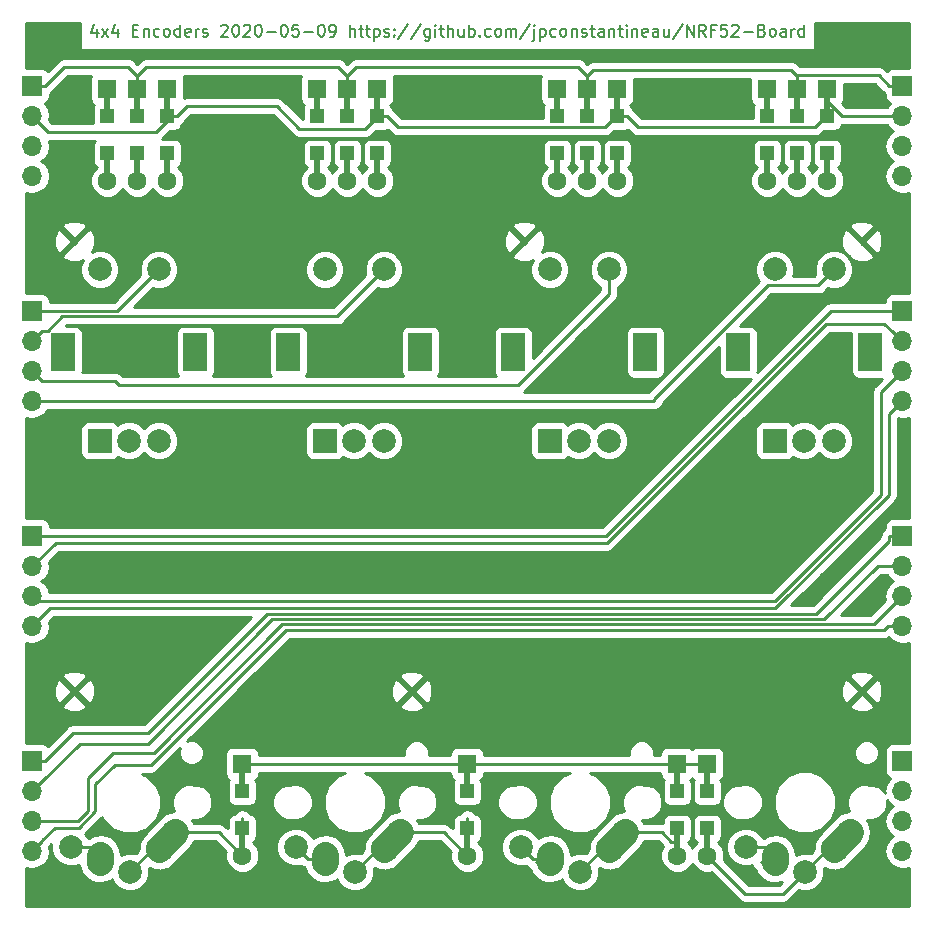
<source format=gbr>
G04 #@! TF.GenerationSoftware,KiCad,Pcbnew,(5.0.0)*
G04 #@! TF.CreationDate,2020-05-09T15:13:36-06:00*
G04 #@! TF.ProjectId,4x4_backpack,3478345F6261636B7061636B2E6B6963,rev?*
G04 #@! TF.SameCoordinates,Original*
G04 #@! TF.FileFunction,Copper,L1,Top,Signal*
G04 #@! TF.FilePolarity,Positive*
%FSLAX46Y46*%
G04 Gerber Fmt 4.6, Leading zero omitted, Abs format (unit mm)*
G04 Created by KiCad (PCBNEW (5.0.0)) date 05/09/20 15:13:36*
%MOMM*%
%LPD*%
G01*
G04 APERTURE LIST*
G04 #@! TA.AperFunction,NonConductor*
%ADD10C,0.200000*%
G04 #@! TD*
G04 #@! TA.AperFunction,ComponentPad*
%ADD11R,2.000000X2.000000*%
G04 #@! TD*
G04 #@! TA.AperFunction,ComponentPad*
%ADD12C,2.000000*%
G04 #@! TD*
G04 #@! TA.AperFunction,ComponentPad*
%ADD13R,2.000000X3.200000*%
G04 #@! TD*
G04 #@! TA.AperFunction,ComponentPad*
%ADD14C,2.250000*%
G04 #@! TD*
G04 #@! TA.AperFunction,Conductor*
%ADD15C,2.250000*%
G04 #@! TD*
G04 #@! TA.AperFunction,Conductor*
%ADD16R,0.500000X2.500000*%
G04 #@! TD*
G04 #@! TA.AperFunction,ComponentPad*
%ADD17C,1.600000*%
G04 #@! TD*
G04 #@! TA.AperFunction,ComponentPad*
%ADD18R,1.600000X1.600000*%
G04 #@! TD*
G04 #@! TA.AperFunction,SMDPad,CuDef*
%ADD19R,1.200000X1.200000*%
G04 #@! TD*
G04 #@! TA.AperFunction,ComponentPad*
%ADD20R,1.700000X1.700000*%
G04 #@! TD*
G04 #@! TA.AperFunction,ComponentPad*
%ADD21O,1.700000X1.700000*%
G04 #@! TD*
G04 #@! TA.AperFunction,ViaPad*
%ADD22C,0.800000*%
G04 #@! TD*
G04 #@! TA.AperFunction,Conductor*
%ADD23C,0.250000*%
G04 #@! TD*
G04 #@! TA.AperFunction,Conductor*
%ADD24C,0.254000*%
G04 #@! TD*
G04 APERTURE END LIST*
D10*
X82934714Y-77382714D02*
X82934714Y-78049380D01*
X82696619Y-77001761D02*
X82458523Y-77716047D01*
X83077571Y-77716047D01*
X83363285Y-78049380D02*
X83887095Y-77382714D01*
X83363285Y-77382714D02*
X83887095Y-78049380D01*
X84696619Y-77382714D02*
X84696619Y-78049380D01*
X84458523Y-77001761D02*
X84220428Y-77716047D01*
X84839476Y-77716047D01*
X85982333Y-77525571D02*
X86315666Y-77525571D01*
X86458523Y-78049380D02*
X85982333Y-78049380D01*
X85982333Y-77049380D01*
X86458523Y-77049380D01*
X86887095Y-77382714D02*
X86887095Y-78049380D01*
X86887095Y-77477952D02*
X86934714Y-77430333D01*
X87029952Y-77382714D01*
X87172809Y-77382714D01*
X87268047Y-77430333D01*
X87315666Y-77525571D01*
X87315666Y-78049380D01*
X88220428Y-78001761D02*
X88125190Y-78049380D01*
X87934714Y-78049380D01*
X87839476Y-78001761D01*
X87791857Y-77954142D01*
X87744238Y-77858904D01*
X87744238Y-77573190D01*
X87791857Y-77477952D01*
X87839476Y-77430333D01*
X87934714Y-77382714D01*
X88125190Y-77382714D01*
X88220428Y-77430333D01*
X88791857Y-78049380D02*
X88696619Y-78001761D01*
X88649000Y-77954142D01*
X88601380Y-77858904D01*
X88601380Y-77573190D01*
X88649000Y-77477952D01*
X88696619Y-77430333D01*
X88791857Y-77382714D01*
X88934714Y-77382714D01*
X89029952Y-77430333D01*
X89077571Y-77477952D01*
X89125190Y-77573190D01*
X89125190Y-77858904D01*
X89077571Y-77954142D01*
X89029952Y-78001761D01*
X88934714Y-78049380D01*
X88791857Y-78049380D01*
X89982333Y-78049380D02*
X89982333Y-77049380D01*
X89982333Y-78001761D02*
X89887095Y-78049380D01*
X89696619Y-78049380D01*
X89601380Y-78001761D01*
X89553761Y-77954142D01*
X89506142Y-77858904D01*
X89506142Y-77573190D01*
X89553761Y-77477952D01*
X89601380Y-77430333D01*
X89696619Y-77382714D01*
X89887095Y-77382714D01*
X89982333Y-77430333D01*
X90839476Y-78001761D02*
X90744238Y-78049380D01*
X90553761Y-78049380D01*
X90458523Y-78001761D01*
X90410904Y-77906523D01*
X90410904Y-77525571D01*
X90458523Y-77430333D01*
X90553761Y-77382714D01*
X90744238Y-77382714D01*
X90839476Y-77430333D01*
X90887095Y-77525571D01*
X90887095Y-77620809D01*
X90410904Y-77716047D01*
X91315666Y-78049380D02*
X91315666Y-77382714D01*
X91315666Y-77573190D02*
X91363285Y-77477952D01*
X91410904Y-77430333D01*
X91506142Y-77382714D01*
X91601380Y-77382714D01*
X91887095Y-78001761D02*
X91982333Y-78049380D01*
X92172809Y-78049380D01*
X92268047Y-78001761D01*
X92315666Y-77906523D01*
X92315666Y-77858904D01*
X92268047Y-77763666D01*
X92172809Y-77716047D01*
X92029952Y-77716047D01*
X91934714Y-77668428D01*
X91887095Y-77573190D01*
X91887095Y-77525571D01*
X91934714Y-77430333D01*
X92029952Y-77382714D01*
X92172809Y-77382714D01*
X92268047Y-77430333D01*
X93458523Y-77144619D02*
X93506142Y-77097000D01*
X93601380Y-77049380D01*
X93839476Y-77049380D01*
X93934714Y-77097000D01*
X93982333Y-77144619D01*
X94029952Y-77239857D01*
X94029952Y-77335095D01*
X93982333Y-77477952D01*
X93410904Y-78049380D01*
X94029952Y-78049380D01*
X94649000Y-77049380D02*
X94744238Y-77049380D01*
X94839476Y-77097000D01*
X94887095Y-77144619D01*
X94934714Y-77239857D01*
X94982333Y-77430333D01*
X94982333Y-77668428D01*
X94934714Y-77858904D01*
X94887095Y-77954142D01*
X94839476Y-78001761D01*
X94744238Y-78049380D01*
X94649000Y-78049380D01*
X94553761Y-78001761D01*
X94506142Y-77954142D01*
X94458523Y-77858904D01*
X94410904Y-77668428D01*
X94410904Y-77430333D01*
X94458523Y-77239857D01*
X94506142Y-77144619D01*
X94553761Y-77097000D01*
X94649000Y-77049380D01*
X95363285Y-77144619D02*
X95410904Y-77097000D01*
X95506142Y-77049380D01*
X95744238Y-77049380D01*
X95839476Y-77097000D01*
X95887095Y-77144619D01*
X95934714Y-77239857D01*
X95934714Y-77335095D01*
X95887095Y-77477952D01*
X95315666Y-78049380D01*
X95934714Y-78049380D01*
X96553761Y-77049380D02*
X96648999Y-77049380D01*
X96744238Y-77097000D01*
X96791857Y-77144619D01*
X96839476Y-77239857D01*
X96887095Y-77430333D01*
X96887095Y-77668428D01*
X96839476Y-77858904D01*
X96791857Y-77954142D01*
X96744238Y-78001761D01*
X96648999Y-78049380D01*
X96553761Y-78049380D01*
X96458523Y-78001761D01*
X96410904Y-77954142D01*
X96363285Y-77858904D01*
X96315666Y-77668428D01*
X96315666Y-77430333D01*
X96363285Y-77239857D01*
X96410904Y-77144619D01*
X96458523Y-77097000D01*
X96553761Y-77049380D01*
X97315666Y-77668428D02*
X98077571Y-77668428D01*
X98744238Y-77049380D02*
X98839476Y-77049380D01*
X98934714Y-77097000D01*
X98982333Y-77144619D01*
X99029952Y-77239857D01*
X99077571Y-77430333D01*
X99077571Y-77668428D01*
X99029952Y-77858904D01*
X98982333Y-77954142D01*
X98934714Y-78001761D01*
X98839476Y-78049380D01*
X98744238Y-78049380D01*
X98648999Y-78001761D01*
X98601380Y-77954142D01*
X98553761Y-77858904D01*
X98506142Y-77668428D01*
X98506142Y-77430333D01*
X98553761Y-77239857D01*
X98601380Y-77144619D01*
X98648999Y-77097000D01*
X98744238Y-77049380D01*
X99982333Y-77049380D02*
X99506142Y-77049380D01*
X99458523Y-77525571D01*
X99506142Y-77477952D01*
X99601380Y-77430333D01*
X99839476Y-77430333D01*
X99934714Y-77477952D01*
X99982333Y-77525571D01*
X100029952Y-77620809D01*
X100029952Y-77858904D01*
X99982333Y-77954142D01*
X99934714Y-78001761D01*
X99839476Y-78049380D01*
X99601380Y-78049380D01*
X99506142Y-78001761D01*
X99458523Y-77954142D01*
X100458523Y-77668428D02*
X101220428Y-77668428D01*
X101887095Y-77049380D02*
X101982333Y-77049380D01*
X102077571Y-77097000D01*
X102125190Y-77144619D01*
X102172809Y-77239857D01*
X102220428Y-77430333D01*
X102220428Y-77668428D01*
X102172809Y-77858904D01*
X102125190Y-77954142D01*
X102077571Y-78001761D01*
X101982333Y-78049380D01*
X101887095Y-78049380D01*
X101791857Y-78001761D01*
X101744238Y-77954142D01*
X101696619Y-77858904D01*
X101648999Y-77668428D01*
X101648999Y-77430333D01*
X101696619Y-77239857D01*
X101744238Y-77144619D01*
X101791857Y-77097000D01*
X101887095Y-77049380D01*
X102696619Y-78049380D02*
X102887095Y-78049380D01*
X102982333Y-78001761D01*
X103029952Y-77954142D01*
X103125190Y-77811285D01*
X103172809Y-77620809D01*
X103172809Y-77239857D01*
X103125190Y-77144619D01*
X103077571Y-77097000D01*
X102982333Y-77049380D01*
X102791857Y-77049380D01*
X102696619Y-77097000D01*
X102648999Y-77144619D01*
X102601380Y-77239857D01*
X102601380Y-77477952D01*
X102648999Y-77573190D01*
X102696619Y-77620809D01*
X102791857Y-77668428D01*
X102982333Y-77668428D01*
X103077571Y-77620809D01*
X103125190Y-77573190D01*
X103172809Y-77477952D01*
X104363285Y-78049380D02*
X104363285Y-77049380D01*
X104791857Y-78049380D02*
X104791857Y-77525571D01*
X104744238Y-77430333D01*
X104648999Y-77382714D01*
X104506142Y-77382714D01*
X104410904Y-77430333D01*
X104363285Y-77477952D01*
X105125190Y-77382714D02*
X105506142Y-77382714D01*
X105268047Y-77049380D02*
X105268047Y-77906523D01*
X105315666Y-78001761D01*
X105410904Y-78049380D01*
X105506142Y-78049380D01*
X105696619Y-77382714D02*
X106077571Y-77382714D01*
X105839476Y-77049380D02*
X105839476Y-77906523D01*
X105887095Y-78001761D01*
X105982333Y-78049380D01*
X106077571Y-78049380D01*
X106410904Y-77382714D02*
X106410904Y-78382714D01*
X106410904Y-77430333D02*
X106506142Y-77382714D01*
X106696619Y-77382714D01*
X106791857Y-77430333D01*
X106839476Y-77477952D01*
X106887095Y-77573190D01*
X106887095Y-77858904D01*
X106839476Y-77954142D01*
X106791857Y-78001761D01*
X106696619Y-78049380D01*
X106506142Y-78049380D01*
X106410904Y-78001761D01*
X107268047Y-78001761D02*
X107363285Y-78049380D01*
X107553761Y-78049380D01*
X107648999Y-78001761D01*
X107696619Y-77906523D01*
X107696619Y-77858904D01*
X107648999Y-77763666D01*
X107553761Y-77716047D01*
X107410904Y-77716047D01*
X107315666Y-77668428D01*
X107268047Y-77573190D01*
X107268047Y-77525571D01*
X107315666Y-77430333D01*
X107410904Y-77382714D01*
X107553761Y-77382714D01*
X107648999Y-77430333D01*
X108125190Y-77954142D02*
X108172809Y-78001761D01*
X108125190Y-78049380D01*
X108077571Y-78001761D01*
X108125190Y-77954142D01*
X108125190Y-78049380D01*
X108125190Y-77430333D02*
X108172809Y-77477952D01*
X108125190Y-77525571D01*
X108077571Y-77477952D01*
X108125190Y-77430333D01*
X108125190Y-77525571D01*
X109315666Y-77001761D02*
X108458523Y-78287476D01*
X110363285Y-77001761D02*
X109506142Y-78287476D01*
X111125190Y-77382714D02*
X111125190Y-78192238D01*
X111077571Y-78287476D01*
X111029952Y-78335095D01*
X110934714Y-78382714D01*
X110791857Y-78382714D01*
X110696619Y-78335095D01*
X111125190Y-78001761D02*
X111029952Y-78049380D01*
X110839476Y-78049380D01*
X110744238Y-78001761D01*
X110696619Y-77954142D01*
X110648999Y-77858904D01*
X110648999Y-77573190D01*
X110696619Y-77477952D01*
X110744238Y-77430333D01*
X110839476Y-77382714D01*
X111029952Y-77382714D01*
X111125190Y-77430333D01*
X111601380Y-78049380D02*
X111601380Y-77382714D01*
X111601380Y-77049380D02*
X111553761Y-77097000D01*
X111601380Y-77144619D01*
X111648999Y-77097000D01*
X111601380Y-77049380D01*
X111601380Y-77144619D01*
X111934714Y-77382714D02*
X112315666Y-77382714D01*
X112077571Y-77049380D02*
X112077571Y-77906523D01*
X112125190Y-78001761D01*
X112220428Y-78049380D01*
X112315666Y-78049380D01*
X112648999Y-78049380D02*
X112648999Y-77049380D01*
X113077571Y-78049380D02*
X113077571Y-77525571D01*
X113029952Y-77430333D01*
X112934714Y-77382714D01*
X112791857Y-77382714D01*
X112696619Y-77430333D01*
X112648999Y-77477952D01*
X113982333Y-77382714D02*
X113982333Y-78049380D01*
X113553761Y-77382714D02*
X113553761Y-77906523D01*
X113601380Y-78001761D01*
X113696619Y-78049380D01*
X113839476Y-78049380D01*
X113934714Y-78001761D01*
X113982333Y-77954142D01*
X114458523Y-78049380D02*
X114458523Y-77049380D01*
X114458523Y-77430333D02*
X114553761Y-77382714D01*
X114744238Y-77382714D01*
X114839476Y-77430333D01*
X114887095Y-77477952D01*
X114934714Y-77573190D01*
X114934714Y-77858904D01*
X114887095Y-77954142D01*
X114839476Y-78001761D01*
X114744238Y-78049380D01*
X114553761Y-78049380D01*
X114458523Y-78001761D01*
X115363285Y-77954142D02*
X115410904Y-78001761D01*
X115363285Y-78049380D01*
X115315666Y-78001761D01*
X115363285Y-77954142D01*
X115363285Y-78049380D01*
X116268047Y-78001761D02*
X116172809Y-78049380D01*
X115982333Y-78049380D01*
X115887095Y-78001761D01*
X115839476Y-77954142D01*
X115791857Y-77858904D01*
X115791857Y-77573190D01*
X115839476Y-77477952D01*
X115887095Y-77430333D01*
X115982333Y-77382714D01*
X116172809Y-77382714D01*
X116268047Y-77430333D01*
X116839476Y-78049380D02*
X116744238Y-78001761D01*
X116696619Y-77954142D01*
X116648999Y-77858904D01*
X116648999Y-77573190D01*
X116696619Y-77477952D01*
X116744238Y-77430333D01*
X116839476Y-77382714D01*
X116982333Y-77382714D01*
X117077571Y-77430333D01*
X117125190Y-77477952D01*
X117172809Y-77573190D01*
X117172809Y-77858904D01*
X117125190Y-77954142D01*
X117077571Y-78001761D01*
X116982333Y-78049380D01*
X116839476Y-78049380D01*
X117601380Y-78049380D02*
X117601380Y-77382714D01*
X117601380Y-77477952D02*
X117648999Y-77430333D01*
X117744238Y-77382714D01*
X117887095Y-77382714D01*
X117982333Y-77430333D01*
X118029952Y-77525571D01*
X118029952Y-78049380D01*
X118029952Y-77525571D02*
X118077571Y-77430333D01*
X118172809Y-77382714D01*
X118315666Y-77382714D01*
X118410904Y-77430333D01*
X118458523Y-77525571D01*
X118458523Y-78049380D01*
X119648999Y-77001761D02*
X118791857Y-78287476D01*
X119982333Y-77382714D02*
X119982333Y-78239857D01*
X119934714Y-78335095D01*
X119839476Y-78382714D01*
X119791857Y-78382714D01*
X119982333Y-77049380D02*
X119934714Y-77097000D01*
X119982333Y-77144619D01*
X120029952Y-77097000D01*
X119982333Y-77049380D01*
X119982333Y-77144619D01*
X120458523Y-77382714D02*
X120458523Y-78382714D01*
X120458523Y-77430333D02*
X120553761Y-77382714D01*
X120744238Y-77382714D01*
X120839476Y-77430333D01*
X120887095Y-77477952D01*
X120934714Y-77573190D01*
X120934714Y-77858904D01*
X120887095Y-77954142D01*
X120839476Y-78001761D01*
X120744238Y-78049380D01*
X120553761Y-78049380D01*
X120458523Y-78001761D01*
X121791857Y-78001761D02*
X121696619Y-78049380D01*
X121506142Y-78049380D01*
X121410904Y-78001761D01*
X121363285Y-77954142D01*
X121315666Y-77858904D01*
X121315666Y-77573190D01*
X121363285Y-77477952D01*
X121410904Y-77430333D01*
X121506142Y-77382714D01*
X121696619Y-77382714D01*
X121791857Y-77430333D01*
X122363285Y-78049380D02*
X122268047Y-78001761D01*
X122220428Y-77954142D01*
X122172809Y-77858904D01*
X122172809Y-77573190D01*
X122220428Y-77477952D01*
X122268047Y-77430333D01*
X122363285Y-77382714D01*
X122506142Y-77382714D01*
X122601380Y-77430333D01*
X122648999Y-77477952D01*
X122696619Y-77573190D01*
X122696619Y-77858904D01*
X122648999Y-77954142D01*
X122601380Y-78001761D01*
X122506142Y-78049380D01*
X122363285Y-78049380D01*
X123125190Y-77382714D02*
X123125190Y-78049380D01*
X123125190Y-77477952D02*
X123172809Y-77430333D01*
X123268047Y-77382714D01*
X123410904Y-77382714D01*
X123506142Y-77430333D01*
X123553761Y-77525571D01*
X123553761Y-78049380D01*
X123982333Y-78001761D02*
X124077571Y-78049380D01*
X124268047Y-78049380D01*
X124363285Y-78001761D01*
X124410904Y-77906523D01*
X124410904Y-77858904D01*
X124363285Y-77763666D01*
X124268047Y-77716047D01*
X124125190Y-77716047D01*
X124029952Y-77668428D01*
X123982333Y-77573190D01*
X123982333Y-77525571D01*
X124029952Y-77430333D01*
X124125190Y-77382714D01*
X124268047Y-77382714D01*
X124363285Y-77430333D01*
X124696619Y-77382714D02*
X125077571Y-77382714D01*
X124839476Y-77049380D02*
X124839476Y-77906523D01*
X124887095Y-78001761D01*
X124982333Y-78049380D01*
X125077571Y-78049380D01*
X125839476Y-78049380D02*
X125839476Y-77525571D01*
X125791857Y-77430333D01*
X125696619Y-77382714D01*
X125506142Y-77382714D01*
X125410904Y-77430333D01*
X125839476Y-78001761D02*
X125744238Y-78049380D01*
X125506142Y-78049380D01*
X125410904Y-78001761D01*
X125363285Y-77906523D01*
X125363285Y-77811285D01*
X125410904Y-77716047D01*
X125506142Y-77668428D01*
X125744238Y-77668428D01*
X125839476Y-77620809D01*
X126315666Y-77382714D02*
X126315666Y-78049380D01*
X126315666Y-77477952D02*
X126363285Y-77430333D01*
X126458523Y-77382714D01*
X126601380Y-77382714D01*
X126696619Y-77430333D01*
X126744238Y-77525571D01*
X126744238Y-78049380D01*
X127077571Y-77382714D02*
X127458523Y-77382714D01*
X127220428Y-77049380D02*
X127220428Y-77906523D01*
X127268047Y-78001761D01*
X127363285Y-78049380D01*
X127458523Y-78049380D01*
X127791857Y-78049380D02*
X127791857Y-77382714D01*
X127791857Y-77049380D02*
X127744238Y-77097000D01*
X127791857Y-77144619D01*
X127839476Y-77097000D01*
X127791857Y-77049380D01*
X127791857Y-77144619D01*
X128268047Y-77382714D02*
X128268047Y-78049380D01*
X128268047Y-77477952D02*
X128315666Y-77430333D01*
X128410904Y-77382714D01*
X128553761Y-77382714D01*
X128648999Y-77430333D01*
X128696619Y-77525571D01*
X128696619Y-78049380D01*
X129553761Y-78001761D02*
X129458523Y-78049380D01*
X129268047Y-78049380D01*
X129172809Y-78001761D01*
X129125190Y-77906523D01*
X129125190Y-77525571D01*
X129172809Y-77430333D01*
X129268047Y-77382714D01*
X129458523Y-77382714D01*
X129553761Y-77430333D01*
X129601380Y-77525571D01*
X129601380Y-77620809D01*
X129125190Y-77716047D01*
X130458523Y-78049380D02*
X130458523Y-77525571D01*
X130410904Y-77430333D01*
X130315666Y-77382714D01*
X130125190Y-77382714D01*
X130029952Y-77430333D01*
X130458523Y-78001761D02*
X130363285Y-78049380D01*
X130125190Y-78049380D01*
X130029952Y-78001761D01*
X129982333Y-77906523D01*
X129982333Y-77811285D01*
X130029952Y-77716047D01*
X130125190Y-77668428D01*
X130363285Y-77668428D01*
X130458523Y-77620809D01*
X131363285Y-77382714D02*
X131363285Y-78049380D01*
X130934714Y-77382714D02*
X130934714Y-77906523D01*
X130982333Y-78001761D01*
X131077571Y-78049380D01*
X131220428Y-78049380D01*
X131315666Y-78001761D01*
X131363285Y-77954142D01*
X132553761Y-77001761D02*
X131696619Y-78287476D01*
X132887095Y-78049380D02*
X132887095Y-77049380D01*
X133458523Y-78049380D01*
X133458523Y-77049380D01*
X134506142Y-78049380D02*
X134172809Y-77573190D01*
X133934714Y-78049380D02*
X133934714Y-77049380D01*
X134315666Y-77049380D01*
X134410904Y-77097000D01*
X134458523Y-77144619D01*
X134506142Y-77239857D01*
X134506142Y-77382714D01*
X134458523Y-77477952D01*
X134410904Y-77525571D01*
X134315666Y-77573190D01*
X133934714Y-77573190D01*
X135268047Y-77525571D02*
X134934714Y-77525571D01*
X134934714Y-78049380D02*
X134934714Y-77049380D01*
X135410904Y-77049380D01*
X136268047Y-77049380D02*
X135791857Y-77049380D01*
X135744238Y-77525571D01*
X135791857Y-77477952D01*
X135887095Y-77430333D01*
X136125190Y-77430333D01*
X136220428Y-77477952D01*
X136268047Y-77525571D01*
X136315666Y-77620809D01*
X136315666Y-77858904D01*
X136268047Y-77954142D01*
X136220428Y-78001761D01*
X136125190Y-78049380D01*
X135887095Y-78049380D01*
X135791857Y-78001761D01*
X135744238Y-77954142D01*
X136696619Y-77144619D02*
X136744238Y-77097000D01*
X136839476Y-77049380D01*
X137077571Y-77049380D01*
X137172809Y-77097000D01*
X137220428Y-77144619D01*
X137268047Y-77239857D01*
X137268047Y-77335095D01*
X137220428Y-77477952D01*
X136648999Y-78049380D01*
X137268047Y-78049380D01*
X137696619Y-77668428D02*
X138458523Y-77668428D01*
X139268047Y-77525571D02*
X139410904Y-77573190D01*
X139458523Y-77620809D01*
X139506142Y-77716047D01*
X139506142Y-77858904D01*
X139458523Y-77954142D01*
X139410904Y-78001761D01*
X139315666Y-78049380D01*
X138934714Y-78049380D01*
X138934714Y-77049380D01*
X139268047Y-77049380D01*
X139363285Y-77097000D01*
X139410904Y-77144619D01*
X139458523Y-77239857D01*
X139458523Y-77335095D01*
X139410904Y-77430333D01*
X139363285Y-77477952D01*
X139268047Y-77525571D01*
X138934714Y-77525571D01*
X140077571Y-78049380D02*
X139982333Y-78001761D01*
X139934714Y-77954142D01*
X139887095Y-77858904D01*
X139887095Y-77573190D01*
X139934714Y-77477952D01*
X139982333Y-77430333D01*
X140077571Y-77382714D01*
X140220428Y-77382714D01*
X140315666Y-77430333D01*
X140363285Y-77477952D01*
X140410904Y-77573190D01*
X140410904Y-77858904D01*
X140363285Y-77954142D01*
X140315666Y-78001761D01*
X140220428Y-78049380D01*
X140077571Y-78049380D01*
X141268047Y-78049380D02*
X141268047Y-77525571D01*
X141220428Y-77430333D01*
X141125190Y-77382714D01*
X140934714Y-77382714D01*
X140839476Y-77430333D01*
X141268047Y-78001761D02*
X141172809Y-78049380D01*
X140934714Y-78049380D01*
X140839476Y-78001761D01*
X140791857Y-77906523D01*
X140791857Y-77811285D01*
X140839476Y-77716047D01*
X140934714Y-77668428D01*
X141172809Y-77668428D01*
X141268047Y-77620809D01*
X141744238Y-78049380D02*
X141744238Y-77382714D01*
X141744238Y-77573190D02*
X141791857Y-77477952D01*
X141839476Y-77430333D01*
X141934714Y-77382714D01*
X142029952Y-77382714D01*
X142791857Y-78049380D02*
X142791857Y-77049380D01*
X142791857Y-78001761D02*
X142696619Y-78049380D01*
X142506142Y-78049380D01*
X142410904Y-78001761D01*
X142363285Y-77954142D01*
X142315666Y-77858904D01*
X142315666Y-77573190D01*
X142363285Y-77477952D01*
X142410904Y-77430333D01*
X142506142Y-77382714D01*
X142696619Y-77382714D01*
X142791857Y-77430333D01*
D11*
G04 #@! TO.P,SW1,A*
G04 #@! TO.N,Net-(D1-Pad2)*
X83185000Y-112268000D03*
D12*
G04 #@! TO.P,SW1,C*
G04 #@! TO.N,COL1*
X85685000Y-112268000D03*
G04 #@! TO.P,SW1,B*
G04 #@! TO.N,Net-(D5-Pad2)*
X88185000Y-112268000D03*
D13*
G04 #@! TO.P,SW1,MP*
G04 #@! TO.N,N/C*
X80085000Y-104768000D03*
X91285000Y-104768000D03*
D12*
G04 #@! TO.P,SW1,S2*
G04 #@! TO.N,Net-(D9-Pad2)*
X83185000Y-97768000D03*
G04 #@! TO.P,SW1,S1*
G04 #@! TO.N,COL1*
X88185000Y-97768000D03*
G04 #@! TD*
G04 #@! TO.P,S16,1*
G04 #@! TO.N,Net-(D16-Pad2)*
X142875000Y-148775000D03*
G04 #@! TO.P,S16,2*
G04 #@! TO.N,COL4*
X137875000Y-146675000D03*
D14*
G04 #@! TO.P,S16,1*
G04 #@! TO.N,Net-(D16-Pad2)*
X145375000Y-146875000D03*
X146030005Y-146145004D03*
D15*
G04 #@! TD*
G04 #@! TO.N,Net-(D16-Pad2)*
G04 #@! TO.C,S16*
X146685000Y-145415000D02*
X145375010Y-146875008D01*
D14*
G04 #@! TO.P,S16,2*
G04 #@! TO.N,COL4*
X140335000Y-147955000D03*
X140355229Y-147665016D03*
D15*
G04 #@! TD*
G04 #@! TO.N,COL4*
G04 #@! TO.C,S16*
X140375000Y-147375000D02*
X140335458Y-147955032D01*
D16*
G04 #@! TO.N,Net-(D16-Pad2)*
G04 #@! TO.C,D16*
X134620000Y-146210000D03*
G04 #@! TO.N,ROW4*
X134620000Y-140810000D03*
D17*
G04 #@! TD*
G04 #@! TO.P,D16,2*
G04 #@! TO.N,Net-(D16-Pad2)*
X134620000Y-147410000D03*
D18*
G04 #@! TO.P,D16,1*
G04 #@! TO.N,ROW4*
X134620000Y-139610000D03*
D19*
X134620000Y-141935000D03*
G04 #@! TO.P,D16,2*
G04 #@! TO.N,Net-(D16-Pad2)*
X134620000Y-145085000D03*
G04 #@! TD*
D16*
G04 #@! TO.N,Net-(D2-Pad2)*
G04 #@! TO.C,D2*
X104140000Y-89060000D03*
G04 #@! TO.N,ROW1*
X104140000Y-83660000D03*
D17*
G04 #@! TD*
G04 #@! TO.P,D2,2*
G04 #@! TO.N,Net-(D2-Pad2)*
X104140000Y-90260000D03*
D18*
G04 #@! TO.P,D2,1*
G04 #@! TO.N,ROW1*
X104140000Y-82460000D03*
D19*
X104140000Y-84785000D03*
G04 #@! TO.P,D2,2*
G04 #@! TO.N,Net-(D2-Pad2)*
X104140000Y-87935000D03*
G04 #@! TD*
D20*
G04 #@! TO.P,J1,1*
G04 #@! TO.N,ROW1*
X77470000Y-82232500D03*
D21*
G04 #@! TO.P,J1,2*
G04 #@! TO.N,ROW2*
X77470000Y-84772500D03*
G04 #@! TO.P,J1,3*
G04 #@! TO.N,ROW3*
X77470000Y-87312500D03*
G04 #@! TO.P,J1,4*
G04 #@! TO.N,ROW4*
X77470000Y-89852500D03*
G04 #@! TD*
G04 #@! TO.P,J2,4*
G04 #@! TO.N,COL4*
X77470000Y-108902500D03*
G04 #@! TO.P,J2,3*
G04 #@! TO.N,COL3*
X77470000Y-106362500D03*
G04 #@! TO.P,J2,2*
G04 #@! TO.N,COL2*
X77470000Y-103822500D03*
D20*
G04 #@! TO.P,J2,1*
G04 #@! TO.N,COL1*
X77470000Y-101282500D03*
G04 #@! TD*
G04 #@! TO.P,J3,1*
G04 #@! TO.N,COL5*
X77470000Y-120332500D03*
D21*
G04 #@! TO.P,J3,2*
G04 #@! TO.N,COL6*
X77470000Y-122872500D03*
G04 #@! TO.P,J3,3*
G04 #@! TO.N,COL7*
X77470000Y-125412500D03*
G04 #@! TO.P,J3,4*
G04 #@! TO.N,COL8*
X77470000Y-127952500D03*
G04 #@! TD*
G04 #@! TO.P,J4,4*
G04 #@! TO.N,COL12*
X77470000Y-147002500D03*
G04 #@! TO.P,J4,3*
G04 #@! TO.N,COL11*
X77470000Y-144462500D03*
G04 #@! TO.P,J4,2*
G04 #@! TO.N,COL10*
X77470000Y-141922500D03*
D20*
G04 #@! TO.P,J4,1*
G04 #@! TO.N,COL9*
X77470000Y-139382500D03*
G04 #@! TD*
G04 #@! TO.P,J5,1*
G04 #@! TO.N,ROW1*
X151130000Y-82232500D03*
D21*
G04 #@! TO.P,J5,2*
G04 #@! TO.N,ROW2*
X151130000Y-84772500D03*
G04 #@! TO.P,J5,3*
G04 #@! TO.N,ROW3*
X151130000Y-87312500D03*
G04 #@! TO.P,J5,4*
G04 #@! TO.N,ROW4*
X151130000Y-89852500D03*
G04 #@! TD*
G04 #@! TO.P,J6,4*
G04 #@! TO.N,COL8*
X151130000Y-108902500D03*
G04 #@! TO.P,J6,3*
G04 #@! TO.N,COL7*
X151130000Y-106362500D03*
G04 #@! TO.P,J6,2*
G04 #@! TO.N,COL6*
X151130000Y-103822500D03*
D20*
G04 #@! TO.P,J6,1*
G04 #@! TO.N,COL5*
X151130000Y-101282500D03*
G04 #@! TD*
G04 #@! TO.P,J7,1*
G04 #@! TO.N,COL9*
X151130000Y-120332500D03*
D21*
G04 #@! TO.P,J7,2*
G04 #@! TO.N,COL10*
X151130000Y-122872500D03*
G04 #@! TO.P,J7,3*
G04 #@! TO.N,COL11*
X151130000Y-125412500D03*
G04 #@! TO.P,J7,4*
G04 #@! TO.N,COL12*
X151130000Y-127952500D03*
G04 #@! TD*
G04 #@! TO.P,J8,4*
G04 #@! TO.N,N/C*
X151130000Y-147002500D03*
G04 #@! TO.P,J8,3*
X151130000Y-144462500D03*
G04 #@! TO.P,J8,2*
X151130000Y-141922500D03*
D20*
G04 #@! TO.P,J8,1*
X151130000Y-139382500D03*
G04 #@! TD*
D16*
G04 #@! TO.N,Net-(D1-Pad2)*
G04 #@! TO.C,D1*
X86360000Y-89060000D03*
G04 #@! TO.N,ROW1*
X86360000Y-83660000D03*
D17*
G04 #@! TD*
G04 #@! TO.P,D1,2*
G04 #@! TO.N,Net-(D1-Pad2)*
X86360000Y-90260000D03*
D18*
G04 #@! TO.P,D1,1*
G04 #@! TO.N,ROW1*
X86360000Y-82460000D03*
D19*
X86360000Y-84785000D03*
G04 #@! TO.P,D1,2*
G04 #@! TO.N,Net-(D1-Pad2)*
X86360000Y-87935000D03*
G04 #@! TD*
G04 #@! TO.P,D3,2*
G04 #@! TO.N,Net-(D3-Pad2)*
X124460000Y-87935000D03*
G04 #@! TO.P,D3,1*
G04 #@! TO.N,ROW1*
X124460000Y-84785000D03*
D18*
X124460000Y-82460000D03*
D17*
G04 #@! TO.P,D3,2*
G04 #@! TO.N,Net-(D3-Pad2)*
X124460000Y-90260000D03*
D16*
G04 #@! TD*
G04 #@! TO.N,ROW1*
G04 #@! TO.C,D3*
X124460000Y-83660000D03*
G04 #@! TO.N,Net-(D3-Pad2)*
G04 #@! TO.C,D3*
X124460000Y-89060000D03*
G04 #@! TD*
D19*
G04 #@! TO.P,D4,2*
G04 #@! TO.N,Net-(D4-Pad2)*
X142240000Y-87935000D03*
G04 #@! TO.P,D4,1*
G04 #@! TO.N,ROW1*
X142240000Y-84785000D03*
D18*
X142240000Y-82460000D03*
D17*
G04 #@! TO.P,D4,2*
G04 #@! TO.N,Net-(D4-Pad2)*
X142240000Y-90260000D03*
D16*
G04 #@! TD*
G04 #@! TO.N,ROW1*
G04 #@! TO.C,D4*
X142240000Y-83660000D03*
G04 #@! TO.N,Net-(D4-Pad2)*
G04 #@! TO.C,D4*
X142240000Y-89060000D03*
G04 #@! TD*
G04 #@! TO.N,Net-(D5-Pad2)*
G04 #@! TO.C,D5*
X88900000Y-89060000D03*
G04 #@! TO.N,ROW2*
X88900000Y-83660000D03*
D17*
G04 #@! TD*
G04 #@! TO.P,D5,2*
G04 #@! TO.N,Net-(D5-Pad2)*
X88900000Y-90260000D03*
D18*
G04 #@! TO.P,D5,1*
G04 #@! TO.N,ROW2*
X88900000Y-82460000D03*
D19*
X88900000Y-84785000D03*
G04 #@! TO.P,D5,2*
G04 #@! TO.N,Net-(D5-Pad2)*
X88900000Y-87935000D03*
G04 #@! TD*
G04 #@! TO.P,D6,2*
G04 #@! TO.N,Net-(D6-Pad2)*
X106680000Y-87935000D03*
G04 #@! TO.P,D6,1*
G04 #@! TO.N,ROW2*
X106680000Y-84785000D03*
D18*
X106680000Y-82460000D03*
D17*
G04 #@! TO.P,D6,2*
G04 #@! TO.N,Net-(D6-Pad2)*
X106680000Y-90260000D03*
D16*
G04 #@! TD*
G04 #@! TO.N,ROW2*
G04 #@! TO.C,D6*
X106680000Y-83660000D03*
G04 #@! TO.N,Net-(D6-Pad2)*
G04 #@! TO.C,D6*
X106680000Y-89060000D03*
G04 #@! TD*
G04 #@! TO.N,Net-(D7-Pad2)*
G04 #@! TO.C,D7*
X127000000Y-89060000D03*
G04 #@! TO.N,ROW2*
X127000000Y-83660000D03*
D17*
G04 #@! TD*
G04 #@! TO.P,D7,2*
G04 #@! TO.N,Net-(D7-Pad2)*
X127000000Y-90260000D03*
D18*
G04 #@! TO.P,D7,1*
G04 #@! TO.N,ROW2*
X127000000Y-82460000D03*
D19*
X127000000Y-84785000D03*
G04 #@! TO.P,D7,2*
G04 #@! TO.N,Net-(D7-Pad2)*
X127000000Y-87935000D03*
G04 #@! TD*
G04 #@! TO.P,D8,2*
G04 #@! TO.N,Net-(D8-Pad2)*
X144780000Y-87935000D03*
G04 #@! TO.P,D8,1*
G04 #@! TO.N,ROW2*
X144780000Y-84785000D03*
D18*
X144780000Y-82460000D03*
D17*
G04 #@! TO.P,D8,2*
G04 #@! TO.N,Net-(D8-Pad2)*
X144780000Y-90260000D03*
D16*
G04 #@! TD*
G04 #@! TO.N,ROW2*
G04 #@! TO.C,D8*
X144780000Y-83660000D03*
G04 #@! TO.N,Net-(D8-Pad2)*
G04 #@! TO.C,D8*
X144780000Y-89060000D03*
G04 #@! TD*
D19*
G04 #@! TO.P,D9,2*
G04 #@! TO.N,Net-(D9-Pad2)*
X83820000Y-87935000D03*
G04 #@! TO.P,D9,1*
G04 #@! TO.N,ROW3*
X83820000Y-84785000D03*
D18*
X83820000Y-82460000D03*
D17*
G04 #@! TO.P,D9,2*
G04 #@! TO.N,Net-(D9-Pad2)*
X83820000Y-90260000D03*
D16*
G04 #@! TD*
G04 #@! TO.N,ROW3*
G04 #@! TO.C,D9*
X83820000Y-83660000D03*
G04 #@! TO.N,Net-(D9-Pad2)*
G04 #@! TO.C,D9*
X83820000Y-89060000D03*
G04 #@! TD*
G04 #@! TO.N,Net-(D10-Pad2)*
G04 #@! TO.C,D10*
X101600000Y-89060000D03*
G04 #@! TO.N,ROW3*
X101600000Y-83660000D03*
D17*
G04 #@! TD*
G04 #@! TO.P,D10,2*
G04 #@! TO.N,Net-(D10-Pad2)*
X101600000Y-90260000D03*
D18*
G04 #@! TO.P,D10,1*
G04 #@! TO.N,ROW3*
X101600000Y-82460000D03*
D19*
X101600000Y-84785000D03*
G04 #@! TO.P,D10,2*
G04 #@! TO.N,Net-(D10-Pad2)*
X101600000Y-87935000D03*
G04 #@! TD*
G04 #@! TO.P,D11,2*
G04 #@! TO.N,Net-(D11-Pad2)*
X121920000Y-87935000D03*
G04 #@! TO.P,D11,1*
G04 #@! TO.N,ROW3*
X121920000Y-84785000D03*
D18*
X121920000Y-82460000D03*
D17*
G04 #@! TO.P,D11,2*
G04 #@! TO.N,Net-(D11-Pad2)*
X121920000Y-90260000D03*
D16*
G04 #@! TD*
G04 #@! TO.N,ROW3*
G04 #@! TO.C,D11*
X121920000Y-83660000D03*
G04 #@! TO.N,Net-(D11-Pad2)*
G04 #@! TO.C,D11*
X121920000Y-89060000D03*
G04 #@! TD*
G04 #@! TO.N,Net-(D12-Pad2)*
G04 #@! TO.C,D12*
X139700000Y-89060000D03*
G04 #@! TO.N,ROW3*
X139700000Y-83660000D03*
D17*
G04 #@! TD*
G04 #@! TO.P,D12,2*
G04 #@! TO.N,Net-(D12-Pad2)*
X139700000Y-90260000D03*
D18*
G04 #@! TO.P,D12,1*
G04 #@! TO.N,ROW3*
X139700000Y-82460000D03*
D19*
X139700000Y-84785000D03*
G04 #@! TO.P,D12,2*
G04 #@! TO.N,Net-(D12-Pad2)*
X139700000Y-87935000D03*
G04 #@! TD*
D16*
G04 #@! TO.N,Net-(D13-Pad2)*
G04 #@! TO.C,D13*
X95250000Y-146210000D03*
G04 #@! TO.N,ROW4*
X95250000Y-140810000D03*
D17*
G04 #@! TD*
G04 #@! TO.P,D13,2*
G04 #@! TO.N,Net-(D13-Pad2)*
X95250000Y-147410000D03*
D18*
G04 #@! TO.P,D13,1*
G04 #@! TO.N,ROW4*
X95250000Y-139610000D03*
D19*
X95250000Y-141935000D03*
G04 #@! TO.P,D13,2*
G04 #@! TO.N,Net-(D13-Pad2)*
X95250000Y-145085000D03*
G04 #@! TD*
G04 #@! TO.P,D14,2*
G04 #@! TO.N,Net-(D14-Pad2)*
X114300000Y-145085000D03*
G04 #@! TO.P,D14,1*
G04 #@! TO.N,ROW4*
X114300000Y-141935000D03*
D18*
X114300000Y-139610000D03*
D17*
G04 #@! TO.P,D14,2*
G04 #@! TO.N,Net-(D14-Pad2)*
X114300000Y-147410000D03*
D16*
G04 #@! TD*
G04 #@! TO.N,ROW4*
G04 #@! TO.C,D14*
X114300000Y-140810000D03*
G04 #@! TO.N,Net-(D14-Pad2)*
G04 #@! TO.C,D14*
X114300000Y-146210000D03*
G04 #@! TD*
D19*
G04 #@! TO.P,D15,2*
G04 #@! TO.N,Net-(D15-Pad2)*
X132080000Y-145085000D03*
G04 #@! TO.P,D15,1*
G04 #@! TO.N,ROW4*
X132080000Y-141935000D03*
D18*
X132080000Y-139610000D03*
D17*
G04 #@! TO.P,D15,2*
G04 #@! TO.N,Net-(D15-Pad2)*
X132080000Y-147410000D03*
D16*
G04 #@! TD*
G04 #@! TO.N,ROW4*
G04 #@! TO.C,D15*
X132080000Y-140810000D03*
G04 #@! TO.N,Net-(D15-Pad2)*
G04 #@! TO.C,D15*
X132080000Y-146210000D03*
G04 #@! TD*
D12*
G04 #@! TO.P,S13,1*
G04 #@! TO.N,Net-(D13-Pad2)*
X85725000Y-148775000D03*
G04 #@! TO.P,S13,2*
G04 #@! TO.N,COL1*
X80725000Y-146675000D03*
D14*
G04 #@! TO.P,S13,1*
G04 #@! TO.N,Net-(D13-Pad2)*
X88225000Y-146875000D03*
X88880005Y-146145004D03*
D15*
G04 #@! TD*
G04 #@! TO.N,Net-(D13-Pad2)*
G04 #@! TO.C,S13*
X89535000Y-145415000D02*
X88225010Y-146875008D01*
D14*
G04 #@! TO.P,S13,2*
G04 #@! TO.N,COL1*
X83185000Y-147955000D03*
X83205229Y-147665016D03*
D15*
G04 #@! TD*
G04 #@! TO.N,COL1*
G04 #@! TO.C,S13*
X83225000Y-147375000D02*
X83185458Y-147955032D01*
D12*
G04 #@! TO.P,S14,1*
G04 #@! TO.N,Net-(D14-Pad2)*
X104775000Y-148775000D03*
G04 #@! TO.P,S14,2*
G04 #@! TO.N,COL2*
X99775000Y-146675000D03*
D14*
G04 #@! TO.P,S14,1*
G04 #@! TO.N,Net-(D14-Pad2)*
X107275000Y-146875000D03*
X107930005Y-146145004D03*
D15*
G04 #@! TD*
G04 #@! TO.N,Net-(D14-Pad2)*
G04 #@! TO.C,S14*
X108585000Y-145415000D02*
X107275010Y-146875008D01*
D14*
G04 #@! TO.P,S14,2*
G04 #@! TO.N,COL2*
X102235000Y-147955000D03*
X102255229Y-147665016D03*
D15*
G04 #@! TD*
G04 #@! TO.N,COL2*
G04 #@! TO.C,S14*
X102275000Y-147375000D02*
X102235458Y-147955032D01*
D14*
G04 #@! TO.P,S15,2*
G04 #@! TO.N,COL3*
X121305229Y-147665016D03*
D15*
G04 #@! TD*
G04 #@! TO.N,COL3*
G04 #@! TO.C,S15*
X121325000Y-147375000D02*
X121285458Y-147955032D01*
D14*
G04 #@! TO.P,S15,2*
G04 #@! TO.N,COL3*
X121285000Y-147955000D03*
G04 #@! TO.P,S15,1*
G04 #@! TO.N,Net-(D15-Pad2)*
X126980005Y-146145004D03*
D15*
G04 #@! TD*
G04 #@! TO.N,Net-(D15-Pad2)*
G04 #@! TO.C,S15*
X127635000Y-145415000D02*
X126325010Y-146875008D01*
D14*
G04 #@! TO.P,S15,1*
G04 #@! TO.N,Net-(D15-Pad2)*
X126325000Y-146875000D03*
D12*
G04 #@! TO.P,S15,2*
G04 #@! TO.N,COL3*
X118825000Y-146675000D03*
G04 #@! TO.P,S15,1*
G04 #@! TO.N,Net-(D15-Pad2)*
X123825000Y-148775000D03*
G04 #@! TD*
G04 #@! TO.P,SW2,S1*
G04 #@! TO.N,COL2*
X107235000Y-97768000D03*
G04 #@! TO.P,SW2,S2*
G04 #@! TO.N,Net-(D10-Pad2)*
X102235000Y-97768000D03*
D13*
G04 #@! TO.P,SW2,MP*
G04 #@! TO.N,N/C*
X110335000Y-104768000D03*
X99135000Y-104768000D03*
D12*
G04 #@! TO.P,SW2,B*
G04 #@! TO.N,Net-(D6-Pad2)*
X107235000Y-112268000D03*
G04 #@! TO.P,SW2,C*
G04 #@! TO.N,COL2*
X104735000Y-112268000D03*
D11*
G04 #@! TO.P,SW2,A*
G04 #@! TO.N,Net-(D2-Pad2)*
X102235000Y-112268000D03*
G04 #@! TD*
G04 #@! TO.P,SW3,A*
G04 #@! TO.N,Net-(D3-Pad2)*
X121285000Y-112268000D03*
D12*
G04 #@! TO.P,SW3,C*
G04 #@! TO.N,COL3*
X123785000Y-112268000D03*
G04 #@! TO.P,SW3,B*
G04 #@! TO.N,Net-(D7-Pad2)*
X126285000Y-112268000D03*
D13*
G04 #@! TO.P,SW3,MP*
G04 #@! TO.N,N/C*
X118185000Y-104768000D03*
X129385000Y-104768000D03*
D12*
G04 #@! TO.P,SW3,S2*
G04 #@! TO.N,Net-(D11-Pad2)*
X121285000Y-97768000D03*
G04 #@! TO.P,SW3,S1*
G04 #@! TO.N,COL3*
X126285000Y-97768000D03*
G04 #@! TD*
G04 #@! TO.P,SW4,S1*
G04 #@! TO.N,COL4*
X145335000Y-97768000D03*
G04 #@! TO.P,SW4,S2*
G04 #@! TO.N,Net-(D12-Pad2)*
X140335000Y-97768000D03*
D13*
G04 #@! TO.P,SW4,MP*
G04 #@! TO.N,N/C*
X148435000Y-104768000D03*
X137235000Y-104768000D03*
D12*
G04 #@! TO.P,SW4,B*
G04 #@! TO.N,Net-(D8-Pad2)*
X145335000Y-112268000D03*
G04 #@! TO.P,SW4,C*
G04 #@! TO.N,COL4*
X142835000Y-112268000D03*
D11*
G04 #@! TO.P,SW4,A*
G04 #@! TO.N,Net-(D4-Pad2)*
X140335000Y-112268000D03*
G04 #@! TD*
D22*
G04 #@! TO.N,GND*
X130048000Y-131953000D03*
X81026000Y-149098000D03*
X141795500Y-132524500D03*
X77470000Y-149860000D03*
X78740000Y-151130000D03*
X151130000Y-149860000D03*
X149860000Y-151130000D03*
X151130000Y-78740000D03*
X149860000Y-77470000D03*
X77470000Y-95250000D03*
X77470000Y-114300000D03*
X77470000Y-133350000D03*
X151130000Y-133350000D03*
X151130000Y-95250000D03*
X125476000Y-93726000D03*
X106807000Y-93980000D03*
X88773000Y-93218000D03*
X86995000Y-104648000D03*
X84455000Y-104648000D03*
X106553000Y-105029000D03*
X103251000Y-104902000D03*
X126238000Y-105410000D03*
X144526000Y-123825000D03*
X147828000Y-125984000D03*
X143129000Y-118237000D03*
X136017000Y-118110000D03*
X115189000Y-123190000D03*
X122936000Y-123063000D03*
X105664000Y-123317000D03*
X98679000Y-123571000D03*
X89154000Y-123317000D03*
X82931000Y-123571000D03*
X94361000Y-85217000D03*
X80518000Y-82804000D03*
X94488000Y-82296000D03*
X109982000Y-82550000D03*
X118745000Y-82550000D03*
X133223000Y-82677000D03*
X147828000Y-83185000D03*
G04 #@! TD*
D23*
G04 #@! TO.N,ROW1*
X77697500Y-82460000D02*
X77470000Y-82232500D01*
X77470000Y-82232500D02*
X77914500Y-82677000D01*
X104140000Y-81410000D02*
X104140000Y-82460000D01*
X86360000Y-82460000D02*
X86360000Y-81410000D01*
X104140000Y-81410000D02*
X104778000Y-80772000D01*
X104140000Y-81410000D02*
X104905000Y-80645000D01*
X124460000Y-81410000D02*
X124460000Y-82460000D01*
X123695000Y-80645000D02*
X124460000Y-81410000D01*
X104905000Y-80645000D02*
X123695000Y-80645000D01*
X103375000Y-80645000D02*
X104140000Y-81410000D01*
X86360000Y-81410000D02*
X87125000Y-80645000D01*
X87125000Y-80645000D02*
X103375000Y-80645000D01*
X85595000Y-80645000D02*
X86360000Y-81410000D01*
X80157500Y-80645000D02*
X85595000Y-80645000D01*
X77470000Y-82232500D02*
X78570000Y-82232500D01*
X78570000Y-82232500D02*
X80157500Y-80645000D01*
X124460000Y-81410000D02*
X124971000Y-80899000D01*
X141729000Y-80899000D02*
X142240000Y-81410000D01*
X124971000Y-80899000D02*
X141729000Y-80899000D01*
X150030000Y-82232500D02*
X151130000Y-82232500D01*
X149132499Y-81334999D02*
X150030000Y-82232500D01*
X142315001Y-81334999D02*
X149132499Y-81334999D01*
X142240000Y-81410000D02*
X142315001Y-81334999D01*
X142240000Y-82460000D02*
X142240000Y-81410000D01*
G04 #@! TO.N,ROW2*
X144780000Y-83510000D02*
X144780000Y-82460000D01*
X146042500Y-84772500D02*
X144780000Y-83510000D01*
X151130000Y-84772500D02*
X146042500Y-84772500D01*
X127850000Y-84785000D02*
X127000000Y-84785000D01*
X128775001Y-85710001D02*
X127850000Y-84785000D01*
X143729999Y-85710001D02*
X128775001Y-85710001D01*
X144780000Y-84660000D02*
X143729999Y-85710001D01*
X144780000Y-83660000D02*
X144780000Y-84660000D01*
X107530000Y-84785000D02*
X106680000Y-84785000D01*
X108455001Y-85710001D02*
X107530000Y-84785000D01*
X125949999Y-85710001D02*
X108455001Y-85710001D01*
X127000000Y-84660000D02*
X125949999Y-85710001D01*
X127000000Y-83660000D02*
X127000000Y-84660000D01*
X78319999Y-85622499D02*
X77470000Y-84772500D01*
X78834999Y-86137499D02*
X78319999Y-85622499D01*
X87922501Y-86137499D02*
X78834999Y-86137499D01*
X88900000Y-85160000D02*
X87922501Y-86137499D01*
X88900000Y-83660000D02*
X88900000Y-85160000D01*
X89750000Y-84785000D02*
X88900000Y-84785000D01*
X90588000Y-83947000D02*
X89750000Y-84785000D01*
X98171000Y-83947000D02*
X90588000Y-83947000D01*
X106680000Y-84660000D02*
X106553000Y-84787000D01*
X106680000Y-83660000D02*
X106680000Y-84660000D01*
X106553000Y-84787000D02*
X106553000Y-84963000D01*
X106553000Y-84963000D02*
X105664000Y-85852000D01*
X105664000Y-85852000D02*
X100076000Y-85852000D01*
X100076000Y-85852000D02*
X98171000Y-83947000D01*
G04 #@! TO.N,ROW4*
X134620000Y-139610000D02*
X132080000Y-139610000D01*
X95250000Y-140810000D02*
X95250000Y-139310000D01*
X95250000Y-139610000D02*
X114300000Y-139610000D01*
X114300000Y-139610000D02*
X132080000Y-139610000D01*
G04 #@! TO.N,COL5*
X145096090Y-101282500D02*
X126046090Y-120332500D01*
X126046090Y-120332500D02*
X78570000Y-120332500D01*
X151130000Y-101282500D02*
X145096090Y-101282500D01*
X78570000Y-120332500D02*
X77470000Y-120332500D01*
G04 #@! TO.N,COL6*
X79438500Y-120904000D02*
X77470000Y-122872500D01*
X151130000Y-103822500D02*
X150280001Y-102972501D01*
X150280001Y-102972501D02*
X150216501Y-102972501D01*
X150216501Y-102972501D02*
X149606000Y-102362000D01*
X149606000Y-102362000D02*
X144653000Y-102362000D01*
X144653000Y-102362000D02*
X126111000Y-120904000D01*
X126111000Y-120904000D02*
X79438500Y-120904000D01*
G04 #@! TO.N,COL7*
X149415500Y-108077000D02*
X151130000Y-106362500D01*
X149352000Y-108140500D02*
X149415500Y-108077000D01*
X149352000Y-116840000D02*
X149352000Y-108140500D01*
X140335000Y-125857000D02*
X149352000Y-116840000D01*
X77470000Y-125412500D02*
X77914500Y-125857000D01*
X77914500Y-125857000D02*
X140335000Y-125857000D01*
G04 #@! TO.N,COL8*
X78319999Y-127102501D02*
X77470000Y-127952500D01*
X78952544Y-126469956D02*
X78319999Y-127102501D01*
X140358455Y-126469956D02*
X78952544Y-126469956D01*
X149987000Y-116841411D02*
X140358455Y-126469956D01*
X151130000Y-108902500D02*
X149987000Y-110045500D01*
X149987000Y-110045500D02*
X149987000Y-116841411D01*
G04 #@! TO.N,COL12*
X87503000Y-139700000D02*
X98933000Y-128270000D01*
X84455000Y-139700000D02*
X87503000Y-139700000D01*
X98933000Y-128270000D02*
X149610419Y-128270000D01*
X77470000Y-147002500D02*
X78319999Y-146152501D01*
X149927919Y-127952500D02*
X151130000Y-127952500D01*
X79375000Y-145034000D02*
X81408410Y-145034000D01*
X78319999Y-146152501D02*
X78319999Y-146089001D01*
X149610419Y-128270000D02*
X149927919Y-127952500D01*
X78319999Y-146089001D02*
X79375000Y-145034000D01*
X82804000Y-143638410D02*
X82804000Y-141351000D01*
X81408410Y-145034000D02*
X82804000Y-143638410D01*
X82804000Y-141351000D02*
X84455000Y-139700000D01*
G04 #@! TO.N,COL11*
X150280001Y-126262499D02*
X151130000Y-125412500D01*
X87757000Y-138684000D02*
X98621011Y-127819989D01*
X98621011Y-127819989D02*
X148722511Y-127819989D01*
X84328000Y-138684000D02*
X87757000Y-138684000D01*
X77470000Y-144462500D02*
X81343500Y-144462500D01*
X81343500Y-144462500D02*
X82169000Y-143637000D01*
X82169000Y-143637000D02*
X82169000Y-140843000D01*
X148722511Y-127819989D02*
X150280001Y-126262499D01*
X82169000Y-140843000D02*
X84328000Y-138684000D01*
G04 #@! TO.N,COL10*
X149034500Y-122872500D02*
X144537022Y-127369978D01*
X151130000Y-122872500D02*
X149034500Y-122872500D01*
X144537022Y-127369978D02*
X97801022Y-127369978D01*
X78319999Y-141072501D02*
X77470000Y-141922500D01*
X97801022Y-127369978D02*
X87249000Y-137922000D01*
X87249000Y-137922000D02*
X81470500Y-137922000D01*
X81470500Y-137922000D02*
X78319999Y-141072501D01*
G04 #@! TO.N,COL9*
X150030000Y-120332500D02*
X151130000Y-120332500D01*
X150030000Y-120734000D02*
X150030000Y-120332500D01*
X77470000Y-139382500D02*
X78570000Y-139382500D01*
X80919500Y-137033000D02*
X87249000Y-137033000D01*
X87249000Y-137033000D02*
X97362033Y-126919967D01*
X97362033Y-126919967D02*
X143844033Y-126919967D01*
X78570000Y-139382500D02*
X80919500Y-137033000D01*
X143844033Y-126919967D02*
X150030000Y-120734000D01*
G04 #@! TO.N,COL4*
X139155000Y-147955000D02*
X140335000Y-147955000D01*
X77470000Y-108902500D02*
X130111500Y-108902500D01*
X144335001Y-98767999D02*
X145335000Y-97768000D01*
X144009999Y-99093001D02*
X144335001Y-98767999D01*
X139724997Y-99093001D02*
X144009999Y-99093001D01*
X130111500Y-108706498D02*
X139724997Y-99093001D01*
X130111500Y-108902500D02*
X130111500Y-108706498D01*
X139675000Y-146675000D02*
X137875000Y-146675000D01*
X140375000Y-147375000D02*
X139675000Y-146675000D01*
G04 #@! TO.N,COL3*
X120105000Y-147955000D02*
X121285000Y-147955000D01*
X121285000Y-146364010D02*
X121285000Y-147955000D01*
X78319999Y-107212499D02*
X84479499Y-107212499D01*
X77470000Y-106362500D02*
X78319999Y-107212499D01*
X84479499Y-107212499D02*
X84836000Y-107569000D01*
X126285000Y-99182213D02*
X126285000Y-97768000D01*
X126285000Y-99853002D02*
X126285000Y-99182213D01*
X118569002Y-107569000D02*
X126285000Y-99853002D01*
X84836000Y-107569000D02*
X118569002Y-107569000D01*
X121025001Y-147674999D02*
X121325000Y-147375000D01*
X119824999Y-147674999D02*
X121025001Y-147674999D01*
X118825000Y-146675000D02*
X119824999Y-147674999D01*
G04 #@! TO.N,COL2*
X102275000Y-147375000D02*
X102235000Y-147335000D01*
X78319999Y-102972501D02*
X78764499Y-102972501D01*
X77470000Y-103822500D02*
X78319999Y-102972501D01*
X106235001Y-98767999D02*
X107235000Y-97768000D01*
X103270490Y-101732510D02*
X106235001Y-98767999D01*
X80004490Y-101732510D02*
X103270490Y-101732510D01*
X78764499Y-102972501D02*
X80004490Y-101732510D01*
X101954999Y-147674999D02*
X102235000Y-147955000D01*
X100774999Y-147674999D02*
X101954999Y-147674999D01*
X99775000Y-146675000D02*
X100774999Y-147674999D01*
G04 #@! TO.N,COL1*
X82525000Y-146675000D02*
X80725000Y-146675000D01*
X83225000Y-147375000D02*
X82525000Y-146675000D01*
X84670500Y-101282500D02*
X88185000Y-97768000D01*
X77470000Y-101282500D02*
X84670500Y-101282500D01*
G04 #@! TO.N,Net-(D13-Pad2)*
X95250000Y-144235000D02*
X95250000Y-145085000D01*
X87625000Y-146875000D02*
X88225000Y-146875000D01*
X85725000Y-148775000D02*
X87625000Y-146875000D01*
X93255000Y-145415000D02*
X95250000Y-147410000D01*
X89535000Y-145415000D02*
X93255000Y-145415000D01*
G04 #@! TO.N,Net-(D14-Pad2)*
X114300000Y-144235000D02*
X114300000Y-145085000D01*
X108135000Y-145415000D02*
X108585000Y-145415000D01*
X106675000Y-146875000D02*
X107275000Y-146875000D01*
X104775000Y-148775000D02*
X106675000Y-146875000D01*
X112305000Y-145415000D02*
X114300000Y-147410000D01*
X108585000Y-145415000D02*
X112305000Y-145415000D01*
G04 #@! TO.N,Net-(D15-Pad2)*
X130785000Y-145415000D02*
X127635000Y-145415000D01*
X131580000Y-146210000D02*
X130785000Y-145415000D01*
X132080000Y-146210000D02*
X131580000Y-146210000D01*
X125725000Y-146875000D02*
X126325000Y-146875000D01*
X123825000Y-148775000D02*
X125725000Y-146875000D01*
G04 #@! TO.N,Net-(D16-Pad2)*
X146235000Y-145415000D02*
X146685000Y-145415000D01*
X144775000Y-146875000D02*
X145375000Y-146875000D01*
X142875000Y-148775000D02*
X144775000Y-146875000D01*
X134620000Y-147410000D02*
X137832000Y-150622000D01*
X141028000Y-150622000D02*
X142875000Y-148775000D01*
X137832000Y-150622000D02*
X141028000Y-150622000D01*
G04 #@! TD*
D24*
G04 #@! TO.N,GND*
G36*
X150059375Y-129023125D02*
X150550582Y-129351339D01*
X150983744Y-129437500D01*
X151276256Y-129437500D01*
X151690000Y-129355201D01*
X151690000Y-137885060D01*
X150280000Y-137885060D01*
X150032235Y-137934343D01*
X149822191Y-138074691D01*
X149681843Y-138284735D01*
X149632560Y-138532500D01*
X149632560Y-140232500D01*
X149681843Y-140480265D01*
X149822191Y-140690309D01*
X150032235Y-140830657D01*
X150077619Y-140839684D01*
X150059375Y-140851875D01*
X149731161Y-141343082D01*
X149615908Y-141922500D01*
X149641863Y-142052987D01*
X149633922Y-142033815D01*
X149216185Y-141616078D01*
X148670385Y-141390000D01*
X148315713Y-141390000D01*
X148255358Y-141365000D01*
X147654642Y-141365000D01*
X147099654Y-141594884D01*
X146674884Y-142019654D01*
X146445000Y-142574642D01*
X146445000Y-143175358D01*
X146633162Y-143629620D01*
X146587956Y-143623146D01*
X145909631Y-143796680D01*
X145490775Y-144110595D01*
X144096999Y-145663985D01*
X143882944Y-145878040D01*
X143796917Y-146085728D01*
X143682416Y-146278953D01*
X143664203Y-146406127D01*
X143615000Y-146524914D01*
X143615000Y-146749695D01*
X143583156Y-146972051D01*
X143587228Y-146987970D01*
X143366375Y-147208823D01*
X143200222Y-147140000D01*
X142549778Y-147140000D01*
X142141103Y-147309279D01*
X142075750Y-146802633D01*
X141727253Y-146195353D01*
X141172887Y-145767663D01*
X140497050Y-145584676D01*
X139802632Y-145674250D01*
X139383110Y-145915000D01*
X139329909Y-145915000D01*
X139261086Y-145748847D01*
X138801153Y-145288914D01*
X138200222Y-145040000D01*
X137549778Y-145040000D01*
X136948847Y-145288914D01*
X136488914Y-145748847D01*
X136240000Y-146349778D01*
X136240000Y-147000222D01*
X136488914Y-147601153D01*
X136948847Y-148061086D01*
X137549778Y-148310000D01*
X138200222Y-148310000D01*
X138431657Y-148214137D01*
X138439096Y-148251537D01*
X138607071Y-148502929D01*
X138633860Y-148520829D01*
X138634708Y-148527400D01*
X138751088Y-148730201D01*
X138842944Y-148951960D01*
X138926026Y-149035042D01*
X138983205Y-149134680D01*
X139169015Y-149278031D01*
X139338040Y-149447056D01*
X139446145Y-149491835D01*
X139537571Y-149562369D01*
X139765266Y-149624019D01*
X139984914Y-149715000D01*
X140101292Y-149715000D01*
X140213408Y-149745356D01*
X140448741Y-149715000D01*
X140685086Y-149715000D01*
X140791973Y-149670726D01*
X140907826Y-149655782D01*
X140935025Y-149640173D01*
X140713199Y-149862000D01*
X138146802Y-149862000D01*
X136033103Y-147748302D01*
X136055000Y-147695439D01*
X136055000Y-147124561D01*
X135836534Y-146597138D01*
X135517440Y-146278044D01*
X135517440Y-146249965D01*
X135677809Y-146142809D01*
X135818157Y-145932765D01*
X135867440Y-145685000D01*
X135867440Y-144485000D01*
X135818157Y-144237235D01*
X135677809Y-144027191D01*
X135467765Y-143886843D01*
X135220000Y-143837560D01*
X134020000Y-143837560D01*
X133772235Y-143886843D01*
X133562191Y-144027191D01*
X133421843Y-144237235D01*
X133372560Y-144485000D01*
X133372560Y-145685000D01*
X133421843Y-145932765D01*
X133562191Y-146142809D01*
X133722560Y-146249965D01*
X133722560Y-146278044D01*
X133403466Y-146597138D01*
X133350000Y-146726216D01*
X133296534Y-146597138D01*
X132977440Y-146278044D01*
X132977440Y-146249965D01*
X133137809Y-146142809D01*
X133278157Y-145932765D01*
X133327440Y-145685000D01*
X133327440Y-144485000D01*
X133278157Y-144237235D01*
X133137809Y-144027191D01*
X132927765Y-143886843D01*
X132680000Y-143837560D01*
X131480000Y-143837560D01*
X131232235Y-143886843D01*
X131022191Y-144027191D01*
X130881843Y-144237235D01*
X130832560Y-144485000D01*
X130832560Y-144649572D01*
X130785000Y-144640112D01*
X130710153Y-144655000D01*
X129257252Y-144655000D01*
X129253320Y-144639631D01*
X129062485Y-144385000D01*
X129205358Y-144385000D01*
X129265713Y-144360000D01*
X129620385Y-144360000D01*
X130166185Y-144133922D01*
X130583922Y-143716185D01*
X130810000Y-143170385D01*
X130810000Y-142579615D01*
X130583922Y-142033815D01*
X130166185Y-141616078D01*
X129620385Y-141390000D01*
X129265713Y-141390000D01*
X129205358Y-141365000D01*
X128604642Y-141365000D01*
X128049654Y-141594884D01*
X127624884Y-142019654D01*
X127395000Y-142574642D01*
X127395000Y-143175358D01*
X127583162Y-143629620D01*
X127537956Y-143623146D01*
X126859631Y-143796680D01*
X126440775Y-144110595D01*
X125046999Y-145663985D01*
X124832944Y-145878040D01*
X124746917Y-146085728D01*
X124632416Y-146278953D01*
X124614203Y-146406127D01*
X124565000Y-146524914D01*
X124565000Y-146749695D01*
X124533156Y-146972051D01*
X124537228Y-146987970D01*
X124316375Y-147208823D01*
X124150222Y-147140000D01*
X123499778Y-147140000D01*
X123091103Y-147309279D01*
X123025750Y-146802633D01*
X122677253Y-146195353D01*
X122122887Y-145767663D01*
X121447050Y-145584676D01*
X121335192Y-145599105D01*
X121285000Y-145589121D01*
X121049620Y-145635941D01*
X120752632Y-145674250D01*
X120290126Y-145939667D01*
X120211086Y-145748847D01*
X119751153Y-145288914D01*
X119150222Y-145040000D01*
X118499778Y-145040000D01*
X117898847Y-145288914D01*
X117438914Y-145748847D01*
X117190000Y-146349778D01*
X117190000Y-147000222D01*
X117438914Y-147601153D01*
X117898847Y-148061086D01*
X118499778Y-148310000D01*
X119150222Y-148310000D01*
X119308971Y-148244244D01*
X119444918Y-148335081D01*
X119557071Y-148502929D01*
X119583860Y-148520829D01*
X119584708Y-148527400D01*
X119701088Y-148730201D01*
X119792944Y-148951960D01*
X119876026Y-149035042D01*
X119933205Y-149134680D01*
X120119015Y-149278031D01*
X120288040Y-149447056D01*
X120396145Y-149491835D01*
X120487571Y-149562369D01*
X120715266Y-149624019D01*
X120934914Y-149715000D01*
X121051292Y-149715000D01*
X121163408Y-149745356D01*
X121398741Y-149715000D01*
X121635086Y-149715000D01*
X121741973Y-149670726D01*
X121857826Y-149655782D01*
X122064801Y-149537006D01*
X122281960Y-149447056D01*
X122318520Y-149410496D01*
X122438914Y-149701153D01*
X122898847Y-150161086D01*
X123499778Y-150410000D01*
X124150222Y-150410000D01*
X124751153Y-150161086D01*
X125211086Y-149701153D01*
X125460000Y-149100222D01*
X125460000Y-148449778D01*
X125445969Y-148415904D01*
X125535631Y-148453043D01*
X125728955Y-148567602D01*
X125856193Y-148585824D01*
X125974914Y-148635000D01*
X126199572Y-148635000D01*
X126422053Y-148666862D01*
X126546598Y-148635000D01*
X126675086Y-148635000D01*
X126882621Y-148549036D01*
X127100378Y-148493328D01*
X127203258Y-148416224D01*
X127321960Y-148367056D01*
X127480791Y-148208225D01*
X127519235Y-148179413D01*
X127603344Y-148085672D01*
X127817056Y-147871960D01*
X127835886Y-147826499D01*
X129060752Y-146461365D01*
X129230445Y-146175000D01*
X130470199Y-146175000D01*
X130877901Y-146582703D01*
X130863466Y-146597138D01*
X130645000Y-147124561D01*
X130645000Y-147695439D01*
X130863466Y-148222862D01*
X131267138Y-148626534D01*
X131794561Y-148845000D01*
X132365439Y-148845000D01*
X132892862Y-148626534D01*
X133296534Y-148222862D01*
X133350000Y-148093784D01*
X133403466Y-148222862D01*
X133807138Y-148626534D01*
X134334561Y-148845000D01*
X134905439Y-148845000D01*
X134958302Y-148823103D01*
X137241671Y-151106473D01*
X137284071Y-151169929D01*
X137535463Y-151337904D01*
X137757148Y-151382000D01*
X137757153Y-151382000D01*
X137832000Y-151396888D01*
X137906847Y-151382000D01*
X140953153Y-151382000D01*
X141028000Y-151396888D01*
X141102847Y-151382000D01*
X141102852Y-151382000D01*
X141324537Y-151337904D01*
X141575929Y-151169929D01*
X141618331Y-151106470D01*
X142383625Y-150341177D01*
X142549778Y-150410000D01*
X143200222Y-150410000D01*
X143801153Y-150161086D01*
X144261086Y-149701153D01*
X144510000Y-149100222D01*
X144510000Y-148449778D01*
X144495969Y-148415904D01*
X144585631Y-148453043D01*
X144778955Y-148567602D01*
X144906193Y-148585824D01*
X145024914Y-148635000D01*
X145249572Y-148635000D01*
X145472053Y-148666862D01*
X145596598Y-148635000D01*
X145725086Y-148635000D01*
X145932621Y-148549036D01*
X146150378Y-148493328D01*
X146253258Y-148416224D01*
X146371960Y-148367056D01*
X146530791Y-148208225D01*
X146569235Y-148179413D01*
X146653344Y-148085672D01*
X146867056Y-147871960D01*
X146885886Y-147826499D01*
X148110752Y-146461365D01*
X148377594Y-146011056D01*
X148476854Y-145317957D01*
X148303320Y-144639631D01*
X148112485Y-144385000D01*
X148255358Y-144385000D01*
X148315713Y-144360000D01*
X148670385Y-144360000D01*
X149216185Y-144133922D01*
X149633922Y-143716185D01*
X149860000Y-143170385D01*
X149860000Y-142694739D01*
X150059375Y-142993125D01*
X150357761Y-143192500D01*
X150059375Y-143391875D01*
X149731161Y-143883082D01*
X149615908Y-144462500D01*
X149731161Y-145041918D01*
X150059375Y-145533125D01*
X150357761Y-145732500D01*
X150059375Y-145931875D01*
X149731161Y-146423082D01*
X149615908Y-147002500D01*
X149731161Y-147581918D01*
X150059375Y-148073125D01*
X150550582Y-148401339D01*
X150983744Y-148487500D01*
X151276256Y-148487500D01*
X151690000Y-148405201D01*
X151690000Y-151690000D01*
X76910000Y-151690000D01*
X76910000Y-148405201D01*
X77323744Y-148487500D01*
X77616256Y-148487500D01*
X78049418Y-148401339D01*
X78540625Y-148073125D01*
X78868839Y-147581918D01*
X78984092Y-147002500D01*
X78911142Y-146635755D01*
X79035903Y-146449038D01*
X79036186Y-146447615D01*
X79090000Y-146393801D01*
X79090000Y-147000222D01*
X79338914Y-147601153D01*
X79798847Y-148061086D01*
X80399778Y-148310000D01*
X81050222Y-148310000D01*
X81425000Y-148154762D01*
X81425000Y-148305086D01*
X81470065Y-148413883D01*
X81484708Y-148527400D01*
X81601088Y-148730201D01*
X81692944Y-148951960D01*
X81776026Y-149035042D01*
X81833205Y-149134680D01*
X82019015Y-149278031D01*
X82188040Y-149447056D01*
X82296145Y-149491835D01*
X82387571Y-149562369D01*
X82615266Y-149624019D01*
X82834914Y-149715000D01*
X82951292Y-149715000D01*
X83063408Y-149745356D01*
X83298741Y-149715000D01*
X83535086Y-149715000D01*
X83641973Y-149670726D01*
X83757826Y-149655782D01*
X83964801Y-149537006D01*
X84181960Y-149447056D01*
X84218520Y-149410496D01*
X84338914Y-149701153D01*
X84798847Y-150161086D01*
X85399778Y-150410000D01*
X86050222Y-150410000D01*
X86651153Y-150161086D01*
X87111086Y-149701153D01*
X87360000Y-149100222D01*
X87360000Y-148449778D01*
X87345969Y-148415904D01*
X87435631Y-148453043D01*
X87628955Y-148567602D01*
X87756193Y-148585824D01*
X87874914Y-148635000D01*
X88099572Y-148635000D01*
X88322053Y-148666862D01*
X88446598Y-148635000D01*
X88575086Y-148635000D01*
X88782621Y-148549036D01*
X89000378Y-148493328D01*
X89103258Y-148416224D01*
X89221960Y-148367056D01*
X89380791Y-148208225D01*
X89419235Y-148179413D01*
X89503344Y-148085672D01*
X89717056Y-147871960D01*
X89735886Y-147826499D01*
X90960752Y-146461365D01*
X91130445Y-146175000D01*
X92940199Y-146175000D01*
X93836897Y-147071698D01*
X93815000Y-147124561D01*
X93815000Y-147695439D01*
X94033466Y-148222862D01*
X94437138Y-148626534D01*
X94964561Y-148845000D01*
X95535439Y-148845000D01*
X96062862Y-148626534D01*
X96466534Y-148222862D01*
X96685000Y-147695439D01*
X96685000Y-147124561D01*
X96466534Y-146597138D01*
X96219174Y-146349778D01*
X98140000Y-146349778D01*
X98140000Y-147000222D01*
X98388914Y-147601153D01*
X98848847Y-148061086D01*
X99449778Y-148310000D01*
X100100222Y-148310000D01*
X100258971Y-148244244D01*
X100478462Y-148390903D01*
X100513427Y-148397858D01*
X100520065Y-148413883D01*
X100534708Y-148527400D01*
X100651088Y-148730201D01*
X100742944Y-148951960D01*
X100826026Y-149035042D01*
X100883205Y-149134680D01*
X101069015Y-149278031D01*
X101238040Y-149447056D01*
X101346145Y-149491835D01*
X101437571Y-149562369D01*
X101665266Y-149624019D01*
X101884914Y-149715000D01*
X102001292Y-149715000D01*
X102113408Y-149745356D01*
X102348741Y-149715000D01*
X102585086Y-149715000D01*
X102691973Y-149670726D01*
X102807826Y-149655782D01*
X103014801Y-149537006D01*
X103231960Y-149447056D01*
X103268520Y-149410496D01*
X103388914Y-149701153D01*
X103848847Y-150161086D01*
X104449778Y-150410000D01*
X105100222Y-150410000D01*
X105701153Y-150161086D01*
X106161086Y-149701153D01*
X106410000Y-149100222D01*
X106410000Y-148449778D01*
X106395969Y-148415904D01*
X106485631Y-148453043D01*
X106678955Y-148567602D01*
X106806193Y-148585824D01*
X106924914Y-148635000D01*
X107149572Y-148635000D01*
X107372053Y-148666862D01*
X107496598Y-148635000D01*
X107625086Y-148635000D01*
X107832621Y-148549036D01*
X108050378Y-148493328D01*
X108153258Y-148416224D01*
X108271960Y-148367056D01*
X108430791Y-148208225D01*
X108469235Y-148179413D01*
X108553344Y-148085672D01*
X108767056Y-147871960D01*
X108785886Y-147826499D01*
X110010752Y-146461365D01*
X110180445Y-146175000D01*
X111990199Y-146175000D01*
X112886897Y-147071698D01*
X112865000Y-147124561D01*
X112865000Y-147695439D01*
X113083466Y-148222862D01*
X113487138Y-148626534D01*
X114014561Y-148845000D01*
X114585439Y-148845000D01*
X115112862Y-148626534D01*
X115516534Y-148222862D01*
X115735000Y-147695439D01*
X115735000Y-147124561D01*
X115516534Y-146597138D01*
X115197440Y-146278044D01*
X115197440Y-146249965D01*
X115357809Y-146142809D01*
X115498157Y-145932765D01*
X115547440Y-145685000D01*
X115547440Y-144485000D01*
X115498157Y-144237235D01*
X115357809Y-144027191D01*
X115147765Y-143886843D01*
X114955914Y-143848682D01*
X114847929Y-143687071D01*
X114596536Y-143519096D01*
X114300000Y-143460111D01*
X114003463Y-143519096D01*
X113752071Y-143687071D01*
X113644086Y-143848682D01*
X113452235Y-143886843D01*
X113242191Y-144027191D01*
X113101843Y-144237235D01*
X113052560Y-144485000D01*
X113052560Y-145087759D01*
X112895331Y-144930530D01*
X112852929Y-144867071D01*
X112601537Y-144699096D01*
X112379852Y-144655000D01*
X112379847Y-144655000D01*
X112305000Y-144640112D01*
X112230153Y-144655000D01*
X110207252Y-144655000D01*
X110203320Y-144639631D01*
X110012485Y-144385000D01*
X110155358Y-144385000D01*
X110215713Y-144360000D01*
X110570385Y-144360000D01*
X111116185Y-144133922D01*
X111533922Y-143716185D01*
X111760000Y-143170385D01*
X111760000Y-142579615D01*
X111533922Y-142033815D01*
X111116185Y-141616078D01*
X110570385Y-141390000D01*
X110215713Y-141390000D01*
X110155358Y-141365000D01*
X109554642Y-141365000D01*
X108999654Y-141594884D01*
X108574884Y-142019654D01*
X108345000Y-142574642D01*
X108345000Y-143175358D01*
X108533162Y-143629620D01*
X108487956Y-143623146D01*
X107809631Y-143796680D01*
X107390775Y-144110595D01*
X105996999Y-145663985D01*
X105782944Y-145878040D01*
X105696917Y-146085728D01*
X105582416Y-146278953D01*
X105564203Y-146406127D01*
X105515000Y-146524914D01*
X105515000Y-146749695D01*
X105483156Y-146972051D01*
X105487228Y-146987970D01*
X105266375Y-147208823D01*
X105100222Y-147140000D01*
X104449778Y-147140000D01*
X104041103Y-147309279D01*
X103975750Y-146802633D01*
X103627253Y-146195353D01*
X103072887Y-145767663D01*
X102397050Y-145584676D01*
X101702632Y-145674250D01*
X101240126Y-145939667D01*
X101161086Y-145748847D01*
X100701153Y-145288914D01*
X100100222Y-145040000D01*
X99449778Y-145040000D01*
X98848847Y-145288914D01*
X98388914Y-145748847D01*
X98140000Y-146349778D01*
X96219174Y-146349778D01*
X96147440Y-146278044D01*
X96147440Y-146249965D01*
X96307809Y-146142809D01*
X96448157Y-145932765D01*
X96497440Y-145685000D01*
X96497440Y-144485000D01*
X96448157Y-144237235D01*
X96307809Y-144027191D01*
X96097765Y-143886843D01*
X95905914Y-143848682D01*
X95797929Y-143687071D01*
X95546536Y-143519096D01*
X95250000Y-143460111D01*
X94953463Y-143519096D01*
X94702071Y-143687071D01*
X94594086Y-143848682D01*
X94402235Y-143886843D01*
X94192191Y-144027191D01*
X94051843Y-144237235D01*
X94002560Y-144485000D01*
X94002560Y-145087759D01*
X93845331Y-144930530D01*
X93802929Y-144867071D01*
X93551537Y-144699096D01*
X93329852Y-144655000D01*
X93329847Y-144655000D01*
X93255000Y-144640112D01*
X93180153Y-144655000D01*
X91157252Y-144655000D01*
X91153320Y-144639631D01*
X90962485Y-144385000D01*
X91105358Y-144385000D01*
X91165713Y-144360000D01*
X91520385Y-144360000D01*
X92066185Y-144133922D01*
X92483922Y-143716185D01*
X92710000Y-143170385D01*
X92710000Y-142579615D01*
X92483922Y-142033815D01*
X92066185Y-141616078D01*
X91520385Y-141390000D01*
X91165713Y-141390000D01*
X91105358Y-141365000D01*
X90504642Y-141365000D01*
X89949654Y-141594884D01*
X89524884Y-142019654D01*
X89295000Y-142574642D01*
X89295000Y-143175358D01*
X89483162Y-143629620D01*
X89437956Y-143623146D01*
X88759631Y-143796680D01*
X88340775Y-144110595D01*
X86946999Y-145663985D01*
X86732944Y-145878040D01*
X86646917Y-146085728D01*
X86532416Y-146278953D01*
X86514203Y-146406127D01*
X86465000Y-146524914D01*
X86465000Y-146749695D01*
X86433156Y-146972051D01*
X86437228Y-146987970D01*
X86216375Y-147208823D01*
X86050222Y-147140000D01*
X85399778Y-147140000D01*
X84991103Y-147309279D01*
X84925750Y-146802633D01*
X84577253Y-146195353D01*
X84022887Y-145767663D01*
X83347050Y-145584676D01*
X82652632Y-145674250D01*
X82233110Y-145915000D01*
X82179909Y-145915000D01*
X82111086Y-145748847D01*
X81949043Y-145586804D01*
X81956339Y-145581929D01*
X81998741Y-145518470D01*
X83288476Y-144228737D01*
X83351929Y-144186339D01*
X83394327Y-144122886D01*
X83394329Y-144122884D01*
X83395601Y-144120980D01*
X83496326Y-144364152D01*
X84235848Y-145103674D01*
X85202079Y-145503900D01*
X86247921Y-145503900D01*
X87214152Y-145103674D01*
X87953674Y-144364152D01*
X88353900Y-143397921D01*
X88353900Y-142352079D01*
X87953674Y-141385848D01*
X87214152Y-140646326D01*
X86764321Y-140460000D01*
X87428153Y-140460000D01*
X87503000Y-140474888D01*
X87577847Y-140460000D01*
X87577852Y-140460000D01*
X87799537Y-140415904D01*
X88050929Y-140247929D01*
X88093331Y-140184470D01*
X89981647Y-138296154D01*
X89910000Y-138469126D01*
X89910000Y-138880874D01*
X90067569Y-139261280D01*
X90358720Y-139552431D01*
X90739126Y-139710000D01*
X91150874Y-139710000D01*
X91531280Y-139552431D01*
X91822431Y-139261280D01*
X91980000Y-138880874D01*
X91980000Y-138810000D01*
X93802560Y-138810000D01*
X93802560Y-140410000D01*
X93851843Y-140657765D01*
X93992191Y-140867809D01*
X94134793Y-140963093D01*
X94051843Y-141087235D01*
X94002560Y-141335000D01*
X94002560Y-142535000D01*
X94051843Y-142782765D01*
X94192191Y-142992809D01*
X94402235Y-143133157D01*
X94650000Y-143182440D01*
X95850000Y-143182440D01*
X96097765Y-143133157D01*
X96307809Y-142992809D01*
X96448157Y-142782765D01*
X96488565Y-142579615D01*
X97790000Y-142579615D01*
X97790000Y-143170385D01*
X98016078Y-143716185D01*
X98433815Y-144133922D01*
X98979615Y-144360000D01*
X99334287Y-144360000D01*
X99394642Y-144385000D01*
X99995358Y-144385000D01*
X100550346Y-144155116D01*
X100975116Y-143730346D01*
X101205000Y-143175358D01*
X101205000Y-142574642D01*
X100975116Y-142019654D01*
X100550346Y-141594884D01*
X99995358Y-141365000D01*
X99394642Y-141365000D01*
X99334287Y-141390000D01*
X98979615Y-141390000D01*
X98433815Y-141616078D01*
X98016078Y-142033815D01*
X97790000Y-142579615D01*
X96488565Y-142579615D01*
X96497440Y-142535000D01*
X96497440Y-141335000D01*
X96448157Y-141087235D01*
X96365207Y-140963093D01*
X96507809Y-140867809D01*
X96648157Y-140657765D01*
X96697440Y-140410000D01*
X96697440Y-140370000D01*
X103952958Y-140370000D01*
X103285848Y-140646326D01*
X102546326Y-141385848D01*
X102146100Y-142352079D01*
X102146100Y-143397921D01*
X102546326Y-144364152D01*
X103285848Y-145103674D01*
X104252079Y-145503900D01*
X105297921Y-145503900D01*
X106264152Y-145103674D01*
X107003674Y-144364152D01*
X107403900Y-143397921D01*
X107403900Y-142352079D01*
X107003674Y-141385848D01*
X106264152Y-140646326D01*
X105597042Y-140370000D01*
X112852560Y-140370000D01*
X112852560Y-140410000D01*
X112901843Y-140657765D01*
X113042191Y-140867809D01*
X113184793Y-140963093D01*
X113101843Y-141087235D01*
X113052560Y-141335000D01*
X113052560Y-142535000D01*
X113101843Y-142782765D01*
X113242191Y-142992809D01*
X113452235Y-143133157D01*
X113700000Y-143182440D01*
X114900000Y-143182440D01*
X115147765Y-143133157D01*
X115357809Y-142992809D01*
X115498157Y-142782765D01*
X115538565Y-142579615D01*
X116840000Y-142579615D01*
X116840000Y-143170385D01*
X117066078Y-143716185D01*
X117483815Y-144133922D01*
X118029615Y-144360000D01*
X118384287Y-144360000D01*
X118444642Y-144385000D01*
X119045358Y-144385000D01*
X119600346Y-144155116D01*
X120025116Y-143730346D01*
X120255000Y-143175358D01*
X120255000Y-142574642D01*
X120025116Y-142019654D01*
X119600346Y-141594884D01*
X119045358Y-141365000D01*
X118444642Y-141365000D01*
X118384287Y-141390000D01*
X118029615Y-141390000D01*
X117483815Y-141616078D01*
X117066078Y-142033815D01*
X116840000Y-142579615D01*
X115538565Y-142579615D01*
X115547440Y-142535000D01*
X115547440Y-141335000D01*
X115498157Y-141087235D01*
X115415207Y-140963093D01*
X115557809Y-140867809D01*
X115698157Y-140657765D01*
X115747440Y-140410000D01*
X115747440Y-140370000D01*
X123002958Y-140370000D01*
X122335848Y-140646326D01*
X121596326Y-141385848D01*
X121196100Y-142352079D01*
X121196100Y-143397921D01*
X121596326Y-144364152D01*
X122335848Y-145103674D01*
X123302079Y-145503900D01*
X124347921Y-145503900D01*
X125314152Y-145103674D01*
X126053674Y-144364152D01*
X126453900Y-143397921D01*
X126453900Y-142352079D01*
X126053674Y-141385848D01*
X125314152Y-140646326D01*
X124647042Y-140370000D01*
X130632560Y-140370000D01*
X130632560Y-140410000D01*
X130681843Y-140657765D01*
X130822191Y-140867809D01*
X130964793Y-140963093D01*
X130881843Y-141087235D01*
X130832560Y-141335000D01*
X130832560Y-142535000D01*
X130881843Y-142782765D01*
X131022191Y-142992809D01*
X131232235Y-143133157D01*
X131480000Y-143182440D01*
X132680000Y-143182440D01*
X132927765Y-143133157D01*
X133137809Y-142992809D01*
X133278157Y-142782765D01*
X133327440Y-142535000D01*
X133327440Y-141335000D01*
X133278157Y-141087235D01*
X133195207Y-140963093D01*
X133337809Y-140867809D01*
X133350000Y-140849564D01*
X133362191Y-140867809D01*
X133504793Y-140963093D01*
X133421843Y-141087235D01*
X133372560Y-141335000D01*
X133372560Y-142535000D01*
X133421843Y-142782765D01*
X133562191Y-142992809D01*
X133772235Y-143133157D01*
X134020000Y-143182440D01*
X135220000Y-143182440D01*
X135467765Y-143133157D01*
X135677809Y-142992809D01*
X135818157Y-142782765D01*
X135858565Y-142579615D01*
X135890000Y-142579615D01*
X135890000Y-143170385D01*
X136116078Y-143716185D01*
X136533815Y-144133922D01*
X137079615Y-144360000D01*
X137434287Y-144360000D01*
X137494642Y-144385000D01*
X138095358Y-144385000D01*
X138650346Y-144155116D01*
X139075116Y-143730346D01*
X139305000Y-143175358D01*
X139305000Y-142574642D01*
X139212812Y-142352079D01*
X140246100Y-142352079D01*
X140246100Y-143397921D01*
X140646326Y-144364152D01*
X141385848Y-145103674D01*
X142352079Y-145503900D01*
X143397921Y-145503900D01*
X144364152Y-145103674D01*
X145103674Y-144364152D01*
X145503900Y-143397921D01*
X145503900Y-142352079D01*
X145103674Y-141385848D01*
X144364152Y-140646326D01*
X143397921Y-140246100D01*
X142352079Y-140246100D01*
X141385848Y-140646326D01*
X140646326Y-141385848D01*
X140246100Y-142352079D01*
X139212812Y-142352079D01*
X139075116Y-142019654D01*
X138650346Y-141594884D01*
X138095358Y-141365000D01*
X137494642Y-141365000D01*
X137434287Y-141390000D01*
X137079615Y-141390000D01*
X136533815Y-141616078D01*
X136116078Y-142033815D01*
X135890000Y-142579615D01*
X135858565Y-142579615D01*
X135867440Y-142535000D01*
X135867440Y-141335000D01*
X135818157Y-141087235D01*
X135735207Y-140963093D01*
X135877809Y-140867809D01*
X136018157Y-140657765D01*
X136067440Y-140410000D01*
X136067440Y-138810000D01*
X136018157Y-138562235D01*
X135955944Y-138469126D01*
X147060000Y-138469126D01*
X147060000Y-138880874D01*
X147217569Y-139261280D01*
X147508720Y-139552431D01*
X147889126Y-139710000D01*
X148300874Y-139710000D01*
X148681280Y-139552431D01*
X148972431Y-139261280D01*
X149130000Y-138880874D01*
X149130000Y-138469126D01*
X148972431Y-138088720D01*
X148681280Y-137797569D01*
X148300874Y-137640000D01*
X147889126Y-137640000D01*
X147508720Y-137797569D01*
X147217569Y-138088720D01*
X147060000Y-138469126D01*
X135955944Y-138469126D01*
X135877809Y-138352191D01*
X135667765Y-138211843D01*
X135420000Y-138162560D01*
X133820000Y-138162560D01*
X133572235Y-138211843D01*
X133362191Y-138352191D01*
X133350000Y-138370436D01*
X133337809Y-138352191D01*
X133127765Y-138211843D01*
X132880000Y-138162560D01*
X131280000Y-138162560D01*
X131032235Y-138211843D01*
X130822191Y-138352191D01*
X130681843Y-138562235D01*
X130632560Y-138810000D01*
X130632560Y-138850000D01*
X130080000Y-138850000D01*
X130080000Y-138469126D01*
X129922431Y-138088720D01*
X129631280Y-137797569D01*
X129250874Y-137640000D01*
X128839126Y-137640000D01*
X128458720Y-137797569D01*
X128167569Y-138088720D01*
X128010000Y-138469126D01*
X128010000Y-138850000D01*
X115747440Y-138850000D01*
X115747440Y-138810000D01*
X115698157Y-138562235D01*
X115557809Y-138352191D01*
X115347765Y-138211843D01*
X115100000Y-138162560D01*
X113500000Y-138162560D01*
X113252235Y-138211843D01*
X113042191Y-138352191D01*
X112901843Y-138562235D01*
X112852560Y-138810000D01*
X112852560Y-138850000D01*
X111030000Y-138850000D01*
X111030000Y-138469126D01*
X110872431Y-138088720D01*
X110581280Y-137797569D01*
X110200874Y-137640000D01*
X109789126Y-137640000D01*
X109408720Y-137797569D01*
X109117569Y-138088720D01*
X108960000Y-138469126D01*
X108960000Y-138850000D01*
X96697440Y-138850000D01*
X96697440Y-138810000D01*
X96648157Y-138562235D01*
X96507809Y-138352191D01*
X96297765Y-138211843D01*
X96050000Y-138162560D01*
X94450000Y-138162560D01*
X94202235Y-138211843D01*
X93992191Y-138352191D01*
X93851843Y-138562235D01*
X93802560Y-138810000D01*
X91980000Y-138810000D01*
X91980000Y-138469126D01*
X91822431Y-138088720D01*
X91531280Y-137797569D01*
X91150874Y-137640000D01*
X90739126Y-137640000D01*
X90566154Y-137711647D01*
X93575933Y-134701868D01*
X108555737Y-134701868D01*
X108666641Y-134979099D01*
X109312593Y-135222323D01*
X110002453Y-135199836D01*
X110535359Y-134979099D01*
X110646263Y-134701868D01*
X146655737Y-134701868D01*
X146766641Y-134979099D01*
X147412593Y-135222323D01*
X148102453Y-135199836D01*
X148635359Y-134979099D01*
X148746263Y-134701868D01*
X147701000Y-133656605D01*
X146655737Y-134701868D01*
X110646263Y-134701868D01*
X109601000Y-133656605D01*
X108555737Y-134701868D01*
X93575933Y-134701868D01*
X95089208Y-133188593D01*
X107855677Y-133188593D01*
X107878164Y-133878453D01*
X108098901Y-134411359D01*
X108376132Y-134522263D01*
X109421395Y-133477000D01*
X109780605Y-133477000D01*
X110825868Y-134522263D01*
X111103099Y-134411359D01*
X111346323Y-133765407D01*
X111327521Y-133188593D01*
X145955677Y-133188593D01*
X145978164Y-133878453D01*
X146198901Y-134411359D01*
X146476132Y-134522263D01*
X147521395Y-133477000D01*
X147880605Y-133477000D01*
X148925868Y-134522263D01*
X149203099Y-134411359D01*
X149446323Y-133765407D01*
X149423836Y-133075547D01*
X149203099Y-132542641D01*
X148925868Y-132431737D01*
X147880605Y-133477000D01*
X147521395Y-133477000D01*
X146476132Y-132431737D01*
X146198901Y-132542641D01*
X145955677Y-133188593D01*
X111327521Y-133188593D01*
X111323836Y-133075547D01*
X111103099Y-132542641D01*
X110825868Y-132431737D01*
X109780605Y-133477000D01*
X109421395Y-133477000D01*
X108376132Y-132431737D01*
X108098901Y-132542641D01*
X107855677Y-133188593D01*
X95089208Y-133188593D01*
X96025669Y-132252132D01*
X108555737Y-132252132D01*
X109601000Y-133297395D01*
X110646263Y-132252132D01*
X146655737Y-132252132D01*
X147701000Y-133297395D01*
X148746263Y-132252132D01*
X148635359Y-131974901D01*
X147989407Y-131731677D01*
X147299547Y-131754164D01*
X146766641Y-131974901D01*
X146655737Y-132252132D01*
X110646263Y-132252132D01*
X110535359Y-131974901D01*
X109889407Y-131731677D01*
X109199547Y-131754164D01*
X108666641Y-131974901D01*
X108555737Y-132252132D01*
X96025669Y-132252132D01*
X99247802Y-129030000D01*
X149535572Y-129030000D01*
X149610419Y-129044888D01*
X149685266Y-129030000D01*
X149685271Y-129030000D01*
X149906956Y-128985904D01*
X149995136Y-128926984D01*
X150059375Y-129023125D01*
X150059375Y-129023125D01*
G37*
X150059375Y-129023125D02*
X150550582Y-129351339D01*
X150983744Y-129437500D01*
X151276256Y-129437500D01*
X151690000Y-129355201D01*
X151690000Y-137885060D01*
X150280000Y-137885060D01*
X150032235Y-137934343D01*
X149822191Y-138074691D01*
X149681843Y-138284735D01*
X149632560Y-138532500D01*
X149632560Y-140232500D01*
X149681843Y-140480265D01*
X149822191Y-140690309D01*
X150032235Y-140830657D01*
X150077619Y-140839684D01*
X150059375Y-140851875D01*
X149731161Y-141343082D01*
X149615908Y-141922500D01*
X149641863Y-142052987D01*
X149633922Y-142033815D01*
X149216185Y-141616078D01*
X148670385Y-141390000D01*
X148315713Y-141390000D01*
X148255358Y-141365000D01*
X147654642Y-141365000D01*
X147099654Y-141594884D01*
X146674884Y-142019654D01*
X146445000Y-142574642D01*
X146445000Y-143175358D01*
X146633162Y-143629620D01*
X146587956Y-143623146D01*
X145909631Y-143796680D01*
X145490775Y-144110595D01*
X144096999Y-145663985D01*
X143882944Y-145878040D01*
X143796917Y-146085728D01*
X143682416Y-146278953D01*
X143664203Y-146406127D01*
X143615000Y-146524914D01*
X143615000Y-146749695D01*
X143583156Y-146972051D01*
X143587228Y-146987970D01*
X143366375Y-147208823D01*
X143200222Y-147140000D01*
X142549778Y-147140000D01*
X142141103Y-147309279D01*
X142075750Y-146802633D01*
X141727253Y-146195353D01*
X141172887Y-145767663D01*
X140497050Y-145584676D01*
X139802632Y-145674250D01*
X139383110Y-145915000D01*
X139329909Y-145915000D01*
X139261086Y-145748847D01*
X138801153Y-145288914D01*
X138200222Y-145040000D01*
X137549778Y-145040000D01*
X136948847Y-145288914D01*
X136488914Y-145748847D01*
X136240000Y-146349778D01*
X136240000Y-147000222D01*
X136488914Y-147601153D01*
X136948847Y-148061086D01*
X137549778Y-148310000D01*
X138200222Y-148310000D01*
X138431657Y-148214137D01*
X138439096Y-148251537D01*
X138607071Y-148502929D01*
X138633860Y-148520829D01*
X138634708Y-148527400D01*
X138751088Y-148730201D01*
X138842944Y-148951960D01*
X138926026Y-149035042D01*
X138983205Y-149134680D01*
X139169015Y-149278031D01*
X139338040Y-149447056D01*
X139446145Y-149491835D01*
X139537571Y-149562369D01*
X139765266Y-149624019D01*
X139984914Y-149715000D01*
X140101292Y-149715000D01*
X140213408Y-149745356D01*
X140448741Y-149715000D01*
X140685086Y-149715000D01*
X140791973Y-149670726D01*
X140907826Y-149655782D01*
X140935025Y-149640173D01*
X140713199Y-149862000D01*
X138146802Y-149862000D01*
X136033103Y-147748302D01*
X136055000Y-147695439D01*
X136055000Y-147124561D01*
X135836534Y-146597138D01*
X135517440Y-146278044D01*
X135517440Y-146249965D01*
X135677809Y-146142809D01*
X135818157Y-145932765D01*
X135867440Y-145685000D01*
X135867440Y-144485000D01*
X135818157Y-144237235D01*
X135677809Y-144027191D01*
X135467765Y-143886843D01*
X135220000Y-143837560D01*
X134020000Y-143837560D01*
X133772235Y-143886843D01*
X133562191Y-144027191D01*
X133421843Y-144237235D01*
X133372560Y-144485000D01*
X133372560Y-145685000D01*
X133421843Y-145932765D01*
X133562191Y-146142809D01*
X133722560Y-146249965D01*
X133722560Y-146278044D01*
X133403466Y-146597138D01*
X133350000Y-146726216D01*
X133296534Y-146597138D01*
X132977440Y-146278044D01*
X132977440Y-146249965D01*
X133137809Y-146142809D01*
X133278157Y-145932765D01*
X133327440Y-145685000D01*
X133327440Y-144485000D01*
X133278157Y-144237235D01*
X133137809Y-144027191D01*
X132927765Y-143886843D01*
X132680000Y-143837560D01*
X131480000Y-143837560D01*
X131232235Y-143886843D01*
X131022191Y-144027191D01*
X130881843Y-144237235D01*
X130832560Y-144485000D01*
X130832560Y-144649572D01*
X130785000Y-144640112D01*
X130710153Y-144655000D01*
X129257252Y-144655000D01*
X129253320Y-144639631D01*
X129062485Y-144385000D01*
X129205358Y-144385000D01*
X129265713Y-144360000D01*
X129620385Y-144360000D01*
X130166185Y-144133922D01*
X130583922Y-143716185D01*
X130810000Y-143170385D01*
X130810000Y-142579615D01*
X130583922Y-142033815D01*
X130166185Y-141616078D01*
X129620385Y-141390000D01*
X129265713Y-141390000D01*
X129205358Y-141365000D01*
X128604642Y-141365000D01*
X128049654Y-141594884D01*
X127624884Y-142019654D01*
X127395000Y-142574642D01*
X127395000Y-143175358D01*
X127583162Y-143629620D01*
X127537956Y-143623146D01*
X126859631Y-143796680D01*
X126440775Y-144110595D01*
X125046999Y-145663985D01*
X124832944Y-145878040D01*
X124746917Y-146085728D01*
X124632416Y-146278953D01*
X124614203Y-146406127D01*
X124565000Y-146524914D01*
X124565000Y-146749695D01*
X124533156Y-146972051D01*
X124537228Y-146987970D01*
X124316375Y-147208823D01*
X124150222Y-147140000D01*
X123499778Y-147140000D01*
X123091103Y-147309279D01*
X123025750Y-146802633D01*
X122677253Y-146195353D01*
X122122887Y-145767663D01*
X121447050Y-145584676D01*
X121335192Y-145599105D01*
X121285000Y-145589121D01*
X121049620Y-145635941D01*
X120752632Y-145674250D01*
X120290126Y-145939667D01*
X120211086Y-145748847D01*
X119751153Y-145288914D01*
X119150222Y-145040000D01*
X118499778Y-145040000D01*
X117898847Y-145288914D01*
X117438914Y-145748847D01*
X117190000Y-146349778D01*
X117190000Y-147000222D01*
X117438914Y-147601153D01*
X117898847Y-148061086D01*
X118499778Y-148310000D01*
X119150222Y-148310000D01*
X119308971Y-148244244D01*
X119444918Y-148335081D01*
X119557071Y-148502929D01*
X119583860Y-148520829D01*
X119584708Y-148527400D01*
X119701088Y-148730201D01*
X119792944Y-148951960D01*
X119876026Y-149035042D01*
X119933205Y-149134680D01*
X120119015Y-149278031D01*
X120288040Y-149447056D01*
X120396145Y-149491835D01*
X120487571Y-149562369D01*
X120715266Y-149624019D01*
X120934914Y-149715000D01*
X121051292Y-149715000D01*
X121163408Y-149745356D01*
X121398741Y-149715000D01*
X121635086Y-149715000D01*
X121741973Y-149670726D01*
X121857826Y-149655782D01*
X122064801Y-149537006D01*
X122281960Y-149447056D01*
X122318520Y-149410496D01*
X122438914Y-149701153D01*
X122898847Y-150161086D01*
X123499778Y-150410000D01*
X124150222Y-150410000D01*
X124751153Y-150161086D01*
X125211086Y-149701153D01*
X125460000Y-149100222D01*
X125460000Y-148449778D01*
X125445969Y-148415904D01*
X125535631Y-148453043D01*
X125728955Y-148567602D01*
X125856193Y-148585824D01*
X125974914Y-148635000D01*
X126199572Y-148635000D01*
X126422053Y-148666862D01*
X126546598Y-148635000D01*
X126675086Y-148635000D01*
X126882621Y-148549036D01*
X127100378Y-148493328D01*
X127203258Y-148416224D01*
X127321960Y-148367056D01*
X127480791Y-148208225D01*
X127519235Y-148179413D01*
X127603344Y-148085672D01*
X127817056Y-147871960D01*
X127835886Y-147826499D01*
X129060752Y-146461365D01*
X129230445Y-146175000D01*
X130470199Y-146175000D01*
X130877901Y-146582703D01*
X130863466Y-146597138D01*
X130645000Y-147124561D01*
X130645000Y-147695439D01*
X130863466Y-148222862D01*
X131267138Y-148626534D01*
X131794561Y-148845000D01*
X132365439Y-148845000D01*
X132892862Y-148626534D01*
X133296534Y-148222862D01*
X133350000Y-148093784D01*
X133403466Y-148222862D01*
X133807138Y-148626534D01*
X134334561Y-148845000D01*
X134905439Y-148845000D01*
X134958302Y-148823103D01*
X137241671Y-151106473D01*
X137284071Y-151169929D01*
X137535463Y-151337904D01*
X137757148Y-151382000D01*
X137757153Y-151382000D01*
X137832000Y-151396888D01*
X137906847Y-151382000D01*
X140953153Y-151382000D01*
X141028000Y-151396888D01*
X141102847Y-151382000D01*
X141102852Y-151382000D01*
X141324537Y-151337904D01*
X141575929Y-151169929D01*
X141618331Y-151106470D01*
X142383625Y-150341177D01*
X142549778Y-150410000D01*
X143200222Y-150410000D01*
X143801153Y-150161086D01*
X144261086Y-149701153D01*
X144510000Y-149100222D01*
X144510000Y-148449778D01*
X144495969Y-148415904D01*
X144585631Y-148453043D01*
X144778955Y-148567602D01*
X144906193Y-148585824D01*
X145024914Y-148635000D01*
X145249572Y-148635000D01*
X145472053Y-148666862D01*
X145596598Y-148635000D01*
X145725086Y-148635000D01*
X145932621Y-148549036D01*
X146150378Y-148493328D01*
X146253258Y-148416224D01*
X146371960Y-148367056D01*
X146530791Y-148208225D01*
X146569235Y-148179413D01*
X146653344Y-148085672D01*
X146867056Y-147871960D01*
X146885886Y-147826499D01*
X148110752Y-146461365D01*
X148377594Y-146011056D01*
X148476854Y-145317957D01*
X148303320Y-144639631D01*
X148112485Y-144385000D01*
X148255358Y-144385000D01*
X148315713Y-144360000D01*
X148670385Y-144360000D01*
X149216185Y-144133922D01*
X149633922Y-143716185D01*
X149860000Y-143170385D01*
X149860000Y-142694739D01*
X150059375Y-142993125D01*
X150357761Y-143192500D01*
X150059375Y-143391875D01*
X149731161Y-143883082D01*
X149615908Y-144462500D01*
X149731161Y-145041918D01*
X150059375Y-145533125D01*
X150357761Y-145732500D01*
X150059375Y-145931875D01*
X149731161Y-146423082D01*
X149615908Y-147002500D01*
X149731161Y-147581918D01*
X150059375Y-148073125D01*
X150550582Y-148401339D01*
X150983744Y-148487500D01*
X151276256Y-148487500D01*
X151690000Y-148405201D01*
X151690000Y-151690000D01*
X76910000Y-151690000D01*
X76910000Y-148405201D01*
X77323744Y-148487500D01*
X77616256Y-148487500D01*
X78049418Y-148401339D01*
X78540625Y-148073125D01*
X78868839Y-147581918D01*
X78984092Y-147002500D01*
X78911142Y-146635755D01*
X79035903Y-146449038D01*
X79036186Y-146447615D01*
X79090000Y-146393801D01*
X79090000Y-147000222D01*
X79338914Y-147601153D01*
X79798847Y-148061086D01*
X80399778Y-148310000D01*
X81050222Y-148310000D01*
X81425000Y-148154762D01*
X81425000Y-148305086D01*
X81470065Y-148413883D01*
X81484708Y-148527400D01*
X81601088Y-148730201D01*
X81692944Y-148951960D01*
X81776026Y-149035042D01*
X81833205Y-149134680D01*
X82019015Y-149278031D01*
X82188040Y-149447056D01*
X82296145Y-149491835D01*
X82387571Y-149562369D01*
X82615266Y-149624019D01*
X82834914Y-149715000D01*
X82951292Y-149715000D01*
X83063408Y-149745356D01*
X83298741Y-149715000D01*
X83535086Y-149715000D01*
X83641973Y-149670726D01*
X83757826Y-149655782D01*
X83964801Y-149537006D01*
X84181960Y-149447056D01*
X84218520Y-149410496D01*
X84338914Y-149701153D01*
X84798847Y-150161086D01*
X85399778Y-150410000D01*
X86050222Y-150410000D01*
X86651153Y-150161086D01*
X87111086Y-149701153D01*
X87360000Y-149100222D01*
X87360000Y-148449778D01*
X87345969Y-148415904D01*
X87435631Y-148453043D01*
X87628955Y-148567602D01*
X87756193Y-148585824D01*
X87874914Y-148635000D01*
X88099572Y-148635000D01*
X88322053Y-148666862D01*
X88446598Y-148635000D01*
X88575086Y-148635000D01*
X88782621Y-148549036D01*
X89000378Y-148493328D01*
X89103258Y-148416224D01*
X89221960Y-148367056D01*
X89380791Y-148208225D01*
X89419235Y-148179413D01*
X89503344Y-148085672D01*
X89717056Y-147871960D01*
X89735886Y-147826499D01*
X90960752Y-146461365D01*
X91130445Y-146175000D01*
X92940199Y-146175000D01*
X93836897Y-147071698D01*
X93815000Y-147124561D01*
X93815000Y-147695439D01*
X94033466Y-148222862D01*
X94437138Y-148626534D01*
X94964561Y-148845000D01*
X95535439Y-148845000D01*
X96062862Y-148626534D01*
X96466534Y-148222862D01*
X96685000Y-147695439D01*
X96685000Y-147124561D01*
X96466534Y-146597138D01*
X96219174Y-146349778D01*
X98140000Y-146349778D01*
X98140000Y-147000222D01*
X98388914Y-147601153D01*
X98848847Y-148061086D01*
X99449778Y-148310000D01*
X100100222Y-148310000D01*
X100258971Y-148244244D01*
X100478462Y-148390903D01*
X100513427Y-148397858D01*
X100520065Y-148413883D01*
X100534708Y-148527400D01*
X100651088Y-148730201D01*
X100742944Y-148951960D01*
X100826026Y-149035042D01*
X100883205Y-149134680D01*
X101069015Y-149278031D01*
X101238040Y-149447056D01*
X101346145Y-149491835D01*
X101437571Y-149562369D01*
X101665266Y-149624019D01*
X101884914Y-149715000D01*
X102001292Y-149715000D01*
X102113408Y-149745356D01*
X102348741Y-149715000D01*
X102585086Y-149715000D01*
X102691973Y-149670726D01*
X102807826Y-149655782D01*
X103014801Y-149537006D01*
X103231960Y-149447056D01*
X103268520Y-149410496D01*
X103388914Y-149701153D01*
X103848847Y-150161086D01*
X104449778Y-150410000D01*
X105100222Y-150410000D01*
X105701153Y-150161086D01*
X106161086Y-149701153D01*
X106410000Y-149100222D01*
X106410000Y-148449778D01*
X106395969Y-148415904D01*
X106485631Y-148453043D01*
X106678955Y-148567602D01*
X106806193Y-148585824D01*
X106924914Y-148635000D01*
X107149572Y-148635000D01*
X107372053Y-148666862D01*
X107496598Y-148635000D01*
X107625086Y-148635000D01*
X107832621Y-148549036D01*
X108050378Y-148493328D01*
X108153258Y-148416224D01*
X108271960Y-148367056D01*
X108430791Y-148208225D01*
X108469235Y-148179413D01*
X108553344Y-148085672D01*
X108767056Y-147871960D01*
X108785886Y-147826499D01*
X110010752Y-146461365D01*
X110180445Y-146175000D01*
X111990199Y-146175000D01*
X112886897Y-147071698D01*
X112865000Y-147124561D01*
X112865000Y-147695439D01*
X113083466Y-148222862D01*
X113487138Y-148626534D01*
X114014561Y-148845000D01*
X114585439Y-148845000D01*
X115112862Y-148626534D01*
X115516534Y-148222862D01*
X115735000Y-147695439D01*
X115735000Y-147124561D01*
X115516534Y-146597138D01*
X115197440Y-146278044D01*
X115197440Y-146249965D01*
X115357809Y-146142809D01*
X115498157Y-145932765D01*
X115547440Y-145685000D01*
X115547440Y-144485000D01*
X115498157Y-144237235D01*
X115357809Y-144027191D01*
X115147765Y-143886843D01*
X114955914Y-143848682D01*
X114847929Y-143687071D01*
X114596536Y-143519096D01*
X114300000Y-143460111D01*
X114003463Y-143519096D01*
X113752071Y-143687071D01*
X113644086Y-143848682D01*
X113452235Y-143886843D01*
X113242191Y-144027191D01*
X113101843Y-144237235D01*
X113052560Y-144485000D01*
X113052560Y-145087759D01*
X112895331Y-144930530D01*
X112852929Y-144867071D01*
X112601537Y-144699096D01*
X112379852Y-144655000D01*
X112379847Y-144655000D01*
X112305000Y-144640112D01*
X112230153Y-144655000D01*
X110207252Y-144655000D01*
X110203320Y-144639631D01*
X110012485Y-144385000D01*
X110155358Y-144385000D01*
X110215713Y-144360000D01*
X110570385Y-144360000D01*
X111116185Y-144133922D01*
X111533922Y-143716185D01*
X111760000Y-143170385D01*
X111760000Y-142579615D01*
X111533922Y-142033815D01*
X111116185Y-141616078D01*
X110570385Y-141390000D01*
X110215713Y-141390000D01*
X110155358Y-141365000D01*
X109554642Y-141365000D01*
X108999654Y-141594884D01*
X108574884Y-142019654D01*
X108345000Y-142574642D01*
X108345000Y-143175358D01*
X108533162Y-143629620D01*
X108487956Y-143623146D01*
X107809631Y-143796680D01*
X107390775Y-144110595D01*
X105996999Y-145663985D01*
X105782944Y-145878040D01*
X105696917Y-146085728D01*
X105582416Y-146278953D01*
X105564203Y-146406127D01*
X105515000Y-146524914D01*
X105515000Y-146749695D01*
X105483156Y-146972051D01*
X105487228Y-146987970D01*
X105266375Y-147208823D01*
X105100222Y-147140000D01*
X104449778Y-147140000D01*
X104041103Y-147309279D01*
X103975750Y-146802633D01*
X103627253Y-146195353D01*
X103072887Y-145767663D01*
X102397050Y-145584676D01*
X101702632Y-145674250D01*
X101240126Y-145939667D01*
X101161086Y-145748847D01*
X100701153Y-145288914D01*
X100100222Y-145040000D01*
X99449778Y-145040000D01*
X98848847Y-145288914D01*
X98388914Y-145748847D01*
X98140000Y-146349778D01*
X96219174Y-146349778D01*
X96147440Y-146278044D01*
X96147440Y-146249965D01*
X96307809Y-146142809D01*
X96448157Y-145932765D01*
X96497440Y-145685000D01*
X96497440Y-144485000D01*
X96448157Y-144237235D01*
X96307809Y-144027191D01*
X96097765Y-143886843D01*
X95905914Y-143848682D01*
X95797929Y-143687071D01*
X95546536Y-143519096D01*
X95250000Y-143460111D01*
X94953463Y-143519096D01*
X94702071Y-143687071D01*
X94594086Y-143848682D01*
X94402235Y-143886843D01*
X94192191Y-144027191D01*
X94051843Y-144237235D01*
X94002560Y-144485000D01*
X94002560Y-145087759D01*
X93845331Y-144930530D01*
X93802929Y-144867071D01*
X93551537Y-144699096D01*
X93329852Y-144655000D01*
X93329847Y-144655000D01*
X93255000Y-144640112D01*
X93180153Y-144655000D01*
X91157252Y-144655000D01*
X91153320Y-144639631D01*
X90962485Y-144385000D01*
X91105358Y-144385000D01*
X91165713Y-144360000D01*
X91520385Y-144360000D01*
X92066185Y-144133922D01*
X92483922Y-143716185D01*
X92710000Y-143170385D01*
X92710000Y-142579615D01*
X92483922Y-142033815D01*
X92066185Y-141616078D01*
X91520385Y-141390000D01*
X91165713Y-141390000D01*
X91105358Y-141365000D01*
X90504642Y-141365000D01*
X89949654Y-141594884D01*
X89524884Y-142019654D01*
X89295000Y-142574642D01*
X89295000Y-143175358D01*
X89483162Y-143629620D01*
X89437956Y-143623146D01*
X88759631Y-143796680D01*
X88340775Y-144110595D01*
X86946999Y-145663985D01*
X86732944Y-145878040D01*
X86646917Y-146085728D01*
X86532416Y-146278953D01*
X86514203Y-146406127D01*
X86465000Y-146524914D01*
X86465000Y-146749695D01*
X86433156Y-146972051D01*
X86437228Y-146987970D01*
X86216375Y-147208823D01*
X86050222Y-147140000D01*
X85399778Y-147140000D01*
X84991103Y-147309279D01*
X84925750Y-146802633D01*
X84577253Y-146195353D01*
X84022887Y-145767663D01*
X83347050Y-145584676D01*
X82652632Y-145674250D01*
X82233110Y-145915000D01*
X82179909Y-145915000D01*
X82111086Y-145748847D01*
X81949043Y-145586804D01*
X81956339Y-145581929D01*
X81998741Y-145518470D01*
X83288476Y-144228737D01*
X83351929Y-144186339D01*
X83394327Y-144122886D01*
X83394329Y-144122884D01*
X83395601Y-144120980D01*
X83496326Y-144364152D01*
X84235848Y-145103674D01*
X85202079Y-145503900D01*
X86247921Y-145503900D01*
X87214152Y-145103674D01*
X87953674Y-144364152D01*
X88353900Y-143397921D01*
X88353900Y-142352079D01*
X87953674Y-141385848D01*
X87214152Y-140646326D01*
X86764321Y-140460000D01*
X87428153Y-140460000D01*
X87503000Y-140474888D01*
X87577847Y-140460000D01*
X87577852Y-140460000D01*
X87799537Y-140415904D01*
X88050929Y-140247929D01*
X88093331Y-140184470D01*
X89981647Y-138296154D01*
X89910000Y-138469126D01*
X89910000Y-138880874D01*
X90067569Y-139261280D01*
X90358720Y-139552431D01*
X90739126Y-139710000D01*
X91150874Y-139710000D01*
X91531280Y-139552431D01*
X91822431Y-139261280D01*
X91980000Y-138880874D01*
X91980000Y-138810000D01*
X93802560Y-138810000D01*
X93802560Y-140410000D01*
X93851843Y-140657765D01*
X93992191Y-140867809D01*
X94134793Y-140963093D01*
X94051843Y-141087235D01*
X94002560Y-141335000D01*
X94002560Y-142535000D01*
X94051843Y-142782765D01*
X94192191Y-142992809D01*
X94402235Y-143133157D01*
X94650000Y-143182440D01*
X95850000Y-143182440D01*
X96097765Y-143133157D01*
X96307809Y-142992809D01*
X96448157Y-142782765D01*
X96488565Y-142579615D01*
X97790000Y-142579615D01*
X97790000Y-143170385D01*
X98016078Y-143716185D01*
X98433815Y-144133922D01*
X98979615Y-144360000D01*
X99334287Y-144360000D01*
X99394642Y-144385000D01*
X99995358Y-144385000D01*
X100550346Y-144155116D01*
X100975116Y-143730346D01*
X101205000Y-143175358D01*
X101205000Y-142574642D01*
X100975116Y-142019654D01*
X100550346Y-141594884D01*
X99995358Y-141365000D01*
X99394642Y-141365000D01*
X99334287Y-141390000D01*
X98979615Y-141390000D01*
X98433815Y-141616078D01*
X98016078Y-142033815D01*
X97790000Y-142579615D01*
X96488565Y-142579615D01*
X96497440Y-142535000D01*
X96497440Y-141335000D01*
X96448157Y-141087235D01*
X96365207Y-140963093D01*
X96507809Y-140867809D01*
X96648157Y-140657765D01*
X96697440Y-140410000D01*
X96697440Y-140370000D01*
X103952958Y-140370000D01*
X103285848Y-140646326D01*
X102546326Y-141385848D01*
X102146100Y-142352079D01*
X102146100Y-143397921D01*
X102546326Y-144364152D01*
X103285848Y-145103674D01*
X104252079Y-145503900D01*
X105297921Y-145503900D01*
X106264152Y-145103674D01*
X107003674Y-144364152D01*
X107403900Y-143397921D01*
X107403900Y-142352079D01*
X107003674Y-141385848D01*
X106264152Y-140646326D01*
X105597042Y-140370000D01*
X112852560Y-140370000D01*
X112852560Y-140410000D01*
X112901843Y-140657765D01*
X113042191Y-140867809D01*
X113184793Y-140963093D01*
X113101843Y-141087235D01*
X113052560Y-141335000D01*
X113052560Y-142535000D01*
X113101843Y-142782765D01*
X113242191Y-142992809D01*
X113452235Y-143133157D01*
X113700000Y-143182440D01*
X114900000Y-143182440D01*
X115147765Y-143133157D01*
X115357809Y-142992809D01*
X115498157Y-142782765D01*
X115538565Y-142579615D01*
X116840000Y-142579615D01*
X116840000Y-143170385D01*
X117066078Y-143716185D01*
X117483815Y-144133922D01*
X118029615Y-144360000D01*
X118384287Y-144360000D01*
X118444642Y-144385000D01*
X119045358Y-144385000D01*
X119600346Y-144155116D01*
X120025116Y-143730346D01*
X120255000Y-143175358D01*
X120255000Y-142574642D01*
X120025116Y-142019654D01*
X119600346Y-141594884D01*
X119045358Y-141365000D01*
X118444642Y-141365000D01*
X118384287Y-141390000D01*
X118029615Y-141390000D01*
X117483815Y-141616078D01*
X117066078Y-142033815D01*
X116840000Y-142579615D01*
X115538565Y-142579615D01*
X115547440Y-142535000D01*
X115547440Y-141335000D01*
X115498157Y-141087235D01*
X115415207Y-140963093D01*
X115557809Y-140867809D01*
X115698157Y-140657765D01*
X115747440Y-140410000D01*
X115747440Y-140370000D01*
X123002958Y-140370000D01*
X122335848Y-140646326D01*
X121596326Y-141385848D01*
X121196100Y-142352079D01*
X121196100Y-143397921D01*
X121596326Y-144364152D01*
X122335848Y-145103674D01*
X123302079Y-145503900D01*
X124347921Y-145503900D01*
X125314152Y-145103674D01*
X126053674Y-144364152D01*
X126453900Y-143397921D01*
X126453900Y-142352079D01*
X126053674Y-141385848D01*
X125314152Y-140646326D01*
X124647042Y-140370000D01*
X130632560Y-140370000D01*
X130632560Y-140410000D01*
X130681843Y-140657765D01*
X130822191Y-140867809D01*
X130964793Y-140963093D01*
X130881843Y-141087235D01*
X130832560Y-141335000D01*
X130832560Y-142535000D01*
X130881843Y-142782765D01*
X131022191Y-142992809D01*
X131232235Y-143133157D01*
X131480000Y-143182440D01*
X132680000Y-143182440D01*
X132927765Y-143133157D01*
X133137809Y-142992809D01*
X133278157Y-142782765D01*
X133327440Y-142535000D01*
X133327440Y-141335000D01*
X133278157Y-141087235D01*
X133195207Y-140963093D01*
X133337809Y-140867809D01*
X133350000Y-140849564D01*
X133362191Y-140867809D01*
X133504793Y-140963093D01*
X133421843Y-141087235D01*
X133372560Y-141335000D01*
X133372560Y-142535000D01*
X133421843Y-142782765D01*
X133562191Y-142992809D01*
X133772235Y-143133157D01*
X134020000Y-143182440D01*
X135220000Y-143182440D01*
X135467765Y-143133157D01*
X135677809Y-142992809D01*
X135818157Y-142782765D01*
X135858565Y-142579615D01*
X135890000Y-142579615D01*
X135890000Y-143170385D01*
X136116078Y-143716185D01*
X136533815Y-144133922D01*
X137079615Y-144360000D01*
X137434287Y-144360000D01*
X137494642Y-144385000D01*
X138095358Y-144385000D01*
X138650346Y-144155116D01*
X139075116Y-143730346D01*
X139305000Y-143175358D01*
X139305000Y-142574642D01*
X139212812Y-142352079D01*
X140246100Y-142352079D01*
X140246100Y-143397921D01*
X140646326Y-144364152D01*
X141385848Y-145103674D01*
X142352079Y-145503900D01*
X143397921Y-145503900D01*
X144364152Y-145103674D01*
X145103674Y-144364152D01*
X145503900Y-143397921D01*
X145503900Y-142352079D01*
X145103674Y-141385848D01*
X144364152Y-140646326D01*
X143397921Y-140246100D01*
X142352079Y-140246100D01*
X141385848Y-140646326D01*
X140646326Y-141385848D01*
X140246100Y-142352079D01*
X139212812Y-142352079D01*
X139075116Y-142019654D01*
X138650346Y-141594884D01*
X138095358Y-141365000D01*
X137494642Y-141365000D01*
X137434287Y-141390000D01*
X137079615Y-141390000D01*
X136533815Y-141616078D01*
X136116078Y-142033815D01*
X135890000Y-142579615D01*
X135858565Y-142579615D01*
X135867440Y-142535000D01*
X135867440Y-141335000D01*
X135818157Y-141087235D01*
X135735207Y-140963093D01*
X135877809Y-140867809D01*
X136018157Y-140657765D01*
X136067440Y-140410000D01*
X136067440Y-138810000D01*
X136018157Y-138562235D01*
X135955944Y-138469126D01*
X147060000Y-138469126D01*
X147060000Y-138880874D01*
X147217569Y-139261280D01*
X147508720Y-139552431D01*
X147889126Y-139710000D01*
X148300874Y-139710000D01*
X148681280Y-139552431D01*
X148972431Y-139261280D01*
X149130000Y-138880874D01*
X149130000Y-138469126D01*
X148972431Y-138088720D01*
X148681280Y-137797569D01*
X148300874Y-137640000D01*
X147889126Y-137640000D01*
X147508720Y-137797569D01*
X147217569Y-138088720D01*
X147060000Y-138469126D01*
X135955944Y-138469126D01*
X135877809Y-138352191D01*
X135667765Y-138211843D01*
X135420000Y-138162560D01*
X133820000Y-138162560D01*
X133572235Y-138211843D01*
X133362191Y-138352191D01*
X133350000Y-138370436D01*
X133337809Y-138352191D01*
X133127765Y-138211843D01*
X132880000Y-138162560D01*
X131280000Y-138162560D01*
X131032235Y-138211843D01*
X130822191Y-138352191D01*
X130681843Y-138562235D01*
X130632560Y-138810000D01*
X130632560Y-138850000D01*
X130080000Y-138850000D01*
X130080000Y-138469126D01*
X129922431Y-138088720D01*
X129631280Y-137797569D01*
X129250874Y-137640000D01*
X128839126Y-137640000D01*
X128458720Y-137797569D01*
X128167569Y-138088720D01*
X128010000Y-138469126D01*
X128010000Y-138850000D01*
X115747440Y-138850000D01*
X115747440Y-138810000D01*
X115698157Y-138562235D01*
X115557809Y-138352191D01*
X115347765Y-138211843D01*
X115100000Y-138162560D01*
X113500000Y-138162560D01*
X113252235Y-138211843D01*
X113042191Y-138352191D01*
X112901843Y-138562235D01*
X112852560Y-138810000D01*
X112852560Y-138850000D01*
X111030000Y-138850000D01*
X111030000Y-138469126D01*
X110872431Y-138088720D01*
X110581280Y-137797569D01*
X110200874Y-137640000D01*
X109789126Y-137640000D01*
X109408720Y-137797569D01*
X109117569Y-138088720D01*
X108960000Y-138469126D01*
X108960000Y-138850000D01*
X96697440Y-138850000D01*
X96697440Y-138810000D01*
X96648157Y-138562235D01*
X96507809Y-138352191D01*
X96297765Y-138211843D01*
X96050000Y-138162560D01*
X94450000Y-138162560D01*
X94202235Y-138211843D01*
X93992191Y-138352191D01*
X93851843Y-138562235D01*
X93802560Y-138810000D01*
X91980000Y-138810000D01*
X91980000Y-138469126D01*
X91822431Y-138088720D01*
X91531280Y-137797569D01*
X91150874Y-137640000D01*
X90739126Y-137640000D01*
X90566154Y-137711647D01*
X93575933Y-134701868D01*
X108555737Y-134701868D01*
X108666641Y-134979099D01*
X109312593Y-135222323D01*
X110002453Y-135199836D01*
X110535359Y-134979099D01*
X110646263Y-134701868D01*
X146655737Y-134701868D01*
X146766641Y-134979099D01*
X147412593Y-135222323D01*
X148102453Y-135199836D01*
X148635359Y-134979099D01*
X148746263Y-134701868D01*
X147701000Y-133656605D01*
X146655737Y-134701868D01*
X110646263Y-134701868D01*
X109601000Y-133656605D01*
X108555737Y-134701868D01*
X93575933Y-134701868D01*
X95089208Y-133188593D01*
X107855677Y-133188593D01*
X107878164Y-133878453D01*
X108098901Y-134411359D01*
X108376132Y-134522263D01*
X109421395Y-133477000D01*
X109780605Y-133477000D01*
X110825868Y-134522263D01*
X111103099Y-134411359D01*
X111346323Y-133765407D01*
X111327521Y-133188593D01*
X145955677Y-133188593D01*
X145978164Y-133878453D01*
X146198901Y-134411359D01*
X146476132Y-134522263D01*
X147521395Y-133477000D01*
X147880605Y-133477000D01*
X148925868Y-134522263D01*
X149203099Y-134411359D01*
X149446323Y-133765407D01*
X149423836Y-133075547D01*
X149203099Y-132542641D01*
X148925868Y-132431737D01*
X147880605Y-133477000D01*
X147521395Y-133477000D01*
X146476132Y-132431737D01*
X146198901Y-132542641D01*
X145955677Y-133188593D01*
X111327521Y-133188593D01*
X111323836Y-133075547D01*
X111103099Y-132542641D01*
X110825868Y-132431737D01*
X109780605Y-133477000D01*
X109421395Y-133477000D01*
X108376132Y-132431737D01*
X108098901Y-132542641D01*
X107855677Y-133188593D01*
X95089208Y-133188593D01*
X96025669Y-132252132D01*
X108555737Y-132252132D01*
X109601000Y-133297395D01*
X110646263Y-132252132D01*
X146655737Y-132252132D01*
X147701000Y-133297395D01*
X148746263Y-132252132D01*
X148635359Y-131974901D01*
X147989407Y-131731677D01*
X147299547Y-131754164D01*
X146766641Y-131974901D01*
X146655737Y-132252132D01*
X110646263Y-132252132D01*
X110535359Y-131974901D01*
X109889407Y-131731677D01*
X109199547Y-131754164D01*
X108666641Y-131974901D01*
X108555737Y-132252132D01*
X96025669Y-132252132D01*
X99247802Y-129030000D01*
X149535572Y-129030000D01*
X149610419Y-129044888D01*
X149685266Y-129030000D01*
X149685271Y-129030000D01*
X149906956Y-128985904D01*
X149995136Y-128926984D01*
X150059375Y-129023125D01*
G36*
X86934199Y-136273000D02*
X80994348Y-136273000D01*
X80919500Y-136258112D01*
X80844652Y-136273000D01*
X80844648Y-136273000D01*
X80671105Y-136307520D01*
X80622962Y-136317096D01*
X80435918Y-136442076D01*
X80371571Y-136485071D01*
X80329171Y-136548527D01*
X78787902Y-138089796D01*
X78777809Y-138074691D01*
X78567765Y-137934343D01*
X78320000Y-137885060D01*
X76910000Y-137885060D01*
X76910000Y-134701868D01*
X79980737Y-134701868D01*
X80091641Y-134979099D01*
X80737593Y-135222323D01*
X81427453Y-135199836D01*
X81960359Y-134979099D01*
X82071263Y-134701868D01*
X81026000Y-133656605D01*
X79980737Y-134701868D01*
X76910000Y-134701868D01*
X76910000Y-133188593D01*
X79280677Y-133188593D01*
X79303164Y-133878453D01*
X79523901Y-134411359D01*
X79801132Y-134522263D01*
X80846395Y-133477000D01*
X81205605Y-133477000D01*
X82250868Y-134522263D01*
X82528099Y-134411359D01*
X82771323Y-133765407D01*
X82748836Y-133075547D01*
X82528099Y-132542641D01*
X82250868Y-132431737D01*
X81205605Y-133477000D01*
X80846395Y-133477000D01*
X79801132Y-132431737D01*
X79523901Y-132542641D01*
X79280677Y-133188593D01*
X76910000Y-133188593D01*
X76910000Y-132252132D01*
X79980737Y-132252132D01*
X81026000Y-133297395D01*
X82071263Y-132252132D01*
X81960359Y-131974901D01*
X81314407Y-131731677D01*
X80624547Y-131754164D01*
X80091641Y-131974901D01*
X79980737Y-132252132D01*
X76910000Y-132252132D01*
X76910000Y-129355201D01*
X77323744Y-129437500D01*
X77616256Y-129437500D01*
X78049418Y-129351339D01*
X78540625Y-129023125D01*
X78868839Y-128531918D01*
X78984092Y-127952500D01*
X78911209Y-127586092D01*
X79267346Y-127229956D01*
X95977241Y-127229956D01*
X86934199Y-136273000D01*
X86934199Y-136273000D01*
G37*
X86934199Y-136273000D02*
X80994348Y-136273000D01*
X80919500Y-136258112D01*
X80844652Y-136273000D01*
X80844648Y-136273000D01*
X80671105Y-136307520D01*
X80622962Y-136317096D01*
X80435918Y-136442076D01*
X80371571Y-136485071D01*
X80329171Y-136548527D01*
X78787902Y-138089796D01*
X78777809Y-138074691D01*
X78567765Y-137934343D01*
X78320000Y-137885060D01*
X76910000Y-137885060D01*
X76910000Y-134701868D01*
X79980737Y-134701868D01*
X80091641Y-134979099D01*
X80737593Y-135222323D01*
X81427453Y-135199836D01*
X81960359Y-134979099D01*
X82071263Y-134701868D01*
X81026000Y-133656605D01*
X79980737Y-134701868D01*
X76910000Y-134701868D01*
X76910000Y-133188593D01*
X79280677Y-133188593D01*
X79303164Y-133878453D01*
X79523901Y-134411359D01*
X79801132Y-134522263D01*
X80846395Y-133477000D01*
X81205605Y-133477000D01*
X82250868Y-134522263D01*
X82528099Y-134411359D01*
X82771323Y-133765407D01*
X82748836Y-133075547D01*
X82528099Y-132542641D01*
X82250868Y-132431737D01*
X81205605Y-133477000D01*
X80846395Y-133477000D01*
X79801132Y-132431737D01*
X79523901Y-132542641D01*
X79280677Y-133188593D01*
X76910000Y-133188593D01*
X76910000Y-132252132D01*
X79980737Y-132252132D01*
X81026000Y-133297395D01*
X82071263Y-132252132D01*
X81960359Y-131974901D01*
X81314407Y-131731677D01*
X80624547Y-131754164D01*
X80091641Y-131974901D01*
X79980737Y-132252132D01*
X76910000Y-132252132D01*
X76910000Y-129355201D01*
X77323744Y-129437500D01*
X77616256Y-129437500D01*
X78049418Y-129351339D01*
X78540625Y-129023125D01*
X78868839Y-128531918D01*
X78984092Y-127952500D01*
X78911209Y-127586092D01*
X79267346Y-127229956D01*
X95977241Y-127229956D01*
X86934199Y-136273000D01*
G36*
X150059375Y-123943125D02*
X150357761Y-124142500D01*
X150059375Y-124341875D01*
X149731161Y-124833082D01*
X149615908Y-125412500D01*
X149688791Y-125778907D01*
X148407710Y-127059989D01*
X145921812Y-127059989D01*
X149349303Y-123632500D01*
X149851822Y-123632500D01*
X150059375Y-123943125D01*
X150059375Y-123943125D01*
G37*
X150059375Y-123943125D02*
X150357761Y-124142500D01*
X150059375Y-124341875D01*
X149731161Y-124833082D01*
X149615908Y-125412500D01*
X149688791Y-125778907D01*
X148407710Y-127059989D01*
X145921812Y-127059989D01*
X149349303Y-123632500D01*
X149851822Y-123632500D01*
X150059375Y-123943125D01*
G36*
X151690000Y-118835060D02*
X150280000Y-118835060D01*
X150032235Y-118884343D01*
X149822191Y-119024691D01*
X149681843Y-119234735D01*
X149632560Y-119482500D01*
X149632560Y-119684017D01*
X149482071Y-119784571D01*
X149314096Y-120035963D01*
X149292672Y-120143671D01*
X149255111Y-120332500D01*
X149270000Y-120407352D01*
X149270000Y-120419197D01*
X143529232Y-126159967D01*
X141743245Y-126159967D01*
X150471473Y-117431740D01*
X150534929Y-117389340D01*
X150702904Y-117137948D01*
X150747000Y-116916263D01*
X150747000Y-116916258D01*
X150761888Y-116841411D01*
X150747000Y-116766564D01*
X150747000Y-110360301D01*
X150763592Y-110343709D01*
X150983744Y-110387500D01*
X151276256Y-110387500D01*
X151690001Y-110305201D01*
X151690000Y-118835060D01*
X151690000Y-118835060D01*
G37*
X151690000Y-118835060D02*
X150280000Y-118835060D01*
X150032235Y-118884343D01*
X149822191Y-119024691D01*
X149681843Y-119234735D01*
X149632560Y-119482500D01*
X149632560Y-119684017D01*
X149482071Y-119784571D01*
X149314096Y-120035963D01*
X149292672Y-120143671D01*
X149255111Y-120332500D01*
X149270000Y-120407352D01*
X149270000Y-120419197D01*
X143529232Y-126159967D01*
X141743245Y-126159967D01*
X150471473Y-117431740D01*
X150534929Y-117389340D01*
X150702904Y-117137948D01*
X150747000Y-116916263D01*
X150747000Y-116916258D01*
X150761888Y-116841411D01*
X150747000Y-116766564D01*
X150747000Y-110360301D01*
X150763592Y-110343709D01*
X150983744Y-110387500D01*
X151276256Y-110387500D01*
X151690001Y-110305201D01*
X151690000Y-118835060D01*
G36*
X146787560Y-103168000D02*
X146787560Y-106368000D01*
X146836843Y-106615765D01*
X146977191Y-106825809D01*
X147187235Y-106966157D01*
X147435000Y-107015440D01*
X149402259Y-107015440D01*
X148867528Y-107550171D01*
X148804072Y-107592571D01*
X148761672Y-107656027D01*
X148761671Y-107656028D01*
X148636097Y-107843963D01*
X148577112Y-108140500D01*
X148592001Y-108215352D01*
X148592000Y-116525198D01*
X140020199Y-125097000D01*
X78921335Y-125097000D01*
X78868839Y-124833082D01*
X78540625Y-124341875D01*
X78242239Y-124142500D01*
X78540625Y-123943125D01*
X78868839Y-123451918D01*
X78984092Y-122872500D01*
X78911209Y-122506093D01*
X79753303Y-121664000D01*
X126036153Y-121664000D01*
X126111000Y-121678888D01*
X126185847Y-121664000D01*
X126185852Y-121664000D01*
X126407537Y-121619904D01*
X126658929Y-121451929D01*
X126701331Y-121388470D01*
X136821801Y-111268000D01*
X138687560Y-111268000D01*
X138687560Y-113268000D01*
X138736843Y-113515765D01*
X138877191Y-113725809D01*
X139087235Y-113866157D01*
X139335000Y-113915440D01*
X141335000Y-113915440D01*
X141582765Y-113866157D01*
X141792809Y-113725809D01*
X141868016Y-113613255D01*
X141908847Y-113654086D01*
X142509778Y-113903000D01*
X143160222Y-113903000D01*
X143761153Y-113654086D01*
X144085000Y-113330239D01*
X144408847Y-113654086D01*
X145009778Y-113903000D01*
X145660222Y-113903000D01*
X146261153Y-113654086D01*
X146721086Y-113194153D01*
X146970000Y-112593222D01*
X146970000Y-111942778D01*
X146721086Y-111341847D01*
X146261153Y-110881914D01*
X145660222Y-110633000D01*
X145009778Y-110633000D01*
X144408847Y-110881914D01*
X144085000Y-111205761D01*
X143761153Y-110881914D01*
X143160222Y-110633000D01*
X142509778Y-110633000D01*
X141908847Y-110881914D01*
X141868016Y-110922745D01*
X141792809Y-110810191D01*
X141582765Y-110669843D01*
X141335000Y-110620560D01*
X139335000Y-110620560D01*
X139087235Y-110669843D01*
X138877191Y-110810191D01*
X138736843Y-111020235D01*
X138687560Y-111268000D01*
X136821801Y-111268000D01*
X144967802Y-103122000D01*
X146796710Y-103122000D01*
X146787560Y-103168000D01*
X146787560Y-103168000D01*
G37*
X146787560Y-103168000D02*
X146787560Y-106368000D01*
X146836843Y-106615765D01*
X146977191Y-106825809D01*
X147187235Y-106966157D01*
X147435000Y-107015440D01*
X149402259Y-107015440D01*
X148867528Y-107550171D01*
X148804072Y-107592571D01*
X148761672Y-107656027D01*
X148761671Y-107656028D01*
X148636097Y-107843963D01*
X148577112Y-108140500D01*
X148592001Y-108215352D01*
X148592000Y-116525198D01*
X140020199Y-125097000D01*
X78921335Y-125097000D01*
X78868839Y-124833082D01*
X78540625Y-124341875D01*
X78242239Y-124142500D01*
X78540625Y-123943125D01*
X78868839Y-123451918D01*
X78984092Y-122872500D01*
X78911209Y-122506093D01*
X79753303Y-121664000D01*
X126036153Y-121664000D01*
X126111000Y-121678888D01*
X126185847Y-121664000D01*
X126185852Y-121664000D01*
X126407537Y-121619904D01*
X126658929Y-121451929D01*
X126701331Y-121388470D01*
X136821801Y-111268000D01*
X138687560Y-111268000D01*
X138687560Y-113268000D01*
X138736843Y-113515765D01*
X138877191Y-113725809D01*
X139087235Y-113866157D01*
X139335000Y-113915440D01*
X141335000Y-113915440D01*
X141582765Y-113866157D01*
X141792809Y-113725809D01*
X141868016Y-113613255D01*
X141908847Y-113654086D01*
X142509778Y-113903000D01*
X143160222Y-113903000D01*
X143761153Y-113654086D01*
X144085000Y-113330239D01*
X144408847Y-113654086D01*
X145009778Y-113903000D01*
X145660222Y-113903000D01*
X146261153Y-113654086D01*
X146721086Y-113194153D01*
X146970000Y-112593222D01*
X146970000Y-111942778D01*
X146721086Y-111341847D01*
X146261153Y-110881914D01*
X145660222Y-110633000D01*
X145009778Y-110633000D01*
X144408847Y-110881914D01*
X144085000Y-111205761D01*
X143761153Y-110881914D01*
X143160222Y-110633000D01*
X142509778Y-110633000D01*
X141908847Y-110881914D01*
X141868016Y-110922745D01*
X141792809Y-110810191D01*
X141582765Y-110669843D01*
X141335000Y-110620560D01*
X139335000Y-110620560D01*
X139087235Y-110669843D01*
X138877191Y-110810191D01*
X138736843Y-111020235D01*
X138687560Y-111268000D01*
X136821801Y-111268000D01*
X144967802Y-103122000D01*
X146796710Y-103122000D01*
X146787560Y-103168000D01*
G36*
X135587560Y-106368000D02*
X135636843Y-106615765D01*
X135777191Y-106825809D01*
X135987235Y-106966157D01*
X136235000Y-107015440D01*
X138235000Y-107015440D01*
X138301594Y-107002194D01*
X125731289Y-119572500D01*
X78967440Y-119572500D01*
X78967440Y-119482500D01*
X78918157Y-119234735D01*
X78777809Y-119024691D01*
X78567765Y-118884343D01*
X78320000Y-118835060D01*
X76910000Y-118835060D01*
X76910000Y-111268000D01*
X81537560Y-111268000D01*
X81537560Y-113268000D01*
X81586843Y-113515765D01*
X81727191Y-113725809D01*
X81937235Y-113866157D01*
X82185000Y-113915440D01*
X84185000Y-113915440D01*
X84432765Y-113866157D01*
X84642809Y-113725809D01*
X84718016Y-113613255D01*
X84758847Y-113654086D01*
X85359778Y-113903000D01*
X86010222Y-113903000D01*
X86611153Y-113654086D01*
X86935000Y-113330239D01*
X87258847Y-113654086D01*
X87859778Y-113903000D01*
X88510222Y-113903000D01*
X89111153Y-113654086D01*
X89571086Y-113194153D01*
X89820000Y-112593222D01*
X89820000Y-111942778D01*
X89571086Y-111341847D01*
X89497239Y-111268000D01*
X100587560Y-111268000D01*
X100587560Y-113268000D01*
X100636843Y-113515765D01*
X100777191Y-113725809D01*
X100987235Y-113866157D01*
X101235000Y-113915440D01*
X103235000Y-113915440D01*
X103482765Y-113866157D01*
X103692809Y-113725809D01*
X103768016Y-113613255D01*
X103808847Y-113654086D01*
X104409778Y-113903000D01*
X105060222Y-113903000D01*
X105661153Y-113654086D01*
X105985000Y-113330239D01*
X106308847Y-113654086D01*
X106909778Y-113903000D01*
X107560222Y-113903000D01*
X108161153Y-113654086D01*
X108621086Y-113194153D01*
X108870000Y-112593222D01*
X108870000Y-111942778D01*
X108621086Y-111341847D01*
X108547239Y-111268000D01*
X119637560Y-111268000D01*
X119637560Y-113268000D01*
X119686843Y-113515765D01*
X119827191Y-113725809D01*
X120037235Y-113866157D01*
X120285000Y-113915440D01*
X122285000Y-113915440D01*
X122532765Y-113866157D01*
X122742809Y-113725809D01*
X122818016Y-113613255D01*
X122858847Y-113654086D01*
X123459778Y-113903000D01*
X124110222Y-113903000D01*
X124711153Y-113654086D01*
X125035000Y-113330239D01*
X125358847Y-113654086D01*
X125959778Y-113903000D01*
X126610222Y-113903000D01*
X127211153Y-113654086D01*
X127671086Y-113194153D01*
X127920000Y-112593222D01*
X127920000Y-111942778D01*
X127671086Y-111341847D01*
X127211153Y-110881914D01*
X126610222Y-110633000D01*
X125959778Y-110633000D01*
X125358847Y-110881914D01*
X125035000Y-111205761D01*
X124711153Y-110881914D01*
X124110222Y-110633000D01*
X123459778Y-110633000D01*
X122858847Y-110881914D01*
X122818016Y-110922745D01*
X122742809Y-110810191D01*
X122532765Y-110669843D01*
X122285000Y-110620560D01*
X120285000Y-110620560D01*
X120037235Y-110669843D01*
X119827191Y-110810191D01*
X119686843Y-111020235D01*
X119637560Y-111268000D01*
X108547239Y-111268000D01*
X108161153Y-110881914D01*
X107560222Y-110633000D01*
X106909778Y-110633000D01*
X106308847Y-110881914D01*
X105985000Y-111205761D01*
X105661153Y-110881914D01*
X105060222Y-110633000D01*
X104409778Y-110633000D01*
X103808847Y-110881914D01*
X103768016Y-110922745D01*
X103692809Y-110810191D01*
X103482765Y-110669843D01*
X103235000Y-110620560D01*
X101235000Y-110620560D01*
X100987235Y-110669843D01*
X100777191Y-110810191D01*
X100636843Y-111020235D01*
X100587560Y-111268000D01*
X89497239Y-111268000D01*
X89111153Y-110881914D01*
X88510222Y-110633000D01*
X87859778Y-110633000D01*
X87258847Y-110881914D01*
X86935000Y-111205761D01*
X86611153Y-110881914D01*
X86010222Y-110633000D01*
X85359778Y-110633000D01*
X84758847Y-110881914D01*
X84718016Y-110922745D01*
X84642809Y-110810191D01*
X84432765Y-110669843D01*
X84185000Y-110620560D01*
X82185000Y-110620560D01*
X81937235Y-110669843D01*
X81727191Y-110810191D01*
X81586843Y-111020235D01*
X81537560Y-111268000D01*
X76910000Y-111268000D01*
X76910000Y-110305201D01*
X77323744Y-110387500D01*
X77616256Y-110387500D01*
X78049418Y-110301339D01*
X78540625Y-109973125D01*
X78748178Y-109662500D01*
X130036648Y-109662500D01*
X130111500Y-109677389D01*
X130186352Y-109662500D01*
X130408037Y-109618404D01*
X130659429Y-109450429D01*
X130827404Y-109199037D01*
X130860588Y-109032211D01*
X135587560Y-104305240D01*
X135587560Y-106368000D01*
X135587560Y-106368000D01*
G37*
X135587560Y-106368000D02*
X135636843Y-106615765D01*
X135777191Y-106825809D01*
X135987235Y-106966157D01*
X136235000Y-107015440D01*
X138235000Y-107015440D01*
X138301594Y-107002194D01*
X125731289Y-119572500D01*
X78967440Y-119572500D01*
X78967440Y-119482500D01*
X78918157Y-119234735D01*
X78777809Y-119024691D01*
X78567765Y-118884343D01*
X78320000Y-118835060D01*
X76910000Y-118835060D01*
X76910000Y-111268000D01*
X81537560Y-111268000D01*
X81537560Y-113268000D01*
X81586843Y-113515765D01*
X81727191Y-113725809D01*
X81937235Y-113866157D01*
X82185000Y-113915440D01*
X84185000Y-113915440D01*
X84432765Y-113866157D01*
X84642809Y-113725809D01*
X84718016Y-113613255D01*
X84758847Y-113654086D01*
X85359778Y-113903000D01*
X86010222Y-113903000D01*
X86611153Y-113654086D01*
X86935000Y-113330239D01*
X87258847Y-113654086D01*
X87859778Y-113903000D01*
X88510222Y-113903000D01*
X89111153Y-113654086D01*
X89571086Y-113194153D01*
X89820000Y-112593222D01*
X89820000Y-111942778D01*
X89571086Y-111341847D01*
X89497239Y-111268000D01*
X100587560Y-111268000D01*
X100587560Y-113268000D01*
X100636843Y-113515765D01*
X100777191Y-113725809D01*
X100987235Y-113866157D01*
X101235000Y-113915440D01*
X103235000Y-113915440D01*
X103482765Y-113866157D01*
X103692809Y-113725809D01*
X103768016Y-113613255D01*
X103808847Y-113654086D01*
X104409778Y-113903000D01*
X105060222Y-113903000D01*
X105661153Y-113654086D01*
X105985000Y-113330239D01*
X106308847Y-113654086D01*
X106909778Y-113903000D01*
X107560222Y-113903000D01*
X108161153Y-113654086D01*
X108621086Y-113194153D01*
X108870000Y-112593222D01*
X108870000Y-111942778D01*
X108621086Y-111341847D01*
X108547239Y-111268000D01*
X119637560Y-111268000D01*
X119637560Y-113268000D01*
X119686843Y-113515765D01*
X119827191Y-113725809D01*
X120037235Y-113866157D01*
X120285000Y-113915440D01*
X122285000Y-113915440D01*
X122532765Y-113866157D01*
X122742809Y-113725809D01*
X122818016Y-113613255D01*
X122858847Y-113654086D01*
X123459778Y-113903000D01*
X124110222Y-113903000D01*
X124711153Y-113654086D01*
X125035000Y-113330239D01*
X125358847Y-113654086D01*
X125959778Y-113903000D01*
X126610222Y-113903000D01*
X127211153Y-113654086D01*
X127671086Y-113194153D01*
X127920000Y-112593222D01*
X127920000Y-111942778D01*
X127671086Y-111341847D01*
X127211153Y-110881914D01*
X126610222Y-110633000D01*
X125959778Y-110633000D01*
X125358847Y-110881914D01*
X125035000Y-111205761D01*
X124711153Y-110881914D01*
X124110222Y-110633000D01*
X123459778Y-110633000D01*
X122858847Y-110881914D01*
X122818016Y-110922745D01*
X122742809Y-110810191D01*
X122532765Y-110669843D01*
X122285000Y-110620560D01*
X120285000Y-110620560D01*
X120037235Y-110669843D01*
X119827191Y-110810191D01*
X119686843Y-111020235D01*
X119637560Y-111268000D01*
X108547239Y-111268000D01*
X108161153Y-110881914D01*
X107560222Y-110633000D01*
X106909778Y-110633000D01*
X106308847Y-110881914D01*
X105985000Y-111205761D01*
X105661153Y-110881914D01*
X105060222Y-110633000D01*
X104409778Y-110633000D01*
X103808847Y-110881914D01*
X103768016Y-110922745D01*
X103692809Y-110810191D01*
X103482765Y-110669843D01*
X103235000Y-110620560D01*
X101235000Y-110620560D01*
X100987235Y-110669843D01*
X100777191Y-110810191D01*
X100636843Y-111020235D01*
X100587560Y-111268000D01*
X89497239Y-111268000D01*
X89111153Y-110881914D01*
X88510222Y-110633000D01*
X87859778Y-110633000D01*
X87258847Y-110881914D01*
X86935000Y-111205761D01*
X86611153Y-110881914D01*
X86010222Y-110633000D01*
X85359778Y-110633000D01*
X84758847Y-110881914D01*
X84718016Y-110922745D01*
X84642809Y-110810191D01*
X84432765Y-110669843D01*
X84185000Y-110620560D01*
X82185000Y-110620560D01*
X81937235Y-110669843D01*
X81727191Y-110810191D01*
X81586843Y-111020235D01*
X81537560Y-111268000D01*
X76910000Y-111268000D01*
X76910000Y-110305201D01*
X77323744Y-110387500D01*
X77616256Y-110387500D01*
X78049418Y-110301339D01*
X78540625Y-109973125D01*
X78748178Y-109662500D01*
X130036648Y-109662500D01*
X130111500Y-109677389D01*
X130186352Y-109662500D01*
X130408037Y-109618404D01*
X130659429Y-109450429D01*
X130827404Y-109199037D01*
X130860588Y-109032211D01*
X135587560Y-104305240D01*
X135587560Y-106368000D01*
G36*
X99485671Y-86336473D02*
X99528071Y-86399929D01*
X99591527Y-86442329D01*
X99779462Y-86567904D01*
X99827605Y-86577480D01*
X100001148Y-86612000D01*
X100001152Y-86612000D01*
X100076000Y-86626888D01*
X100150848Y-86612000D01*
X105589153Y-86612000D01*
X105664000Y-86626888D01*
X105738847Y-86612000D01*
X105738852Y-86612000D01*
X105960537Y-86567904D01*
X106211929Y-86399929D01*
X106254331Y-86336470D01*
X106558361Y-86032440D01*
X107280000Y-86032440D01*
X107527765Y-85983157D01*
X107603051Y-85932852D01*
X107864672Y-86194474D01*
X107907072Y-86257930D01*
X108158464Y-86425905D01*
X108380149Y-86470001D01*
X108380154Y-86470001D01*
X108455001Y-86484889D01*
X108529848Y-86470001D01*
X125875152Y-86470001D01*
X125949999Y-86484889D01*
X126024846Y-86470001D01*
X126024851Y-86470001D01*
X126246536Y-86425905D01*
X126497928Y-86257930D01*
X126540330Y-86194471D01*
X126702361Y-86032440D01*
X127600000Y-86032440D01*
X127847765Y-85983157D01*
X127923051Y-85932852D01*
X128184672Y-86194474D01*
X128227072Y-86257930D01*
X128478464Y-86425905D01*
X128700149Y-86470001D01*
X128700154Y-86470001D01*
X128775001Y-86484889D01*
X128849848Y-86470001D01*
X143655152Y-86470001D01*
X143729999Y-86484889D01*
X143804846Y-86470001D01*
X143804851Y-86470001D01*
X144026536Y-86425905D01*
X144277928Y-86257930D01*
X144320330Y-86194471D01*
X144482361Y-86032440D01*
X145380000Y-86032440D01*
X145627765Y-85983157D01*
X145837809Y-85842809D01*
X145978157Y-85632765D01*
X145996942Y-85538326D01*
X146042500Y-85547388D01*
X146117348Y-85532500D01*
X149851822Y-85532500D01*
X150059375Y-85843125D01*
X150357761Y-86042500D01*
X150059375Y-86241875D01*
X149731161Y-86733082D01*
X149615908Y-87312500D01*
X149731161Y-87891918D01*
X150059375Y-88383125D01*
X150357761Y-88582500D01*
X150059375Y-88781875D01*
X149731161Y-89273082D01*
X149615908Y-89852500D01*
X149731161Y-90431918D01*
X150059375Y-90923125D01*
X150550582Y-91251339D01*
X150983744Y-91337500D01*
X151276256Y-91337500D01*
X151690001Y-91255201D01*
X151690001Y-99785060D01*
X150280000Y-99785060D01*
X150032235Y-99834343D01*
X149822191Y-99974691D01*
X149681843Y-100184735D01*
X149632560Y-100432500D01*
X149632560Y-100522500D01*
X145170936Y-100522500D01*
X145096089Y-100507612D01*
X145021242Y-100522500D01*
X145021238Y-100522500D01*
X144799553Y-100566596D01*
X144799551Y-100566597D01*
X144799552Y-100566597D01*
X144611616Y-100692171D01*
X144611614Y-100692173D01*
X144548161Y-100734571D01*
X144505763Y-100798024D01*
X138869194Y-106434594D01*
X138882440Y-106368000D01*
X138882440Y-103168000D01*
X138833157Y-102920235D01*
X138692809Y-102710191D01*
X138482765Y-102569843D01*
X138235000Y-102520560D01*
X137372240Y-102520560D01*
X140039799Y-99853001D01*
X143935152Y-99853001D01*
X144009999Y-99867889D01*
X144084846Y-99853001D01*
X144084851Y-99853001D01*
X144306536Y-99808905D01*
X144557928Y-99640930D01*
X144600330Y-99577471D01*
X144843624Y-99334177D01*
X145009778Y-99403000D01*
X145660222Y-99403000D01*
X146261153Y-99154086D01*
X146721086Y-98694153D01*
X146970000Y-98093222D01*
X146970000Y-97442778D01*
X146721086Y-96841847D01*
X146568424Y-96689185D01*
X146655738Y-96601870D01*
X146766641Y-96879099D01*
X147412593Y-97122323D01*
X148102453Y-97099836D01*
X148635359Y-96879099D01*
X148746263Y-96601868D01*
X147701000Y-95556605D01*
X147686858Y-95570748D01*
X147507253Y-95391143D01*
X147521395Y-95377000D01*
X147880605Y-95377000D01*
X148925868Y-96422263D01*
X149203099Y-96311359D01*
X149446323Y-95665407D01*
X149423836Y-94975547D01*
X149203099Y-94442641D01*
X148925868Y-94331737D01*
X147880605Y-95377000D01*
X147521395Y-95377000D01*
X146476132Y-94331737D01*
X146198901Y-94442641D01*
X145955677Y-95088593D01*
X145978164Y-95778453D01*
X146198901Y-96311359D01*
X146476130Y-96422262D01*
X146388816Y-96509577D01*
X146261153Y-96381914D01*
X145660222Y-96133000D01*
X145009778Y-96133000D01*
X144408847Y-96381914D01*
X143948914Y-96841847D01*
X143700000Y-97442778D01*
X143700000Y-98093222D01*
X143768823Y-98259376D01*
X143695198Y-98333001D01*
X141870680Y-98333001D01*
X141970000Y-98093222D01*
X141970000Y-97442778D01*
X141721086Y-96841847D01*
X141261153Y-96381914D01*
X140660222Y-96133000D01*
X140009778Y-96133000D01*
X139408847Y-96381914D01*
X138948914Y-96841847D01*
X138700000Y-97442778D01*
X138700000Y-98093222D01*
X138948914Y-98694153D01*
X138998979Y-98744218D01*
X129627029Y-108116168D01*
X129587620Y-108142500D01*
X119078661Y-108142500D01*
X119116931Y-108116929D01*
X119159333Y-108053470D01*
X124044803Y-103168000D01*
X127737560Y-103168000D01*
X127737560Y-106368000D01*
X127786843Y-106615765D01*
X127927191Y-106825809D01*
X128137235Y-106966157D01*
X128385000Y-107015440D01*
X130385000Y-107015440D01*
X130632765Y-106966157D01*
X130842809Y-106825809D01*
X130983157Y-106615765D01*
X131032440Y-106368000D01*
X131032440Y-103168000D01*
X130983157Y-102920235D01*
X130842809Y-102710191D01*
X130632765Y-102569843D01*
X130385000Y-102520560D01*
X128385000Y-102520560D01*
X128137235Y-102569843D01*
X127927191Y-102710191D01*
X127786843Y-102920235D01*
X127737560Y-103168000D01*
X124044803Y-103168000D01*
X126769473Y-100443331D01*
X126832929Y-100400931D01*
X127000904Y-100149539D01*
X127045000Y-99927854D01*
X127045000Y-99927850D01*
X127059888Y-99853003D01*
X127045000Y-99778156D01*
X127045000Y-99222909D01*
X127211153Y-99154086D01*
X127671086Y-98694153D01*
X127920000Y-98093222D01*
X127920000Y-97442778D01*
X127671086Y-96841847D01*
X127211153Y-96381914D01*
X126610222Y-96133000D01*
X125959778Y-96133000D01*
X125358847Y-96381914D01*
X124898914Y-96841847D01*
X124650000Y-97442778D01*
X124650000Y-98093222D01*
X124898914Y-98694153D01*
X125358847Y-99154086D01*
X125525000Y-99222909D01*
X125525000Y-99538200D01*
X119832440Y-105230761D01*
X119832440Y-103168000D01*
X119783157Y-102920235D01*
X119642809Y-102710191D01*
X119432765Y-102569843D01*
X119185000Y-102520560D01*
X117185000Y-102520560D01*
X116937235Y-102569843D01*
X116727191Y-102710191D01*
X116586843Y-102920235D01*
X116537560Y-103168000D01*
X116537560Y-106368000D01*
X116586843Y-106615765D01*
X116715959Y-106809000D01*
X111804041Y-106809000D01*
X111933157Y-106615765D01*
X111982440Y-106368000D01*
X111982440Y-103168000D01*
X111933157Y-102920235D01*
X111792809Y-102710191D01*
X111582765Y-102569843D01*
X111335000Y-102520560D01*
X109335000Y-102520560D01*
X109087235Y-102569843D01*
X108877191Y-102710191D01*
X108736843Y-102920235D01*
X108687560Y-103168000D01*
X108687560Y-106368000D01*
X108736843Y-106615765D01*
X108865959Y-106809000D01*
X100604041Y-106809000D01*
X100733157Y-106615765D01*
X100782440Y-106368000D01*
X100782440Y-103168000D01*
X100733157Y-102920235D01*
X100592809Y-102710191D01*
X100382765Y-102569843D01*
X100135000Y-102520560D01*
X98135000Y-102520560D01*
X97887235Y-102569843D01*
X97677191Y-102710191D01*
X97536843Y-102920235D01*
X97487560Y-103168000D01*
X97487560Y-106368000D01*
X97536843Y-106615765D01*
X97665959Y-106809000D01*
X92754041Y-106809000D01*
X92883157Y-106615765D01*
X92932440Y-106368000D01*
X92932440Y-103168000D01*
X92883157Y-102920235D01*
X92742809Y-102710191D01*
X92532765Y-102569843D01*
X92285000Y-102520560D01*
X90285000Y-102520560D01*
X90037235Y-102569843D01*
X89827191Y-102710191D01*
X89686843Y-102920235D01*
X89637560Y-103168000D01*
X89637560Y-106368000D01*
X89686843Y-106615765D01*
X89815959Y-106809000D01*
X85150801Y-106809000D01*
X85069830Y-106728029D01*
X85027428Y-106664570D01*
X84776036Y-106496595D01*
X84554351Y-106452499D01*
X84554346Y-106452499D01*
X84479499Y-106437611D01*
X84404652Y-106452499D01*
X81715632Y-106452499D01*
X81732440Y-106368000D01*
X81732440Y-103168000D01*
X81683157Y-102920235D01*
X81542809Y-102710191D01*
X81332765Y-102569843D01*
X81085000Y-102520560D01*
X80291242Y-102520560D01*
X80319292Y-102492510D01*
X103195643Y-102492510D01*
X103270490Y-102507398D01*
X103345337Y-102492510D01*
X103345342Y-102492510D01*
X103567027Y-102448414D01*
X103818419Y-102280439D01*
X103860821Y-102216980D01*
X106743625Y-99334177D01*
X106909778Y-99403000D01*
X107560222Y-99403000D01*
X108161153Y-99154086D01*
X108621086Y-98694153D01*
X108870000Y-98093222D01*
X108870000Y-97442778D01*
X108621086Y-96841847D01*
X108381107Y-96601868D01*
X118080737Y-96601868D01*
X118191641Y-96879099D01*
X118837593Y-97122323D01*
X119527453Y-97099836D01*
X119846852Y-96967537D01*
X119650000Y-97442778D01*
X119650000Y-98093222D01*
X119898914Y-98694153D01*
X120358847Y-99154086D01*
X120959778Y-99403000D01*
X121610222Y-99403000D01*
X122211153Y-99154086D01*
X122671086Y-98694153D01*
X122920000Y-98093222D01*
X122920000Y-97442778D01*
X122671086Y-96841847D01*
X122211153Y-96381914D01*
X121610222Y-96133000D01*
X120959778Y-96133000D01*
X120646378Y-96262815D01*
X120871323Y-95665407D01*
X120848836Y-94975547D01*
X120628099Y-94442641D01*
X120350868Y-94331737D01*
X119305605Y-95377000D01*
X119319748Y-95391143D01*
X119140143Y-95570748D01*
X119126000Y-95556605D01*
X118080737Y-96601868D01*
X108381107Y-96601868D01*
X108161153Y-96381914D01*
X107560222Y-96133000D01*
X106909778Y-96133000D01*
X106308847Y-96381914D01*
X105848914Y-96841847D01*
X105600000Y-97442778D01*
X105600000Y-98093222D01*
X105668823Y-98259375D01*
X102955689Y-100972510D01*
X86055291Y-100972510D01*
X87693625Y-99334177D01*
X87859778Y-99403000D01*
X88510222Y-99403000D01*
X89111153Y-99154086D01*
X89571086Y-98694153D01*
X89820000Y-98093222D01*
X89820000Y-97442778D01*
X100600000Y-97442778D01*
X100600000Y-98093222D01*
X100848914Y-98694153D01*
X101308847Y-99154086D01*
X101909778Y-99403000D01*
X102560222Y-99403000D01*
X103161153Y-99154086D01*
X103621086Y-98694153D01*
X103870000Y-98093222D01*
X103870000Y-97442778D01*
X103621086Y-96841847D01*
X103161153Y-96381914D01*
X102560222Y-96133000D01*
X101909778Y-96133000D01*
X101308847Y-96381914D01*
X100848914Y-96841847D01*
X100600000Y-97442778D01*
X89820000Y-97442778D01*
X89571086Y-96841847D01*
X89111153Y-96381914D01*
X88510222Y-96133000D01*
X87859778Y-96133000D01*
X87258847Y-96381914D01*
X86798914Y-96841847D01*
X86550000Y-97442778D01*
X86550000Y-98093222D01*
X86618823Y-98259375D01*
X84355699Y-100522500D01*
X78967440Y-100522500D01*
X78967440Y-100432500D01*
X78918157Y-100184735D01*
X78777809Y-99974691D01*
X78567765Y-99834343D01*
X78320000Y-99785060D01*
X76910000Y-99785060D01*
X76910000Y-96601868D01*
X79980737Y-96601868D01*
X80091641Y-96879099D01*
X80737593Y-97122323D01*
X81427453Y-97099836D01*
X81746852Y-96967537D01*
X81550000Y-97442778D01*
X81550000Y-98093222D01*
X81798914Y-98694153D01*
X82258847Y-99154086D01*
X82859778Y-99403000D01*
X83510222Y-99403000D01*
X84111153Y-99154086D01*
X84571086Y-98694153D01*
X84820000Y-98093222D01*
X84820000Y-97442778D01*
X84571086Y-96841847D01*
X84111153Y-96381914D01*
X83510222Y-96133000D01*
X82859778Y-96133000D01*
X82546378Y-96262815D01*
X82771323Y-95665407D01*
X82752521Y-95088593D01*
X117380677Y-95088593D01*
X117403164Y-95778453D01*
X117623901Y-96311359D01*
X117901132Y-96422263D01*
X118946395Y-95377000D01*
X117901132Y-94331737D01*
X117623901Y-94442641D01*
X117380677Y-95088593D01*
X82752521Y-95088593D01*
X82748836Y-94975547D01*
X82528099Y-94442641D01*
X82250868Y-94331737D01*
X81205605Y-95377000D01*
X81219748Y-95391143D01*
X81040143Y-95570748D01*
X81026000Y-95556605D01*
X79980737Y-96601868D01*
X76910000Y-96601868D01*
X76910000Y-95088593D01*
X79280677Y-95088593D01*
X79303164Y-95778453D01*
X79523901Y-96311359D01*
X79801132Y-96422263D01*
X80846395Y-95377000D01*
X79801132Y-94331737D01*
X79523901Y-94442641D01*
X79280677Y-95088593D01*
X76910000Y-95088593D01*
X76910000Y-94152132D01*
X79980737Y-94152132D01*
X81026000Y-95197395D01*
X82071263Y-94152132D01*
X118080737Y-94152132D01*
X119126000Y-95197395D01*
X120171263Y-94152132D01*
X146655737Y-94152132D01*
X147701000Y-95197395D01*
X148746263Y-94152132D01*
X148635359Y-93874901D01*
X147989407Y-93631677D01*
X147299547Y-93654164D01*
X146766641Y-93874901D01*
X146655737Y-94152132D01*
X120171263Y-94152132D01*
X120060359Y-93874901D01*
X119414407Y-93631677D01*
X118724547Y-93654164D01*
X118191641Y-93874901D01*
X118080737Y-94152132D01*
X82071263Y-94152132D01*
X81960359Y-93874901D01*
X81314407Y-93631677D01*
X80624547Y-93654164D01*
X80091641Y-93874901D01*
X79980737Y-94152132D01*
X76910000Y-94152132D01*
X76910000Y-91255201D01*
X77323744Y-91337500D01*
X77616256Y-91337500D01*
X78049418Y-91251339D01*
X78540625Y-90923125D01*
X78868839Y-90431918D01*
X78984092Y-89852500D01*
X78868839Y-89273082D01*
X78540625Y-88781875D01*
X78242239Y-88582500D01*
X78540625Y-88383125D01*
X78868839Y-87891918D01*
X78984092Y-87312500D01*
X78901859Y-86899088D01*
X78909846Y-86897499D01*
X82748622Y-86897499D01*
X82621843Y-87087235D01*
X82572560Y-87335000D01*
X82572560Y-88535000D01*
X82621843Y-88782765D01*
X82762191Y-88992809D01*
X82922560Y-89099965D01*
X82922560Y-89128044D01*
X82603466Y-89447138D01*
X82385000Y-89974561D01*
X82385000Y-90545439D01*
X82603466Y-91072862D01*
X83007138Y-91476534D01*
X83534561Y-91695000D01*
X84105439Y-91695000D01*
X84632862Y-91476534D01*
X85036534Y-91072862D01*
X85090000Y-90943784D01*
X85143466Y-91072862D01*
X85547138Y-91476534D01*
X86074561Y-91695000D01*
X86645439Y-91695000D01*
X87172862Y-91476534D01*
X87576534Y-91072862D01*
X87630000Y-90943784D01*
X87683466Y-91072862D01*
X88087138Y-91476534D01*
X88614561Y-91695000D01*
X89185439Y-91695000D01*
X89712862Y-91476534D01*
X90116534Y-91072862D01*
X90335000Y-90545439D01*
X90335000Y-89974561D01*
X100165000Y-89974561D01*
X100165000Y-90545439D01*
X100383466Y-91072862D01*
X100787138Y-91476534D01*
X101314561Y-91695000D01*
X101885439Y-91695000D01*
X102412862Y-91476534D01*
X102816534Y-91072862D01*
X102870000Y-90943784D01*
X102923466Y-91072862D01*
X103327138Y-91476534D01*
X103854561Y-91695000D01*
X104425439Y-91695000D01*
X104952862Y-91476534D01*
X105356534Y-91072862D01*
X105410000Y-90943784D01*
X105463466Y-91072862D01*
X105867138Y-91476534D01*
X106394561Y-91695000D01*
X106965439Y-91695000D01*
X107492862Y-91476534D01*
X107896534Y-91072862D01*
X108115000Y-90545439D01*
X108115000Y-89974561D01*
X120485000Y-89974561D01*
X120485000Y-90545439D01*
X120703466Y-91072862D01*
X121107138Y-91476534D01*
X121634561Y-91695000D01*
X122205439Y-91695000D01*
X122732862Y-91476534D01*
X123136534Y-91072862D01*
X123190000Y-90943784D01*
X123243466Y-91072862D01*
X123647138Y-91476534D01*
X124174561Y-91695000D01*
X124745439Y-91695000D01*
X125272862Y-91476534D01*
X125676534Y-91072862D01*
X125730000Y-90943784D01*
X125783466Y-91072862D01*
X126187138Y-91476534D01*
X126714561Y-91695000D01*
X127285439Y-91695000D01*
X127812862Y-91476534D01*
X128216534Y-91072862D01*
X128435000Y-90545439D01*
X128435000Y-89974561D01*
X138265000Y-89974561D01*
X138265000Y-90545439D01*
X138483466Y-91072862D01*
X138887138Y-91476534D01*
X139414561Y-91695000D01*
X139985439Y-91695000D01*
X140512862Y-91476534D01*
X140916534Y-91072862D01*
X140970000Y-90943784D01*
X141023466Y-91072862D01*
X141427138Y-91476534D01*
X141954561Y-91695000D01*
X142525439Y-91695000D01*
X143052862Y-91476534D01*
X143456534Y-91072862D01*
X143510000Y-90943784D01*
X143563466Y-91072862D01*
X143967138Y-91476534D01*
X144494561Y-91695000D01*
X145065439Y-91695000D01*
X145592862Y-91476534D01*
X145996534Y-91072862D01*
X146215000Y-90545439D01*
X146215000Y-89974561D01*
X145996534Y-89447138D01*
X145677440Y-89128044D01*
X145677440Y-89099965D01*
X145837809Y-88992809D01*
X145978157Y-88782765D01*
X146027440Y-88535000D01*
X146027440Y-87335000D01*
X145978157Y-87087235D01*
X145837809Y-86877191D01*
X145627765Y-86736843D01*
X145380000Y-86687560D01*
X144180000Y-86687560D01*
X143932235Y-86736843D01*
X143722191Y-86877191D01*
X143581843Y-87087235D01*
X143532560Y-87335000D01*
X143532560Y-88535000D01*
X143581843Y-88782765D01*
X143722191Y-88992809D01*
X143882560Y-89099965D01*
X143882560Y-89128044D01*
X143563466Y-89447138D01*
X143510000Y-89576216D01*
X143456534Y-89447138D01*
X143137440Y-89128044D01*
X143137440Y-89099965D01*
X143297809Y-88992809D01*
X143438157Y-88782765D01*
X143487440Y-88535000D01*
X143487440Y-87335000D01*
X143438157Y-87087235D01*
X143297809Y-86877191D01*
X143087765Y-86736843D01*
X142840000Y-86687560D01*
X141640000Y-86687560D01*
X141392235Y-86736843D01*
X141182191Y-86877191D01*
X141041843Y-87087235D01*
X140992560Y-87335000D01*
X140992560Y-88535000D01*
X141041843Y-88782765D01*
X141182191Y-88992809D01*
X141342560Y-89099965D01*
X141342560Y-89128044D01*
X141023466Y-89447138D01*
X140970000Y-89576216D01*
X140916534Y-89447138D01*
X140597440Y-89128044D01*
X140597440Y-89099965D01*
X140757809Y-88992809D01*
X140898157Y-88782765D01*
X140947440Y-88535000D01*
X140947440Y-87335000D01*
X140898157Y-87087235D01*
X140757809Y-86877191D01*
X140547765Y-86736843D01*
X140300000Y-86687560D01*
X139100000Y-86687560D01*
X138852235Y-86736843D01*
X138642191Y-86877191D01*
X138501843Y-87087235D01*
X138452560Y-87335000D01*
X138452560Y-88535000D01*
X138501843Y-88782765D01*
X138642191Y-88992809D01*
X138802560Y-89099965D01*
X138802560Y-89128044D01*
X138483466Y-89447138D01*
X138265000Y-89974561D01*
X128435000Y-89974561D01*
X128216534Y-89447138D01*
X127897440Y-89128044D01*
X127897440Y-89099965D01*
X128057809Y-88992809D01*
X128198157Y-88782765D01*
X128247440Y-88535000D01*
X128247440Y-87335000D01*
X128198157Y-87087235D01*
X128057809Y-86877191D01*
X127847765Y-86736843D01*
X127600000Y-86687560D01*
X126400000Y-86687560D01*
X126152235Y-86736843D01*
X125942191Y-86877191D01*
X125801843Y-87087235D01*
X125752560Y-87335000D01*
X125752560Y-88535000D01*
X125801843Y-88782765D01*
X125942191Y-88992809D01*
X126102560Y-89099965D01*
X126102560Y-89128044D01*
X125783466Y-89447138D01*
X125730000Y-89576216D01*
X125676534Y-89447138D01*
X125357440Y-89128044D01*
X125357440Y-89099965D01*
X125517809Y-88992809D01*
X125658157Y-88782765D01*
X125707440Y-88535000D01*
X125707440Y-87335000D01*
X125658157Y-87087235D01*
X125517809Y-86877191D01*
X125307765Y-86736843D01*
X125060000Y-86687560D01*
X123860000Y-86687560D01*
X123612235Y-86736843D01*
X123402191Y-86877191D01*
X123261843Y-87087235D01*
X123212560Y-87335000D01*
X123212560Y-88535000D01*
X123261843Y-88782765D01*
X123402191Y-88992809D01*
X123562560Y-89099965D01*
X123562560Y-89128044D01*
X123243466Y-89447138D01*
X123190000Y-89576216D01*
X123136534Y-89447138D01*
X122817440Y-89128044D01*
X122817440Y-89099965D01*
X122977809Y-88992809D01*
X123118157Y-88782765D01*
X123167440Y-88535000D01*
X123167440Y-87335000D01*
X123118157Y-87087235D01*
X122977809Y-86877191D01*
X122767765Y-86736843D01*
X122520000Y-86687560D01*
X121320000Y-86687560D01*
X121072235Y-86736843D01*
X120862191Y-86877191D01*
X120721843Y-87087235D01*
X120672560Y-87335000D01*
X120672560Y-88535000D01*
X120721843Y-88782765D01*
X120862191Y-88992809D01*
X121022560Y-89099965D01*
X121022560Y-89128044D01*
X120703466Y-89447138D01*
X120485000Y-89974561D01*
X108115000Y-89974561D01*
X107896534Y-89447138D01*
X107577440Y-89128044D01*
X107577440Y-89099965D01*
X107737809Y-88992809D01*
X107878157Y-88782765D01*
X107927440Y-88535000D01*
X107927440Y-87335000D01*
X107878157Y-87087235D01*
X107737809Y-86877191D01*
X107527765Y-86736843D01*
X107280000Y-86687560D01*
X106080000Y-86687560D01*
X105832235Y-86736843D01*
X105622191Y-86877191D01*
X105481843Y-87087235D01*
X105432560Y-87335000D01*
X105432560Y-88535000D01*
X105481843Y-88782765D01*
X105622191Y-88992809D01*
X105782560Y-89099965D01*
X105782560Y-89128044D01*
X105463466Y-89447138D01*
X105410000Y-89576216D01*
X105356534Y-89447138D01*
X105037440Y-89128044D01*
X105037440Y-89099965D01*
X105197809Y-88992809D01*
X105338157Y-88782765D01*
X105387440Y-88535000D01*
X105387440Y-87335000D01*
X105338157Y-87087235D01*
X105197809Y-86877191D01*
X104987765Y-86736843D01*
X104740000Y-86687560D01*
X103540000Y-86687560D01*
X103292235Y-86736843D01*
X103082191Y-86877191D01*
X102941843Y-87087235D01*
X102892560Y-87335000D01*
X102892560Y-88535000D01*
X102941843Y-88782765D01*
X103082191Y-88992809D01*
X103242560Y-89099965D01*
X103242560Y-89128044D01*
X102923466Y-89447138D01*
X102870000Y-89576216D01*
X102816534Y-89447138D01*
X102497440Y-89128044D01*
X102497440Y-89099965D01*
X102657809Y-88992809D01*
X102798157Y-88782765D01*
X102847440Y-88535000D01*
X102847440Y-87335000D01*
X102798157Y-87087235D01*
X102657809Y-86877191D01*
X102447765Y-86736843D01*
X102200000Y-86687560D01*
X101000000Y-86687560D01*
X100752235Y-86736843D01*
X100542191Y-86877191D01*
X100401843Y-87087235D01*
X100352560Y-87335000D01*
X100352560Y-88535000D01*
X100401843Y-88782765D01*
X100542191Y-88992809D01*
X100702560Y-89099965D01*
X100702560Y-89128044D01*
X100383466Y-89447138D01*
X100165000Y-89974561D01*
X90335000Y-89974561D01*
X90116534Y-89447138D01*
X89797440Y-89128044D01*
X89797440Y-89099965D01*
X89957809Y-88992809D01*
X90098157Y-88782765D01*
X90147440Y-88535000D01*
X90147440Y-87335000D01*
X90098157Y-87087235D01*
X89957809Y-86877191D01*
X89747765Y-86736843D01*
X89500000Y-86687560D01*
X88467239Y-86687560D01*
X88470430Y-86685428D01*
X88512832Y-86621970D01*
X89102362Y-86032440D01*
X89500000Y-86032440D01*
X89747765Y-85983157D01*
X89957809Y-85842809D01*
X90098157Y-85632765D01*
X90136318Y-85440914D01*
X90297929Y-85332929D01*
X90340331Y-85269470D01*
X90902802Y-84707000D01*
X97856199Y-84707000D01*
X99485671Y-86336473D01*
X99485671Y-86336473D01*
G37*
X99485671Y-86336473D02*
X99528071Y-86399929D01*
X99591527Y-86442329D01*
X99779462Y-86567904D01*
X99827605Y-86577480D01*
X100001148Y-86612000D01*
X100001152Y-86612000D01*
X100076000Y-86626888D01*
X100150848Y-86612000D01*
X105589153Y-86612000D01*
X105664000Y-86626888D01*
X105738847Y-86612000D01*
X105738852Y-86612000D01*
X105960537Y-86567904D01*
X106211929Y-86399929D01*
X106254331Y-86336470D01*
X106558361Y-86032440D01*
X107280000Y-86032440D01*
X107527765Y-85983157D01*
X107603051Y-85932852D01*
X107864672Y-86194474D01*
X107907072Y-86257930D01*
X108158464Y-86425905D01*
X108380149Y-86470001D01*
X108380154Y-86470001D01*
X108455001Y-86484889D01*
X108529848Y-86470001D01*
X125875152Y-86470001D01*
X125949999Y-86484889D01*
X126024846Y-86470001D01*
X126024851Y-86470001D01*
X126246536Y-86425905D01*
X126497928Y-86257930D01*
X126540330Y-86194471D01*
X126702361Y-86032440D01*
X127600000Y-86032440D01*
X127847765Y-85983157D01*
X127923051Y-85932852D01*
X128184672Y-86194474D01*
X128227072Y-86257930D01*
X128478464Y-86425905D01*
X128700149Y-86470001D01*
X128700154Y-86470001D01*
X128775001Y-86484889D01*
X128849848Y-86470001D01*
X143655152Y-86470001D01*
X143729999Y-86484889D01*
X143804846Y-86470001D01*
X143804851Y-86470001D01*
X144026536Y-86425905D01*
X144277928Y-86257930D01*
X144320330Y-86194471D01*
X144482361Y-86032440D01*
X145380000Y-86032440D01*
X145627765Y-85983157D01*
X145837809Y-85842809D01*
X145978157Y-85632765D01*
X145996942Y-85538326D01*
X146042500Y-85547388D01*
X146117348Y-85532500D01*
X149851822Y-85532500D01*
X150059375Y-85843125D01*
X150357761Y-86042500D01*
X150059375Y-86241875D01*
X149731161Y-86733082D01*
X149615908Y-87312500D01*
X149731161Y-87891918D01*
X150059375Y-88383125D01*
X150357761Y-88582500D01*
X150059375Y-88781875D01*
X149731161Y-89273082D01*
X149615908Y-89852500D01*
X149731161Y-90431918D01*
X150059375Y-90923125D01*
X150550582Y-91251339D01*
X150983744Y-91337500D01*
X151276256Y-91337500D01*
X151690001Y-91255201D01*
X151690001Y-99785060D01*
X150280000Y-99785060D01*
X150032235Y-99834343D01*
X149822191Y-99974691D01*
X149681843Y-100184735D01*
X149632560Y-100432500D01*
X149632560Y-100522500D01*
X145170936Y-100522500D01*
X145096089Y-100507612D01*
X145021242Y-100522500D01*
X145021238Y-100522500D01*
X144799553Y-100566596D01*
X144799551Y-100566597D01*
X144799552Y-100566597D01*
X144611616Y-100692171D01*
X144611614Y-100692173D01*
X144548161Y-100734571D01*
X144505763Y-100798024D01*
X138869194Y-106434594D01*
X138882440Y-106368000D01*
X138882440Y-103168000D01*
X138833157Y-102920235D01*
X138692809Y-102710191D01*
X138482765Y-102569843D01*
X138235000Y-102520560D01*
X137372240Y-102520560D01*
X140039799Y-99853001D01*
X143935152Y-99853001D01*
X144009999Y-99867889D01*
X144084846Y-99853001D01*
X144084851Y-99853001D01*
X144306536Y-99808905D01*
X144557928Y-99640930D01*
X144600330Y-99577471D01*
X144843624Y-99334177D01*
X145009778Y-99403000D01*
X145660222Y-99403000D01*
X146261153Y-99154086D01*
X146721086Y-98694153D01*
X146970000Y-98093222D01*
X146970000Y-97442778D01*
X146721086Y-96841847D01*
X146568424Y-96689185D01*
X146655738Y-96601870D01*
X146766641Y-96879099D01*
X147412593Y-97122323D01*
X148102453Y-97099836D01*
X148635359Y-96879099D01*
X148746263Y-96601868D01*
X147701000Y-95556605D01*
X147686858Y-95570748D01*
X147507253Y-95391143D01*
X147521395Y-95377000D01*
X147880605Y-95377000D01*
X148925868Y-96422263D01*
X149203099Y-96311359D01*
X149446323Y-95665407D01*
X149423836Y-94975547D01*
X149203099Y-94442641D01*
X148925868Y-94331737D01*
X147880605Y-95377000D01*
X147521395Y-95377000D01*
X146476132Y-94331737D01*
X146198901Y-94442641D01*
X145955677Y-95088593D01*
X145978164Y-95778453D01*
X146198901Y-96311359D01*
X146476130Y-96422262D01*
X146388816Y-96509577D01*
X146261153Y-96381914D01*
X145660222Y-96133000D01*
X145009778Y-96133000D01*
X144408847Y-96381914D01*
X143948914Y-96841847D01*
X143700000Y-97442778D01*
X143700000Y-98093222D01*
X143768823Y-98259376D01*
X143695198Y-98333001D01*
X141870680Y-98333001D01*
X141970000Y-98093222D01*
X141970000Y-97442778D01*
X141721086Y-96841847D01*
X141261153Y-96381914D01*
X140660222Y-96133000D01*
X140009778Y-96133000D01*
X139408847Y-96381914D01*
X138948914Y-96841847D01*
X138700000Y-97442778D01*
X138700000Y-98093222D01*
X138948914Y-98694153D01*
X138998979Y-98744218D01*
X129627029Y-108116168D01*
X129587620Y-108142500D01*
X119078661Y-108142500D01*
X119116931Y-108116929D01*
X119159333Y-108053470D01*
X124044803Y-103168000D01*
X127737560Y-103168000D01*
X127737560Y-106368000D01*
X127786843Y-106615765D01*
X127927191Y-106825809D01*
X128137235Y-106966157D01*
X128385000Y-107015440D01*
X130385000Y-107015440D01*
X130632765Y-106966157D01*
X130842809Y-106825809D01*
X130983157Y-106615765D01*
X131032440Y-106368000D01*
X131032440Y-103168000D01*
X130983157Y-102920235D01*
X130842809Y-102710191D01*
X130632765Y-102569843D01*
X130385000Y-102520560D01*
X128385000Y-102520560D01*
X128137235Y-102569843D01*
X127927191Y-102710191D01*
X127786843Y-102920235D01*
X127737560Y-103168000D01*
X124044803Y-103168000D01*
X126769473Y-100443331D01*
X126832929Y-100400931D01*
X127000904Y-100149539D01*
X127045000Y-99927854D01*
X127045000Y-99927850D01*
X127059888Y-99853003D01*
X127045000Y-99778156D01*
X127045000Y-99222909D01*
X127211153Y-99154086D01*
X127671086Y-98694153D01*
X127920000Y-98093222D01*
X127920000Y-97442778D01*
X127671086Y-96841847D01*
X127211153Y-96381914D01*
X126610222Y-96133000D01*
X125959778Y-96133000D01*
X125358847Y-96381914D01*
X124898914Y-96841847D01*
X124650000Y-97442778D01*
X124650000Y-98093222D01*
X124898914Y-98694153D01*
X125358847Y-99154086D01*
X125525000Y-99222909D01*
X125525000Y-99538200D01*
X119832440Y-105230761D01*
X119832440Y-103168000D01*
X119783157Y-102920235D01*
X119642809Y-102710191D01*
X119432765Y-102569843D01*
X119185000Y-102520560D01*
X117185000Y-102520560D01*
X116937235Y-102569843D01*
X116727191Y-102710191D01*
X116586843Y-102920235D01*
X116537560Y-103168000D01*
X116537560Y-106368000D01*
X116586843Y-106615765D01*
X116715959Y-106809000D01*
X111804041Y-106809000D01*
X111933157Y-106615765D01*
X111982440Y-106368000D01*
X111982440Y-103168000D01*
X111933157Y-102920235D01*
X111792809Y-102710191D01*
X111582765Y-102569843D01*
X111335000Y-102520560D01*
X109335000Y-102520560D01*
X109087235Y-102569843D01*
X108877191Y-102710191D01*
X108736843Y-102920235D01*
X108687560Y-103168000D01*
X108687560Y-106368000D01*
X108736843Y-106615765D01*
X108865959Y-106809000D01*
X100604041Y-106809000D01*
X100733157Y-106615765D01*
X100782440Y-106368000D01*
X100782440Y-103168000D01*
X100733157Y-102920235D01*
X100592809Y-102710191D01*
X100382765Y-102569843D01*
X100135000Y-102520560D01*
X98135000Y-102520560D01*
X97887235Y-102569843D01*
X97677191Y-102710191D01*
X97536843Y-102920235D01*
X97487560Y-103168000D01*
X97487560Y-106368000D01*
X97536843Y-106615765D01*
X97665959Y-106809000D01*
X92754041Y-106809000D01*
X92883157Y-106615765D01*
X92932440Y-106368000D01*
X92932440Y-103168000D01*
X92883157Y-102920235D01*
X92742809Y-102710191D01*
X92532765Y-102569843D01*
X92285000Y-102520560D01*
X90285000Y-102520560D01*
X90037235Y-102569843D01*
X89827191Y-102710191D01*
X89686843Y-102920235D01*
X89637560Y-103168000D01*
X89637560Y-106368000D01*
X89686843Y-106615765D01*
X89815959Y-106809000D01*
X85150801Y-106809000D01*
X85069830Y-106728029D01*
X85027428Y-106664570D01*
X84776036Y-106496595D01*
X84554351Y-106452499D01*
X84554346Y-106452499D01*
X84479499Y-106437611D01*
X84404652Y-106452499D01*
X81715632Y-106452499D01*
X81732440Y-106368000D01*
X81732440Y-103168000D01*
X81683157Y-102920235D01*
X81542809Y-102710191D01*
X81332765Y-102569843D01*
X81085000Y-102520560D01*
X80291242Y-102520560D01*
X80319292Y-102492510D01*
X103195643Y-102492510D01*
X103270490Y-102507398D01*
X103345337Y-102492510D01*
X103345342Y-102492510D01*
X103567027Y-102448414D01*
X103818419Y-102280439D01*
X103860821Y-102216980D01*
X106743625Y-99334177D01*
X106909778Y-99403000D01*
X107560222Y-99403000D01*
X108161153Y-99154086D01*
X108621086Y-98694153D01*
X108870000Y-98093222D01*
X108870000Y-97442778D01*
X108621086Y-96841847D01*
X108381107Y-96601868D01*
X118080737Y-96601868D01*
X118191641Y-96879099D01*
X118837593Y-97122323D01*
X119527453Y-97099836D01*
X119846852Y-96967537D01*
X119650000Y-97442778D01*
X119650000Y-98093222D01*
X119898914Y-98694153D01*
X120358847Y-99154086D01*
X120959778Y-99403000D01*
X121610222Y-99403000D01*
X122211153Y-99154086D01*
X122671086Y-98694153D01*
X122920000Y-98093222D01*
X122920000Y-97442778D01*
X122671086Y-96841847D01*
X122211153Y-96381914D01*
X121610222Y-96133000D01*
X120959778Y-96133000D01*
X120646378Y-96262815D01*
X120871323Y-95665407D01*
X120848836Y-94975547D01*
X120628099Y-94442641D01*
X120350868Y-94331737D01*
X119305605Y-95377000D01*
X119319748Y-95391143D01*
X119140143Y-95570748D01*
X119126000Y-95556605D01*
X118080737Y-96601868D01*
X108381107Y-96601868D01*
X108161153Y-96381914D01*
X107560222Y-96133000D01*
X106909778Y-96133000D01*
X106308847Y-96381914D01*
X105848914Y-96841847D01*
X105600000Y-97442778D01*
X105600000Y-98093222D01*
X105668823Y-98259375D01*
X102955689Y-100972510D01*
X86055291Y-100972510D01*
X87693625Y-99334177D01*
X87859778Y-99403000D01*
X88510222Y-99403000D01*
X89111153Y-99154086D01*
X89571086Y-98694153D01*
X89820000Y-98093222D01*
X89820000Y-97442778D01*
X100600000Y-97442778D01*
X100600000Y-98093222D01*
X100848914Y-98694153D01*
X101308847Y-99154086D01*
X101909778Y-99403000D01*
X102560222Y-99403000D01*
X103161153Y-99154086D01*
X103621086Y-98694153D01*
X103870000Y-98093222D01*
X103870000Y-97442778D01*
X103621086Y-96841847D01*
X103161153Y-96381914D01*
X102560222Y-96133000D01*
X101909778Y-96133000D01*
X101308847Y-96381914D01*
X100848914Y-96841847D01*
X100600000Y-97442778D01*
X89820000Y-97442778D01*
X89571086Y-96841847D01*
X89111153Y-96381914D01*
X88510222Y-96133000D01*
X87859778Y-96133000D01*
X87258847Y-96381914D01*
X86798914Y-96841847D01*
X86550000Y-97442778D01*
X86550000Y-98093222D01*
X86618823Y-98259375D01*
X84355699Y-100522500D01*
X78967440Y-100522500D01*
X78967440Y-100432500D01*
X78918157Y-100184735D01*
X78777809Y-99974691D01*
X78567765Y-99834343D01*
X78320000Y-99785060D01*
X76910000Y-99785060D01*
X76910000Y-96601868D01*
X79980737Y-96601868D01*
X80091641Y-96879099D01*
X80737593Y-97122323D01*
X81427453Y-97099836D01*
X81746852Y-96967537D01*
X81550000Y-97442778D01*
X81550000Y-98093222D01*
X81798914Y-98694153D01*
X82258847Y-99154086D01*
X82859778Y-99403000D01*
X83510222Y-99403000D01*
X84111153Y-99154086D01*
X84571086Y-98694153D01*
X84820000Y-98093222D01*
X84820000Y-97442778D01*
X84571086Y-96841847D01*
X84111153Y-96381914D01*
X83510222Y-96133000D01*
X82859778Y-96133000D01*
X82546378Y-96262815D01*
X82771323Y-95665407D01*
X82752521Y-95088593D01*
X117380677Y-95088593D01*
X117403164Y-95778453D01*
X117623901Y-96311359D01*
X117901132Y-96422263D01*
X118946395Y-95377000D01*
X117901132Y-94331737D01*
X117623901Y-94442641D01*
X117380677Y-95088593D01*
X82752521Y-95088593D01*
X82748836Y-94975547D01*
X82528099Y-94442641D01*
X82250868Y-94331737D01*
X81205605Y-95377000D01*
X81219748Y-95391143D01*
X81040143Y-95570748D01*
X81026000Y-95556605D01*
X79980737Y-96601868D01*
X76910000Y-96601868D01*
X76910000Y-95088593D01*
X79280677Y-95088593D01*
X79303164Y-95778453D01*
X79523901Y-96311359D01*
X79801132Y-96422263D01*
X80846395Y-95377000D01*
X79801132Y-94331737D01*
X79523901Y-94442641D01*
X79280677Y-95088593D01*
X76910000Y-95088593D01*
X76910000Y-94152132D01*
X79980737Y-94152132D01*
X81026000Y-95197395D01*
X82071263Y-94152132D01*
X118080737Y-94152132D01*
X119126000Y-95197395D01*
X120171263Y-94152132D01*
X146655737Y-94152132D01*
X147701000Y-95197395D01*
X148746263Y-94152132D01*
X148635359Y-93874901D01*
X147989407Y-93631677D01*
X147299547Y-93654164D01*
X146766641Y-93874901D01*
X146655737Y-94152132D01*
X120171263Y-94152132D01*
X120060359Y-93874901D01*
X119414407Y-93631677D01*
X118724547Y-93654164D01*
X118191641Y-93874901D01*
X118080737Y-94152132D01*
X82071263Y-94152132D01*
X81960359Y-93874901D01*
X81314407Y-93631677D01*
X80624547Y-93654164D01*
X80091641Y-93874901D01*
X79980737Y-94152132D01*
X76910000Y-94152132D01*
X76910000Y-91255201D01*
X77323744Y-91337500D01*
X77616256Y-91337500D01*
X78049418Y-91251339D01*
X78540625Y-90923125D01*
X78868839Y-90431918D01*
X78984092Y-89852500D01*
X78868839Y-89273082D01*
X78540625Y-88781875D01*
X78242239Y-88582500D01*
X78540625Y-88383125D01*
X78868839Y-87891918D01*
X78984092Y-87312500D01*
X78901859Y-86899088D01*
X78909846Y-86897499D01*
X82748622Y-86897499D01*
X82621843Y-87087235D01*
X82572560Y-87335000D01*
X82572560Y-88535000D01*
X82621843Y-88782765D01*
X82762191Y-88992809D01*
X82922560Y-89099965D01*
X82922560Y-89128044D01*
X82603466Y-89447138D01*
X82385000Y-89974561D01*
X82385000Y-90545439D01*
X82603466Y-91072862D01*
X83007138Y-91476534D01*
X83534561Y-91695000D01*
X84105439Y-91695000D01*
X84632862Y-91476534D01*
X85036534Y-91072862D01*
X85090000Y-90943784D01*
X85143466Y-91072862D01*
X85547138Y-91476534D01*
X86074561Y-91695000D01*
X86645439Y-91695000D01*
X87172862Y-91476534D01*
X87576534Y-91072862D01*
X87630000Y-90943784D01*
X87683466Y-91072862D01*
X88087138Y-91476534D01*
X88614561Y-91695000D01*
X89185439Y-91695000D01*
X89712862Y-91476534D01*
X90116534Y-91072862D01*
X90335000Y-90545439D01*
X90335000Y-89974561D01*
X100165000Y-89974561D01*
X100165000Y-90545439D01*
X100383466Y-91072862D01*
X100787138Y-91476534D01*
X101314561Y-91695000D01*
X101885439Y-91695000D01*
X102412862Y-91476534D01*
X102816534Y-91072862D01*
X102870000Y-90943784D01*
X102923466Y-91072862D01*
X103327138Y-91476534D01*
X103854561Y-91695000D01*
X104425439Y-91695000D01*
X104952862Y-91476534D01*
X105356534Y-91072862D01*
X105410000Y-90943784D01*
X105463466Y-91072862D01*
X105867138Y-91476534D01*
X106394561Y-91695000D01*
X106965439Y-91695000D01*
X107492862Y-91476534D01*
X107896534Y-91072862D01*
X108115000Y-90545439D01*
X108115000Y-89974561D01*
X120485000Y-89974561D01*
X120485000Y-90545439D01*
X120703466Y-91072862D01*
X121107138Y-91476534D01*
X121634561Y-91695000D01*
X122205439Y-91695000D01*
X122732862Y-91476534D01*
X123136534Y-91072862D01*
X123190000Y-90943784D01*
X123243466Y-91072862D01*
X123647138Y-91476534D01*
X124174561Y-91695000D01*
X124745439Y-91695000D01*
X125272862Y-91476534D01*
X125676534Y-91072862D01*
X125730000Y-90943784D01*
X125783466Y-91072862D01*
X126187138Y-91476534D01*
X126714561Y-91695000D01*
X127285439Y-91695000D01*
X127812862Y-91476534D01*
X128216534Y-91072862D01*
X128435000Y-90545439D01*
X128435000Y-89974561D01*
X138265000Y-89974561D01*
X138265000Y-90545439D01*
X138483466Y-91072862D01*
X138887138Y-91476534D01*
X139414561Y-91695000D01*
X139985439Y-91695000D01*
X140512862Y-91476534D01*
X140916534Y-91072862D01*
X140970000Y-90943784D01*
X141023466Y-91072862D01*
X141427138Y-91476534D01*
X141954561Y-91695000D01*
X142525439Y-91695000D01*
X143052862Y-91476534D01*
X143456534Y-91072862D01*
X143510000Y-90943784D01*
X143563466Y-91072862D01*
X143967138Y-91476534D01*
X144494561Y-91695000D01*
X145065439Y-91695000D01*
X145592862Y-91476534D01*
X145996534Y-91072862D01*
X146215000Y-90545439D01*
X146215000Y-89974561D01*
X145996534Y-89447138D01*
X145677440Y-89128044D01*
X145677440Y-89099965D01*
X145837809Y-88992809D01*
X145978157Y-88782765D01*
X146027440Y-88535000D01*
X146027440Y-87335000D01*
X145978157Y-87087235D01*
X145837809Y-86877191D01*
X145627765Y-86736843D01*
X145380000Y-86687560D01*
X144180000Y-86687560D01*
X143932235Y-86736843D01*
X143722191Y-86877191D01*
X143581843Y-87087235D01*
X143532560Y-87335000D01*
X143532560Y-88535000D01*
X143581843Y-88782765D01*
X143722191Y-88992809D01*
X143882560Y-89099965D01*
X143882560Y-89128044D01*
X143563466Y-89447138D01*
X143510000Y-89576216D01*
X143456534Y-89447138D01*
X143137440Y-89128044D01*
X143137440Y-89099965D01*
X143297809Y-88992809D01*
X143438157Y-88782765D01*
X143487440Y-88535000D01*
X143487440Y-87335000D01*
X143438157Y-87087235D01*
X143297809Y-86877191D01*
X143087765Y-86736843D01*
X142840000Y-86687560D01*
X141640000Y-86687560D01*
X141392235Y-86736843D01*
X141182191Y-86877191D01*
X141041843Y-87087235D01*
X140992560Y-87335000D01*
X140992560Y-88535000D01*
X141041843Y-88782765D01*
X141182191Y-88992809D01*
X141342560Y-89099965D01*
X141342560Y-89128044D01*
X141023466Y-89447138D01*
X140970000Y-89576216D01*
X140916534Y-89447138D01*
X140597440Y-89128044D01*
X140597440Y-89099965D01*
X140757809Y-88992809D01*
X140898157Y-88782765D01*
X140947440Y-88535000D01*
X140947440Y-87335000D01*
X140898157Y-87087235D01*
X140757809Y-86877191D01*
X140547765Y-86736843D01*
X140300000Y-86687560D01*
X139100000Y-86687560D01*
X138852235Y-86736843D01*
X138642191Y-86877191D01*
X138501843Y-87087235D01*
X138452560Y-87335000D01*
X138452560Y-88535000D01*
X138501843Y-88782765D01*
X138642191Y-88992809D01*
X138802560Y-89099965D01*
X138802560Y-89128044D01*
X138483466Y-89447138D01*
X138265000Y-89974561D01*
X128435000Y-89974561D01*
X128216534Y-89447138D01*
X127897440Y-89128044D01*
X127897440Y-89099965D01*
X128057809Y-88992809D01*
X128198157Y-88782765D01*
X128247440Y-88535000D01*
X128247440Y-87335000D01*
X128198157Y-87087235D01*
X128057809Y-86877191D01*
X127847765Y-86736843D01*
X127600000Y-86687560D01*
X126400000Y-86687560D01*
X126152235Y-86736843D01*
X125942191Y-86877191D01*
X125801843Y-87087235D01*
X125752560Y-87335000D01*
X125752560Y-88535000D01*
X125801843Y-88782765D01*
X125942191Y-88992809D01*
X126102560Y-89099965D01*
X126102560Y-89128044D01*
X125783466Y-89447138D01*
X125730000Y-89576216D01*
X125676534Y-89447138D01*
X125357440Y-89128044D01*
X125357440Y-89099965D01*
X125517809Y-88992809D01*
X125658157Y-88782765D01*
X125707440Y-88535000D01*
X125707440Y-87335000D01*
X125658157Y-87087235D01*
X125517809Y-86877191D01*
X125307765Y-86736843D01*
X125060000Y-86687560D01*
X123860000Y-86687560D01*
X123612235Y-86736843D01*
X123402191Y-86877191D01*
X123261843Y-87087235D01*
X123212560Y-87335000D01*
X123212560Y-88535000D01*
X123261843Y-88782765D01*
X123402191Y-88992809D01*
X123562560Y-89099965D01*
X123562560Y-89128044D01*
X123243466Y-89447138D01*
X123190000Y-89576216D01*
X123136534Y-89447138D01*
X122817440Y-89128044D01*
X122817440Y-89099965D01*
X122977809Y-88992809D01*
X123118157Y-88782765D01*
X123167440Y-88535000D01*
X123167440Y-87335000D01*
X123118157Y-87087235D01*
X122977809Y-86877191D01*
X122767765Y-86736843D01*
X122520000Y-86687560D01*
X121320000Y-86687560D01*
X121072235Y-86736843D01*
X120862191Y-86877191D01*
X120721843Y-87087235D01*
X120672560Y-87335000D01*
X120672560Y-88535000D01*
X120721843Y-88782765D01*
X120862191Y-88992809D01*
X121022560Y-89099965D01*
X121022560Y-89128044D01*
X120703466Y-89447138D01*
X120485000Y-89974561D01*
X108115000Y-89974561D01*
X107896534Y-89447138D01*
X107577440Y-89128044D01*
X107577440Y-89099965D01*
X107737809Y-88992809D01*
X107878157Y-88782765D01*
X107927440Y-88535000D01*
X107927440Y-87335000D01*
X107878157Y-87087235D01*
X107737809Y-86877191D01*
X107527765Y-86736843D01*
X107280000Y-86687560D01*
X106080000Y-86687560D01*
X105832235Y-86736843D01*
X105622191Y-86877191D01*
X105481843Y-87087235D01*
X105432560Y-87335000D01*
X105432560Y-88535000D01*
X105481843Y-88782765D01*
X105622191Y-88992809D01*
X105782560Y-89099965D01*
X105782560Y-89128044D01*
X105463466Y-89447138D01*
X105410000Y-89576216D01*
X105356534Y-89447138D01*
X105037440Y-89128044D01*
X105037440Y-89099965D01*
X105197809Y-88992809D01*
X105338157Y-88782765D01*
X105387440Y-88535000D01*
X105387440Y-87335000D01*
X105338157Y-87087235D01*
X105197809Y-86877191D01*
X104987765Y-86736843D01*
X104740000Y-86687560D01*
X103540000Y-86687560D01*
X103292235Y-86736843D01*
X103082191Y-86877191D01*
X102941843Y-87087235D01*
X102892560Y-87335000D01*
X102892560Y-88535000D01*
X102941843Y-88782765D01*
X103082191Y-88992809D01*
X103242560Y-89099965D01*
X103242560Y-89128044D01*
X102923466Y-89447138D01*
X102870000Y-89576216D01*
X102816534Y-89447138D01*
X102497440Y-89128044D01*
X102497440Y-89099965D01*
X102657809Y-88992809D01*
X102798157Y-88782765D01*
X102847440Y-88535000D01*
X102847440Y-87335000D01*
X102798157Y-87087235D01*
X102657809Y-86877191D01*
X102447765Y-86736843D01*
X102200000Y-86687560D01*
X101000000Y-86687560D01*
X100752235Y-86736843D01*
X100542191Y-86877191D01*
X100401843Y-87087235D01*
X100352560Y-87335000D01*
X100352560Y-88535000D01*
X100401843Y-88782765D01*
X100542191Y-88992809D01*
X100702560Y-89099965D01*
X100702560Y-89128044D01*
X100383466Y-89447138D01*
X100165000Y-89974561D01*
X90335000Y-89974561D01*
X90116534Y-89447138D01*
X89797440Y-89128044D01*
X89797440Y-89099965D01*
X89957809Y-88992809D01*
X90098157Y-88782765D01*
X90147440Y-88535000D01*
X90147440Y-87335000D01*
X90098157Y-87087235D01*
X89957809Y-86877191D01*
X89747765Y-86736843D01*
X89500000Y-86687560D01*
X88467239Y-86687560D01*
X88470430Y-86685428D01*
X88512832Y-86621970D01*
X89102362Y-86032440D01*
X89500000Y-86032440D01*
X89747765Y-85983157D01*
X89957809Y-85842809D01*
X90098157Y-85632765D01*
X90136318Y-85440914D01*
X90297929Y-85332929D01*
X90340331Y-85269470D01*
X90902802Y-84707000D01*
X97856199Y-84707000D01*
X99485671Y-86336473D01*
G36*
X82421843Y-81412235D02*
X82372560Y-81660000D01*
X82372560Y-83260000D01*
X82421843Y-83507765D01*
X82562191Y-83717809D01*
X82704793Y-83813093D01*
X82621843Y-83937235D01*
X82572560Y-84185000D01*
X82572560Y-85377499D01*
X79149801Y-85377499D01*
X78911209Y-85138908D01*
X78984092Y-84772500D01*
X78868839Y-84193082D01*
X78540625Y-83701875D01*
X78522381Y-83689684D01*
X78567765Y-83680657D01*
X78777809Y-83540309D01*
X78918157Y-83330265D01*
X78967440Y-83082500D01*
X78967440Y-82880983D01*
X79117929Y-82780429D01*
X79160331Y-82716970D01*
X80472302Y-81405000D01*
X82426677Y-81405000D01*
X82421843Y-81412235D01*
X82421843Y-81412235D01*
G37*
X82421843Y-81412235D02*
X82372560Y-81660000D01*
X82372560Y-83260000D01*
X82421843Y-83507765D01*
X82562191Y-83717809D01*
X82704793Y-83813093D01*
X82621843Y-83937235D01*
X82572560Y-84185000D01*
X82572560Y-85377499D01*
X79149801Y-85377499D01*
X78911209Y-85138908D01*
X78984092Y-84772500D01*
X78868839Y-84193082D01*
X78540625Y-83701875D01*
X78522381Y-83689684D01*
X78567765Y-83680657D01*
X78777809Y-83540309D01*
X78918157Y-83330265D01*
X78967440Y-83082500D01*
X78967440Y-82880983D01*
X79117929Y-82780429D01*
X79160331Y-82716970D01*
X80472302Y-81405000D01*
X82426677Y-81405000D01*
X82421843Y-81412235D01*
G36*
X100201843Y-81412235D02*
X100152560Y-81660000D01*
X100152560Y-83260000D01*
X100201843Y-83507765D01*
X100342191Y-83717809D01*
X100484793Y-83813093D01*
X100401843Y-83937235D01*
X100352560Y-84185000D01*
X100352560Y-85053758D01*
X98761331Y-83462530D01*
X98718929Y-83399071D01*
X98467537Y-83231096D01*
X98245852Y-83187000D01*
X98245847Y-83187000D01*
X98171000Y-83172112D01*
X98096153Y-83187000D01*
X90662847Y-83187000D01*
X90588000Y-83172112D01*
X90513153Y-83187000D01*
X90513148Y-83187000D01*
X90347440Y-83219961D01*
X90347440Y-81660000D01*
X90298157Y-81412235D01*
X90293323Y-81405000D01*
X100206677Y-81405000D01*
X100201843Y-81412235D01*
X100201843Y-81412235D01*
G37*
X100201843Y-81412235D02*
X100152560Y-81660000D01*
X100152560Y-83260000D01*
X100201843Y-83507765D01*
X100342191Y-83717809D01*
X100484793Y-83813093D01*
X100401843Y-83937235D01*
X100352560Y-84185000D01*
X100352560Y-85053758D01*
X98761331Y-83462530D01*
X98718929Y-83399071D01*
X98467537Y-83231096D01*
X98245852Y-83187000D01*
X98245847Y-83187000D01*
X98171000Y-83172112D01*
X98096153Y-83187000D01*
X90662847Y-83187000D01*
X90588000Y-83172112D01*
X90513153Y-83187000D01*
X90513148Y-83187000D01*
X90347440Y-83219961D01*
X90347440Y-81660000D01*
X90298157Y-81412235D01*
X90293323Y-81405000D01*
X100206677Y-81405000D01*
X100201843Y-81412235D01*
G36*
X120521843Y-81412235D02*
X120472560Y-81660000D01*
X120472560Y-83260000D01*
X120521843Y-83507765D01*
X120662191Y-83717809D01*
X120804793Y-83813093D01*
X120721843Y-83937235D01*
X120672560Y-84185000D01*
X120672560Y-84950001D01*
X108769803Y-84950001D01*
X108120331Y-84300530D01*
X108077929Y-84237071D01*
X107916318Y-84129086D01*
X107878157Y-83937235D01*
X107795207Y-83813093D01*
X107937809Y-83717809D01*
X108078157Y-83507765D01*
X108127440Y-83260000D01*
X108127440Y-81660000D01*
X108078157Y-81412235D01*
X108073323Y-81405000D01*
X120526677Y-81405000D01*
X120521843Y-81412235D01*
X120521843Y-81412235D01*
G37*
X120521843Y-81412235D02*
X120472560Y-81660000D01*
X120472560Y-83260000D01*
X120521843Y-83507765D01*
X120662191Y-83717809D01*
X120804793Y-83813093D01*
X120721843Y-83937235D01*
X120672560Y-84185000D01*
X120672560Y-84950001D01*
X108769803Y-84950001D01*
X108120331Y-84300530D01*
X108077929Y-84237071D01*
X107916318Y-84129086D01*
X107878157Y-83937235D01*
X107795207Y-83813093D01*
X107937809Y-83717809D01*
X108078157Y-83507765D01*
X108127440Y-83260000D01*
X108127440Y-81660000D01*
X108078157Y-81412235D01*
X108073323Y-81405000D01*
X120526677Y-81405000D01*
X120521843Y-81412235D01*
G36*
X138252560Y-81660000D02*
X138252560Y-83260000D01*
X138301843Y-83507765D01*
X138442191Y-83717809D01*
X138584793Y-83813093D01*
X138501843Y-83937235D01*
X138452560Y-84185000D01*
X138452560Y-84950001D01*
X129089803Y-84950001D01*
X128440331Y-84300530D01*
X128397929Y-84237071D01*
X128236318Y-84129086D01*
X128198157Y-83937235D01*
X128115207Y-83813093D01*
X128257809Y-83717809D01*
X128398157Y-83507765D01*
X128447440Y-83260000D01*
X128447440Y-81660000D01*
X128447241Y-81659000D01*
X138252759Y-81659000D01*
X138252560Y-81660000D01*
X138252560Y-81660000D01*
G37*
X138252560Y-81660000D02*
X138252560Y-83260000D01*
X138301843Y-83507765D01*
X138442191Y-83717809D01*
X138584793Y-83813093D01*
X138501843Y-83937235D01*
X138452560Y-84185000D01*
X138452560Y-84950001D01*
X129089803Y-84950001D01*
X128440331Y-84300530D01*
X128397929Y-84237071D01*
X128236318Y-84129086D01*
X128198157Y-83937235D01*
X128115207Y-83813093D01*
X128257809Y-83717809D01*
X128398157Y-83507765D01*
X128447440Y-83260000D01*
X128447440Y-81660000D01*
X128447241Y-81659000D01*
X138252759Y-81659000D01*
X138252560Y-81660000D01*
G36*
X149439670Y-82716972D02*
X149482071Y-82780429D01*
X149632560Y-82880983D01*
X149632560Y-83082500D01*
X149681843Y-83330265D01*
X149822191Y-83540309D01*
X150032235Y-83680657D01*
X150077619Y-83689684D01*
X150059375Y-83701875D01*
X149851822Y-84012500D01*
X146357302Y-84012500D01*
X146047743Y-83702942D01*
X146178157Y-83507765D01*
X146227440Y-83260000D01*
X146227440Y-82094999D01*
X148817698Y-82094999D01*
X149439670Y-82716972D01*
X149439670Y-82716972D01*
G37*
X149439670Y-82716972D02*
X149482071Y-82780429D01*
X149632560Y-82880983D01*
X149632560Y-83082500D01*
X149681843Y-83330265D01*
X149822191Y-83540309D01*
X150032235Y-83680657D01*
X150077619Y-83689684D01*
X150059375Y-83701875D01*
X149851822Y-84012500D01*
X146357302Y-84012500D01*
X146047743Y-83702942D01*
X146178157Y-83507765D01*
X146227440Y-83260000D01*
X146227440Y-82094999D01*
X148817698Y-82094999D01*
X149439670Y-82716972D01*
G36*
X81533048Y-79162000D02*
X143764953Y-79162000D01*
X143764953Y-76910000D01*
X151690001Y-76910000D01*
X151690001Y-80735060D01*
X150280000Y-80735060D01*
X150032235Y-80784343D01*
X149822191Y-80924691D01*
X149812098Y-80939797D01*
X149722830Y-80850529D01*
X149680428Y-80787070D01*
X149429036Y-80619095D01*
X149207351Y-80574999D01*
X149207346Y-80574999D01*
X149132499Y-80560111D01*
X149057652Y-80574999D01*
X142479800Y-80574999D01*
X142319331Y-80414530D01*
X142276929Y-80351071D01*
X142025537Y-80183096D01*
X141803852Y-80139000D01*
X141803847Y-80139000D01*
X141729000Y-80124112D01*
X141654153Y-80139000D01*
X125045846Y-80139000D01*
X124970999Y-80124112D01*
X124896152Y-80139000D01*
X124896148Y-80139000D01*
X124674463Y-80183096D01*
X124454723Y-80329922D01*
X124285331Y-80160529D01*
X124242929Y-80097071D01*
X123991537Y-79929096D01*
X123769852Y-79885000D01*
X123769847Y-79885000D01*
X123695000Y-79870112D01*
X123620153Y-79885000D01*
X104979846Y-79885000D01*
X104904999Y-79870112D01*
X104830152Y-79885000D01*
X104830148Y-79885000D01*
X104608463Y-79929096D01*
X104608461Y-79929097D01*
X104608462Y-79929097D01*
X104420526Y-80054671D01*
X104420524Y-80054673D01*
X104357071Y-80097071D01*
X104314673Y-80160525D01*
X104140000Y-80335198D01*
X103965331Y-80160529D01*
X103922929Y-80097071D01*
X103671537Y-79929096D01*
X103449852Y-79885000D01*
X103449847Y-79885000D01*
X103375000Y-79870112D01*
X103300153Y-79885000D01*
X87199846Y-79885000D01*
X87124999Y-79870112D01*
X87050152Y-79885000D01*
X87050148Y-79885000D01*
X86828463Y-79929096D01*
X86828461Y-79929097D01*
X86828462Y-79929097D01*
X86640526Y-80054671D01*
X86640524Y-80054673D01*
X86577071Y-80097071D01*
X86534673Y-80160525D01*
X86360000Y-80335198D01*
X86185331Y-80160529D01*
X86142929Y-80097071D01*
X85891537Y-79929096D01*
X85669852Y-79885000D01*
X85669847Y-79885000D01*
X85595000Y-79870112D01*
X85520153Y-79885000D01*
X80232346Y-79885000D01*
X80157499Y-79870112D01*
X80082652Y-79885000D01*
X80082648Y-79885000D01*
X79860963Y-79929096D01*
X79609571Y-80097071D01*
X79567171Y-80160527D01*
X78787902Y-80939796D01*
X78777809Y-80924691D01*
X78567765Y-80784343D01*
X78320000Y-80735060D01*
X76910000Y-80735060D01*
X76910000Y-76910000D01*
X81533048Y-76910000D01*
X81533048Y-79162000D01*
X81533048Y-79162000D01*
G37*
X81533048Y-79162000D02*
X143764953Y-79162000D01*
X143764953Y-76910000D01*
X151690001Y-76910000D01*
X151690001Y-80735060D01*
X150280000Y-80735060D01*
X150032235Y-80784343D01*
X149822191Y-80924691D01*
X149812098Y-80939797D01*
X149722830Y-80850529D01*
X149680428Y-80787070D01*
X149429036Y-80619095D01*
X149207351Y-80574999D01*
X149207346Y-80574999D01*
X149132499Y-80560111D01*
X149057652Y-80574999D01*
X142479800Y-80574999D01*
X142319331Y-80414530D01*
X142276929Y-80351071D01*
X142025537Y-80183096D01*
X141803852Y-80139000D01*
X141803847Y-80139000D01*
X141729000Y-80124112D01*
X141654153Y-80139000D01*
X125045846Y-80139000D01*
X124970999Y-80124112D01*
X124896152Y-80139000D01*
X124896148Y-80139000D01*
X124674463Y-80183096D01*
X124454723Y-80329922D01*
X124285331Y-80160529D01*
X124242929Y-80097071D01*
X123991537Y-79929096D01*
X123769852Y-79885000D01*
X123769847Y-79885000D01*
X123695000Y-79870112D01*
X123620153Y-79885000D01*
X104979846Y-79885000D01*
X104904999Y-79870112D01*
X104830152Y-79885000D01*
X104830148Y-79885000D01*
X104608463Y-79929096D01*
X104608461Y-79929097D01*
X104608462Y-79929097D01*
X104420526Y-80054671D01*
X104420524Y-80054673D01*
X104357071Y-80097071D01*
X104314673Y-80160525D01*
X104140000Y-80335198D01*
X103965331Y-80160529D01*
X103922929Y-80097071D01*
X103671537Y-79929096D01*
X103449852Y-79885000D01*
X103449847Y-79885000D01*
X103375000Y-79870112D01*
X103300153Y-79885000D01*
X87199846Y-79885000D01*
X87124999Y-79870112D01*
X87050152Y-79885000D01*
X87050148Y-79885000D01*
X86828463Y-79929096D01*
X86828461Y-79929097D01*
X86828462Y-79929097D01*
X86640526Y-80054671D01*
X86640524Y-80054673D01*
X86577071Y-80097071D01*
X86534673Y-80160525D01*
X86360000Y-80335198D01*
X86185331Y-80160529D01*
X86142929Y-80097071D01*
X85891537Y-79929096D01*
X85669852Y-79885000D01*
X85669847Y-79885000D01*
X85595000Y-79870112D01*
X85520153Y-79885000D01*
X80232346Y-79885000D01*
X80157499Y-79870112D01*
X80082652Y-79885000D01*
X80082648Y-79885000D01*
X79860963Y-79929096D01*
X79609571Y-80097071D01*
X79567171Y-80160527D01*
X78787902Y-80939796D01*
X78777809Y-80924691D01*
X78567765Y-80784343D01*
X78320000Y-80735060D01*
X76910000Y-80735060D01*
X76910000Y-76910000D01*
X81533048Y-76910000D01*
X81533048Y-79162000D01*
G04 #@! TD*
M02*

</source>
